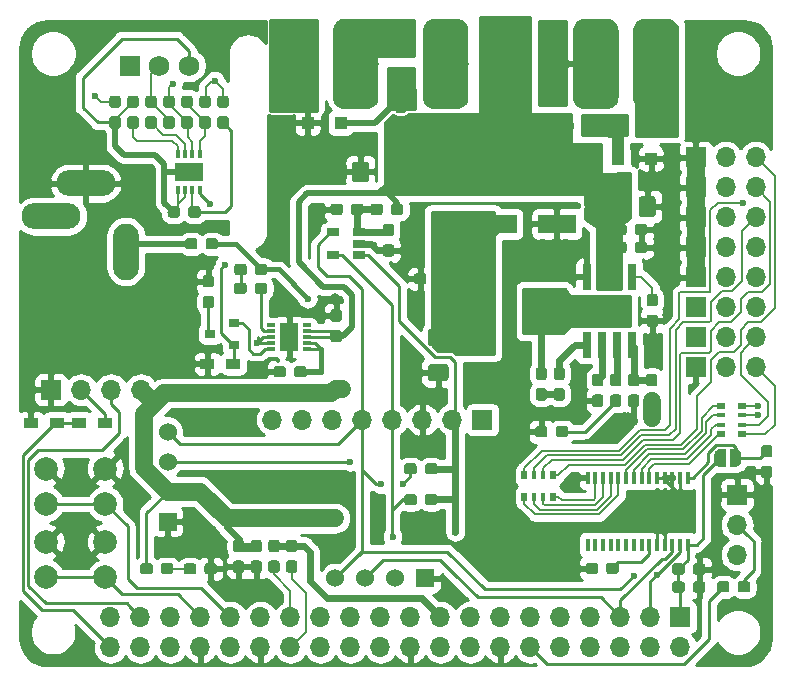
<source format=gtl>
G04 #@! TF.GenerationSoftware,KiCad,Pcbnew,(5.1.4)-1*
G04 #@! TF.CreationDate,2019-12-09T12:31:40+11:00*
G04 #@! TF.ProjectId,dingo-hat,64696e67-6f2d-4686-9174-2e6b69636164,rev?*
G04 #@! TF.SameCoordinates,PX7f50c60PY7d37aa0*
G04 #@! TF.FileFunction,Copper,L1,Top*
G04 #@! TF.FilePolarity,Positive*
%FSLAX46Y46*%
G04 Gerber Fmt 4.6, Leading zero omitted, Abs format (unit mm)*
G04 Created by KiCad (PCBNEW (5.1.4)-1) date 2019-12-09 12:31:40*
%MOMM*%
%LPD*%
G04 APERTURE LIST*
%ADD10R,0.800000X0.500000*%
%ADD11R,0.800000X0.400000*%
%ADD12R,0.500000X0.800000*%
%ADD13R,0.400000X0.800000*%
%ADD14O,1.700000X1.700000*%
%ADD15R,1.700000X1.700000*%
%ADD16O,5.000000X2.200000*%
%ADD17O,2.200000X4.800000*%
%ADD18C,1.524000*%
%ADD19R,1.524000X1.524000*%
%ADD20C,2.000000*%
%ADD21C,0.100000*%
%ADD22C,0.950000*%
%ADD23R,1.200000X0.900000*%
%ADD24R,1.750000X1.750000*%
%ADD25C,1.750000*%
%ADD26R,0.900000X0.800000*%
%ADD27R,0.650000X0.300000*%
%ADD28R,1.550000X2.480000*%
%ADD29R,1.100000X1.100000*%
%ADD30C,1.425000*%
%ADD31C,3.840000*%
%ADD32R,0.400000X1.100000*%
%ADD33R,0.800000X2.200000*%
%ADD34R,3.700000X2.710000*%
%ADD35R,2.400000X1.650000*%
%ADD36R,0.300000X0.800000*%
%ADD37R,1.060000X0.650000*%
%ADD38R,2.000000X3.500000*%
%ADD39R,3.200000X1.600000*%
%ADD40C,0.500000*%
%ADD41C,0.600000*%
%ADD42C,0.800000*%
%ADD43C,0.203200*%
%ADD44C,0.254000*%
%ADD45C,0.600000*%
%ADD46C,0.500000*%
%ADD47C,0.200000*%
%ADD48C,0.508000*%
%ADD49C,1.500000*%
%ADD50C,0.400000*%
%ADD51C,1.000000*%
G04 APERTURE END LIST*
D10*
X61800000Y20300000D03*
D11*
X61800000Y21100000D03*
D10*
X61800000Y22700000D03*
D11*
X61800000Y21900000D03*
D10*
X60000000Y20300000D03*
D11*
X60000000Y21900000D03*
X60000000Y21100000D03*
D10*
X60000000Y22700000D03*
D12*
X45800000Y16800000D03*
D13*
X45000000Y16800000D03*
D12*
X43400000Y16800000D03*
D13*
X44200000Y16800000D03*
D12*
X45800000Y15000000D03*
D13*
X44200000Y15000000D03*
X45000000Y15000000D03*
D12*
X43400000Y15000000D03*
D14*
X62990000Y36104000D03*
X60450000Y36104000D03*
D15*
X57910000Y36104000D03*
D14*
X62990000Y38644000D03*
X60450000Y38644000D03*
D15*
X57910000Y38644000D03*
D14*
X62990000Y41184000D03*
X60450000Y41184000D03*
D15*
X57910000Y41184000D03*
D14*
X62990000Y43724000D03*
X60450000Y43724000D03*
D15*
X57910000Y43724000D03*
D16*
X3350000Y38750000D03*
X6250000Y41550000D03*
D17*
X9650000Y35750000D03*
D18*
X27390000Y8110000D03*
X29910000Y8110000D03*
X32430000Y8110000D03*
D19*
X34990000Y8110000D03*
D20*
X2910000Y8180000D03*
X2910000Y11180000D03*
X7910000Y8180000D03*
X7910000Y11180000D03*
X2910000Y14380000D03*
X2910000Y17380000D03*
X7910000Y14380000D03*
X7910000Y17380000D03*
D21*
G36*
X10520779Y48957856D02*
G01*
X10543834Y48954437D01*
X10566443Y48948773D01*
X10588387Y48940921D01*
X10609457Y48930956D01*
X10629448Y48918974D01*
X10648168Y48905090D01*
X10665438Y48889438D01*
X10681090Y48872168D01*
X10694974Y48853448D01*
X10706956Y48833457D01*
X10716921Y48812387D01*
X10724773Y48790443D01*
X10730437Y48767834D01*
X10733856Y48744779D01*
X10735000Y48721500D01*
X10735000Y48146500D01*
X10733856Y48123221D01*
X10730437Y48100166D01*
X10724773Y48077557D01*
X10716921Y48055613D01*
X10706956Y48034543D01*
X10694974Y48014552D01*
X10681090Y47995832D01*
X10665438Y47978562D01*
X10648168Y47962910D01*
X10629448Y47949026D01*
X10609457Y47937044D01*
X10588387Y47927079D01*
X10566443Y47919227D01*
X10543834Y47913563D01*
X10520779Y47910144D01*
X10497500Y47909000D01*
X10022500Y47909000D01*
X9999221Y47910144D01*
X9976166Y47913563D01*
X9953557Y47919227D01*
X9931613Y47927079D01*
X9910543Y47937044D01*
X9890552Y47949026D01*
X9871832Y47962910D01*
X9854562Y47978562D01*
X9838910Y47995832D01*
X9825026Y48014552D01*
X9813044Y48034543D01*
X9803079Y48055613D01*
X9795227Y48077557D01*
X9789563Y48100166D01*
X9786144Y48123221D01*
X9785000Y48146500D01*
X9785000Y48721500D01*
X9786144Y48744779D01*
X9789563Y48767834D01*
X9795227Y48790443D01*
X9803079Y48812387D01*
X9813044Y48833457D01*
X9825026Y48853448D01*
X9838910Y48872168D01*
X9854562Y48889438D01*
X9871832Y48905090D01*
X9890552Y48918974D01*
X9910543Y48930956D01*
X9931613Y48940921D01*
X9953557Y48948773D01*
X9976166Y48954437D01*
X9999221Y48957856D01*
X10022500Y48959000D01*
X10497500Y48959000D01*
X10520779Y48957856D01*
X10520779Y48957856D01*
G37*
D22*
X10260000Y48434000D03*
D21*
G36*
X10520779Y47207856D02*
G01*
X10543834Y47204437D01*
X10566443Y47198773D01*
X10588387Y47190921D01*
X10609457Y47180956D01*
X10629448Y47168974D01*
X10648168Y47155090D01*
X10665438Y47139438D01*
X10681090Y47122168D01*
X10694974Y47103448D01*
X10706956Y47083457D01*
X10716921Y47062387D01*
X10724773Y47040443D01*
X10730437Y47017834D01*
X10733856Y46994779D01*
X10735000Y46971500D01*
X10735000Y46396500D01*
X10733856Y46373221D01*
X10730437Y46350166D01*
X10724773Y46327557D01*
X10716921Y46305613D01*
X10706956Y46284543D01*
X10694974Y46264552D01*
X10681090Y46245832D01*
X10665438Y46228562D01*
X10648168Y46212910D01*
X10629448Y46199026D01*
X10609457Y46187044D01*
X10588387Y46177079D01*
X10566443Y46169227D01*
X10543834Y46163563D01*
X10520779Y46160144D01*
X10497500Y46159000D01*
X10022500Y46159000D01*
X9999221Y46160144D01*
X9976166Y46163563D01*
X9953557Y46169227D01*
X9931613Y46177079D01*
X9910543Y46187044D01*
X9890552Y46199026D01*
X9871832Y46212910D01*
X9854562Y46228562D01*
X9838910Y46245832D01*
X9825026Y46264552D01*
X9813044Y46284543D01*
X9803079Y46305613D01*
X9795227Y46327557D01*
X9789563Y46350166D01*
X9786144Y46373221D01*
X9785000Y46396500D01*
X9785000Y46971500D01*
X9786144Y46994779D01*
X9789563Y47017834D01*
X9795227Y47040443D01*
X9803079Y47062387D01*
X9813044Y47083457D01*
X9825026Y47103448D01*
X9838910Y47122168D01*
X9854562Y47139438D01*
X9871832Y47155090D01*
X9890552Y47168974D01*
X9910543Y47180956D01*
X9931613Y47190921D01*
X9953557Y47198773D01*
X9976166Y47204437D01*
X9999221Y47207856D01*
X10022500Y47209000D01*
X10497500Y47209000D01*
X10520779Y47207856D01*
X10520779Y47207856D01*
G37*
D22*
X10260000Y46684000D03*
D21*
G36*
X15092779Y47207856D02*
G01*
X15115834Y47204437D01*
X15138443Y47198773D01*
X15160387Y47190921D01*
X15181457Y47180956D01*
X15201448Y47168974D01*
X15220168Y47155090D01*
X15237438Y47139438D01*
X15253090Y47122168D01*
X15266974Y47103448D01*
X15278956Y47083457D01*
X15288921Y47062387D01*
X15296773Y47040443D01*
X15302437Y47017834D01*
X15305856Y46994779D01*
X15307000Y46971500D01*
X15307000Y46396500D01*
X15305856Y46373221D01*
X15302437Y46350166D01*
X15296773Y46327557D01*
X15288921Y46305613D01*
X15278956Y46284543D01*
X15266974Y46264552D01*
X15253090Y46245832D01*
X15237438Y46228562D01*
X15220168Y46212910D01*
X15201448Y46199026D01*
X15181457Y46187044D01*
X15160387Y46177079D01*
X15138443Y46169227D01*
X15115834Y46163563D01*
X15092779Y46160144D01*
X15069500Y46159000D01*
X14594500Y46159000D01*
X14571221Y46160144D01*
X14548166Y46163563D01*
X14525557Y46169227D01*
X14503613Y46177079D01*
X14482543Y46187044D01*
X14462552Y46199026D01*
X14443832Y46212910D01*
X14426562Y46228562D01*
X14410910Y46245832D01*
X14397026Y46264552D01*
X14385044Y46284543D01*
X14375079Y46305613D01*
X14367227Y46327557D01*
X14361563Y46350166D01*
X14358144Y46373221D01*
X14357000Y46396500D01*
X14357000Y46971500D01*
X14358144Y46994779D01*
X14361563Y47017834D01*
X14367227Y47040443D01*
X14375079Y47062387D01*
X14385044Y47083457D01*
X14397026Y47103448D01*
X14410910Y47122168D01*
X14426562Y47139438D01*
X14443832Y47155090D01*
X14462552Y47168974D01*
X14482543Y47180956D01*
X14503613Y47190921D01*
X14525557Y47198773D01*
X14548166Y47204437D01*
X14571221Y47207856D01*
X14594500Y47209000D01*
X15069500Y47209000D01*
X15092779Y47207856D01*
X15092779Y47207856D01*
G37*
D22*
X14832000Y46684000D03*
D21*
G36*
X15092779Y48957856D02*
G01*
X15115834Y48954437D01*
X15138443Y48948773D01*
X15160387Y48940921D01*
X15181457Y48930956D01*
X15201448Y48918974D01*
X15220168Y48905090D01*
X15237438Y48889438D01*
X15253090Y48872168D01*
X15266974Y48853448D01*
X15278956Y48833457D01*
X15288921Y48812387D01*
X15296773Y48790443D01*
X15302437Y48767834D01*
X15305856Y48744779D01*
X15307000Y48721500D01*
X15307000Y48146500D01*
X15305856Y48123221D01*
X15302437Y48100166D01*
X15296773Y48077557D01*
X15288921Y48055613D01*
X15278956Y48034543D01*
X15266974Y48014552D01*
X15253090Y47995832D01*
X15237438Y47978562D01*
X15220168Y47962910D01*
X15201448Y47949026D01*
X15181457Y47937044D01*
X15160387Y47927079D01*
X15138443Y47919227D01*
X15115834Y47913563D01*
X15092779Y47910144D01*
X15069500Y47909000D01*
X14594500Y47909000D01*
X14571221Y47910144D01*
X14548166Y47913563D01*
X14525557Y47919227D01*
X14503613Y47927079D01*
X14482543Y47937044D01*
X14462552Y47949026D01*
X14443832Y47962910D01*
X14426562Y47978562D01*
X14410910Y47995832D01*
X14397026Y48014552D01*
X14385044Y48034543D01*
X14375079Y48055613D01*
X14367227Y48077557D01*
X14361563Y48100166D01*
X14358144Y48123221D01*
X14357000Y48146500D01*
X14357000Y48721500D01*
X14358144Y48744779D01*
X14361563Y48767834D01*
X14367227Y48790443D01*
X14375079Y48812387D01*
X14385044Y48833457D01*
X14397026Y48853448D01*
X14410910Y48872168D01*
X14426562Y48889438D01*
X14443832Y48905090D01*
X14462552Y48918974D01*
X14482543Y48930956D01*
X14503613Y48940921D01*
X14525557Y48948773D01*
X14548166Y48954437D01*
X14571221Y48957856D01*
X14594500Y48959000D01*
X15069500Y48959000D01*
X15092779Y48957856D01*
X15092779Y48957856D01*
G37*
D22*
X14832000Y48434000D03*
D21*
G36*
X8996779Y47207856D02*
G01*
X9019834Y47204437D01*
X9042443Y47198773D01*
X9064387Y47190921D01*
X9085457Y47180956D01*
X9105448Y47168974D01*
X9124168Y47155090D01*
X9141438Y47139438D01*
X9157090Y47122168D01*
X9170974Y47103448D01*
X9182956Y47083457D01*
X9192921Y47062387D01*
X9200773Y47040443D01*
X9206437Y47017834D01*
X9209856Y46994779D01*
X9211000Y46971500D01*
X9211000Y46396500D01*
X9209856Y46373221D01*
X9206437Y46350166D01*
X9200773Y46327557D01*
X9192921Y46305613D01*
X9182956Y46284543D01*
X9170974Y46264552D01*
X9157090Y46245832D01*
X9141438Y46228562D01*
X9124168Y46212910D01*
X9105448Y46199026D01*
X9085457Y46187044D01*
X9064387Y46177079D01*
X9042443Y46169227D01*
X9019834Y46163563D01*
X8996779Y46160144D01*
X8973500Y46159000D01*
X8498500Y46159000D01*
X8475221Y46160144D01*
X8452166Y46163563D01*
X8429557Y46169227D01*
X8407613Y46177079D01*
X8386543Y46187044D01*
X8366552Y46199026D01*
X8347832Y46212910D01*
X8330562Y46228562D01*
X8314910Y46245832D01*
X8301026Y46264552D01*
X8289044Y46284543D01*
X8279079Y46305613D01*
X8271227Y46327557D01*
X8265563Y46350166D01*
X8262144Y46373221D01*
X8261000Y46396500D01*
X8261000Y46971500D01*
X8262144Y46994779D01*
X8265563Y47017834D01*
X8271227Y47040443D01*
X8279079Y47062387D01*
X8289044Y47083457D01*
X8301026Y47103448D01*
X8314910Y47122168D01*
X8330562Y47139438D01*
X8347832Y47155090D01*
X8366552Y47168974D01*
X8386543Y47180956D01*
X8407613Y47190921D01*
X8429557Y47198773D01*
X8452166Y47204437D01*
X8475221Y47207856D01*
X8498500Y47209000D01*
X8973500Y47209000D01*
X8996779Y47207856D01*
X8996779Y47207856D01*
G37*
D22*
X8736000Y46684000D03*
D21*
G36*
X8996779Y48957856D02*
G01*
X9019834Y48954437D01*
X9042443Y48948773D01*
X9064387Y48940921D01*
X9085457Y48930956D01*
X9105448Y48918974D01*
X9124168Y48905090D01*
X9141438Y48889438D01*
X9157090Y48872168D01*
X9170974Y48853448D01*
X9182956Y48833457D01*
X9192921Y48812387D01*
X9200773Y48790443D01*
X9206437Y48767834D01*
X9209856Y48744779D01*
X9211000Y48721500D01*
X9211000Y48146500D01*
X9209856Y48123221D01*
X9206437Y48100166D01*
X9200773Y48077557D01*
X9192921Y48055613D01*
X9182956Y48034543D01*
X9170974Y48014552D01*
X9157090Y47995832D01*
X9141438Y47978562D01*
X9124168Y47962910D01*
X9105448Y47949026D01*
X9085457Y47937044D01*
X9064387Y47927079D01*
X9042443Y47919227D01*
X9019834Y47913563D01*
X8996779Y47910144D01*
X8973500Y47909000D01*
X8498500Y47909000D01*
X8475221Y47910144D01*
X8452166Y47913563D01*
X8429557Y47919227D01*
X8407613Y47927079D01*
X8386543Y47937044D01*
X8366552Y47949026D01*
X8347832Y47962910D01*
X8330562Y47978562D01*
X8314910Y47995832D01*
X8301026Y48014552D01*
X8289044Y48034543D01*
X8279079Y48055613D01*
X8271227Y48077557D01*
X8265563Y48100166D01*
X8262144Y48123221D01*
X8261000Y48146500D01*
X8261000Y48721500D01*
X8262144Y48744779D01*
X8265563Y48767834D01*
X8271227Y48790443D01*
X8279079Y48812387D01*
X8289044Y48833457D01*
X8301026Y48853448D01*
X8314910Y48872168D01*
X8330562Y48889438D01*
X8347832Y48905090D01*
X8366552Y48918974D01*
X8386543Y48930956D01*
X8407613Y48940921D01*
X8429557Y48948773D01*
X8452166Y48954437D01*
X8475221Y48957856D01*
X8498500Y48959000D01*
X8973500Y48959000D01*
X8996779Y48957856D01*
X8996779Y48957856D01*
G37*
D22*
X8736000Y48434000D03*
D21*
G36*
X18140779Y47207856D02*
G01*
X18163834Y47204437D01*
X18186443Y47198773D01*
X18208387Y47190921D01*
X18229457Y47180956D01*
X18249448Y47168974D01*
X18268168Y47155090D01*
X18285438Y47139438D01*
X18301090Y47122168D01*
X18314974Y47103448D01*
X18326956Y47083457D01*
X18336921Y47062387D01*
X18344773Y47040443D01*
X18350437Y47017834D01*
X18353856Y46994779D01*
X18355000Y46971500D01*
X18355000Y46396500D01*
X18353856Y46373221D01*
X18350437Y46350166D01*
X18344773Y46327557D01*
X18336921Y46305613D01*
X18326956Y46284543D01*
X18314974Y46264552D01*
X18301090Y46245832D01*
X18285438Y46228562D01*
X18268168Y46212910D01*
X18249448Y46199026D01*
X18229457Y46187044D01*
X18208387Y46177079D01*
X18186443Y46169227D01*
X18163834Y46163563D01*
X18140779Y46160144D01*
X18117500Y46159000D01*
X17642500Y46159000D01*
X17619221Y46160144D01*
X17596166Y46163563D01*
X17573557Y46169227D01*
X17551613Y46177079D01*
X17530543Y46187044D01*
X17510552Y46199026D01*
X17491832Y46212910D01*
X17474562Y46228562D01*
X17458910Y46245832D01*
X17445026Y46264552D01*
X17433044Y46284543D01*
X17423079Y46305613D01*
X17415227Y46327557D01*
X17409563Y46350166D01*
X17406144Y46373221D01*
X17405000Y46396500D01*
X17405000Y46971500D01*
X17406144Y46994779D01*
X17409563Y47017834D01*
X17415227Y47040443D01*
X17423079Y47062387D01*
X17433044Y47083457D01*
X17445026Y47103448D01*
X17458910Y47122168D01*
X17474562Y47139438D01*
X17491832Y47155090D01*
X17510552Y47168974D01*
X17530543Y47180956D01*
X17551613Y47190921D01*
X17573557Y47198773D01*
X17596166Y47204437D01*
X17619221Y47207856D01*
X17642500Y47209000D01*
X18117500Y47209000D01*
X18140779Y47207856D01*
X18140779Y47207856D01*
G37*
D22*
X17880000Y46684000D03*
D21*
G36*
X18140779Y48957856D02*
G01*
X18163834Y48954437D01*
X18186443Y48948773D01*
X18208387Y48940921D01*
X18229457Y48930956D01*
X18249448Y48918974D01*
X18268168Y48905090D01*
X18285438Y48889438D01*
X18301090Y48872168D01*
X18314974Y48853448D01*
X18326956Y48833457D01*
X18336921Y48812387D01*
X18344773Y48790443D01*
X18350437Y48767834D01*
X18353856Y48744779D01*
X18355000Y48721500D01*
X18355000Y48146500D01*
X18353856Y48123221D01*
X18350437Y48100166D01*
X18344773Y48077557D01*
X18336921Y48055613D01*
X18326956Y48034543D01*
X18314974Y48014552D01*
X18301090Y47995832D01*
X18285438Y47978562D01*
X18268168Y47962910D01*
X18249448Y47949026D01*
X18229457Y47937044D01*
X18208387Y47927079D01*
X18186443Y47919227D01*
X18163834Y47913563D01*
X18140779Y47910144D01*
X18117500Y47909000D01*
X17642500Y47909000D01*
X17619221Y47910144D01*
X17596166Y47913563D01*
X17573557Y47919227D01*
X17551613Y47927079D01*
X17530543Y47937044D01*
X17510552Y47949026D01*
X17491832Y47962910D01*
X17474562Y47978562D01*
X17458910Y47995832D01*
X17445026Y48014552D01*
X17433044Y48034543D01*
X17423079Y48055613D01*
X17415227Y48077557D01*
X17409563Y48100166D01*
X17406144Y48123221D01*
X17405000Y48146500D01*
X17405000Y48721500D01*
X17406144Y48744779D01*
X17409563Y48767834D01*
X17415227Y48790443D01*
X17423079Y48812387D01*
X17433044Y48833457D01*
X17445026Y48853448D01*
X17458910Y48872168D01*
X17474562Y48889438D01*
X17491832Y48905090D01*
X17510552Y48918974D01*
X17530543Y48930956D01*
X17551613Y48940921D01*
X17573557Y48948773D01*
X17596166Y48954437D01*
X17619221Y48957856D01*
X17642500Y48959000D01*
X18117500Y48959000D01*
X18140779Y48957856D01*
X18140779Y48957856D01*
G37*
D22*
X17880000Y48434000D03*
D21*
G36*
X13568779Y47207856D02*
G01*
X13591834Y47204437D01*
X13614443Y47198773D01*
X13636387Y47190921D01*
X13657457Y47180956D01*
X13677448Y47168974D01*
X13696168Y47155090D01*
X13713438Y47139438D01*
X13729090Y47122168D01*
X13742974Y47103448D01*
X13754956Y47083457D01*
X13764921Y47062387D01*
X13772773Y47040443D01*
X13778437Y47017834D01*
X13781856Y46994779D01*
X13783000Y46971500D01*
X13783000Y46396500D01*
X13781856Y46373221D01*
X13778437Y46350166D01*
X13772773Y46327557D01*
X13764921Y46305613D01*
X13754956Y46284543D01*
X13742974Y46264552D01*
X13729090Y46245832D01*
X13713438Y46228562D01*
X13696168Y46212910D01*
X13677448Y46199026D01*
X13657457Y46187044D01*
X13636387Y46177079D01*
X13614443Y46169227D01*
X13591834Y46163563D01*
X13568779Y46160144D01*
X13545500Y46159000D01*
X13070500Y46159000D01*
X13047221Y46160144D01*
X13024166Y46163563D01*
X13001557Y46169227D01*
X12979613Y46177079D01*
X12958543Y46187044D01*
X12938552Y46199026D01*
X12919832Y46212910D01*
X12902562Y46228562D01*
X12886910Y46245832D01*
X12873026Y46264552D01*
X12861044Y46284543D01*
X12851079Y46305613D01*
X12843227Y46327557D01*
X12837563Y46350166D01*
X12834144Y46373221D01*
X12833000Y46396500D01*
X12833000Y46971500D01*
X12834144Y46994779D01*
X12837563Y47017834D01*
X12843227Y47040443D01*
X12851079Y47062387D01*
X12861044Y47083457D01*
X12873026Y47103448D01*
X12886910Y47122168D01*
X12902562Y47139438D01*
X12919832Y47155090D01*
X12938552Y47168974D01*
X12958543Y47180956D01*
X12979613Y47190921D01*
X13001557Y47198773D01*
X13024166Y47204437D01*
X13047221Y47207856D01*
X13070500Y47209000D01*
X13545500Y47209000D01*
X13568779Y47207856D01*
X13568779Y47207856D01*
G37*
D22*
X13308000Y46684000D03*
D21*
G36*
X13568779Y48957856D02*
G01*
X13591834Y48954437D01*
X13614443Y48948773D01*
X13636387Y48940921D01*
X13657457Y48930956D01*
X13677448Y48918974D01*
X13696168Y48905090D01*
X13713438Y48889438D01*
X13729090Y48872168D01*
X13742974Y48853448D01*
X13754956Y48833457D01*
X13764921Y48812387D01*
X13772773Y48790443D01*
X13778437Y48767834D01*
X13781856Y48744779D01*
X13783000Y48721500D01*
X13783000Y48146500D01*
X13781856Y48123221D01*
X13778437Y48100166D01*
X13772773Y48077557D01*
X13764921Y48055613D01*
X13754956Y48034543D01*
X13742974Y48014552D01*
X13729090Y47995832D01*
X13713438Y47978562D01*
X13696168Y47962910D01*
X13677448Y47949026D01*
X13657457Y47937044D01*
X13636387Y47927079D01*
X13614443Y47919227D01*
X13591834Y47913563D01*
X13568779Y47910144D01*
X13545500Y47909000D01*
X13070500Y47909000D01*
X13047221Y47910144D01*
X13024166Y47913563D01*
X13001557Y47919227D01*
X12979613Y47927079D01*
X12958543Y47937044D01*
X12938552Y47949026D01*
X12919832Y47962910D01*
X12902562Y47978562D01*
X12886910Y47995832D01*
X12873026Y48014552D01*
X12861044Y48034543D01*
X12851079Y48055613D01*
X12843227Y48077557D01*
X12837563Y48100166D01*
X12834144Y48123221D01*
X12833000Y48146500D01*
X12833000Y48721500D01*
X12834144Y48744779D01*
X12837563Y48767834D01*
X12843227Y48790443D01*
X12851079Y48812387D01*
X12861044Y48833457D01*
X12873026Y48853448D01*
X12886910Y48872168D01*
X12902562Y48889438D01*
X12919832Y48905090D01*
X12938552Y48918974D01*
X12958543Y48930956D01*
X12979613Y48940921D01*
X13001557Y48948773D01*
X13024166Y48954437D01*
X13047221Y48957856D01*
X13070500Y48959000D01*
X13545500Y48959000D01*
X13568779Y48957856D01*
X13568779Y48957856D01*
G37*
D22*
X13308000Y48434000D03*
D21*
G36*
X16616779Y48957856D02*
G01*
X16639834Y48954437D01*
X16662443Y48948773D01*
X16684387Y48940921D01*
X16705457Y48930956D01*
X16725448Y48918974D01*
X16744168Y48905090D01*
X16761438Y48889438D01*
X16777090Y48872168D01*
X16790974Y48853448D01*
X16802956Y48833457D01*
X16812921Y48812387D01*
X16820773Y48790443D01*
X16826437Y48767834D01*
X16829856Y48744779D01*
X16831000Y48721500D01*
X16831000Y48146500D01*
X16829856Y48123221D01*
X16826437Y48100166D01*
X16820773Y48077557D01*
X16812921Y48055613D01*
X16802956Y48034543D01*
X16790974Y48014552D01*
X16777090Y47995832D01*
X16761438Y47978562D01*
X16744168Y47962910D01*
X16725448Y47949026D01*
X16705457Y47937044D01*
X16684387Y47927079D01*
X16662443Y47919227D01*
X16639834Y47913563D01*
X16616779Y47910144D01*
X16593500Y47909000D01*
X16118500Y47909000D01*
X16095221Y47910144D01*
X16072166Y47913563D01*
X16049557Y47919227D01*
X16027613Y47927079D01*
X16006543Y47937044D01*
X15986552Y47949026D01*
X15967832Y47962910D01*
X15950562Y47978562D01*
X15934910Y47995832D01*
X15921026Y48014552D01*
X15909044Y48034543D01*
X15899079Y48055613D01*
X15891227Y48077557D01*
X15885563Y48100166D01*
X15882144Y48123221D01*
X15881000Y48146500D01*
X15881000Y48721500D01*
X15882144Y48744779D01*
X15885563Y48767834D01*
X15891227Y48790443D01*
X15899079Y48812387D01*
X15909044Y48833457D01*
X15921026Y48853448D01*
X15934910Y48872168D01*
X15950562Y48889438D01*
X15967832Y48905090D01*
X15986552Y48918974D01*
X16006543Y48930956D01*
X16027613Y48940921D01*
X16049557Y48948773D01*
X16072166Y48954437D01*
X16095221Y48957856D01*
X16118500Y48959000D01*
X16593500Y48959000D01*
X16616779Y48957856D01*
X16616779Y48957856D01*
G37*
D22*
X16356000Y48434000D03*
D21*
G36*
X16616779Y47207856D02*
G01*
X16639834Y47204437D01*
X16662443Y47198773D01*
X16684387Y47190921D01*
X16705457Y47180956D01*
X16725448Y47168974D01*
X16744168Y47155090D01*
X16761438Y47139438D01*
X16777090Y47122168D01*
X16790974Y47103448D01*
X16802956Y47083457D01*
X16812921Y47062387D01*
X16820773Y47040443D01*
X16826437Y47017834D01*
X16829856Y46994779D01*
X16831000Y46971500D01*
X16831000Y46396500D01*
X16829856Y46373221D01*
X16826437Y46350166D01*
X16820773Y46327557D01*
X16812921Y46305613D01*
X16802956Y46284543D01*
X16790974Y46264552D01*
X16777090Y46245832D01*
X16761438Y46228562D01*
X16744168Y46212910D01*
X16725448Y46199026D01*
X16705457Y46187044D01*
X16684387Y46177079D01*
X16662443Y46169227D01*
X16639834Y46163563D01*
X16616779Y46160144D01*
X16593500Y46159000D01*
X16118500Y46159000D01*
X16095221Y46160144D01*
X16072166Y46163563D01*
X16049557Y46169227D01*
X16027613Y46177079D01*
X16006543Y46187044D01*
X15986552Y46199026D01*
X15967832Y46212910D01*
X15950562Y46228562D01*
X15934910Y46245832D01*
X15921026Y46264552D01*
X15909044Y46284543D01*
X15899079Y46305613D01*
X15891227Y46327557D01*
X15885563Y46350166D01*
X15882144Y46373221D01*
X15881000Y46396500D01*
X15881000Y46971500D01*
X15882144Y46994779D01*
X15885563Y47017834D01*
X15891227Y47040443D01*
X15899079Y47062387D01*
X15909044Y47083457D01*
X15921026Y47103448D01*
X15934910Y47122168D01*
X15950562Y47139438D01*
X15967832Y47155090D01*
X15986552Y47168974D01*
X16006543Y47180956D01*
X16027613Y47190921D01*
X16049557Y47198773D01*
X16072166Y47204437D01*
X16095221Y47207856D01*
X16118500Y47209000D01*
X16593500Y47209000D01*
X16616779Y47207856D01*
X16616779Y47207856D01*
G37*
D22*
X16356000Y46684000D03*
D23*
X18758000Y26244000D03*
X16558000Y26244000D03*
X3790000Y21250000D03*
X1590000Y21250000D03*
X7870000Y21250000D03*
X5670000Y21250000D03*
D15*
X3310000Y24040000D03*
D14*
X5850000Y24040000D03*
X8390000Y24040000D03*
X10930000Y24040000D03*
D18*
X13180000Y20504000D03*
X13180000Y17964000D03*
X13180000Y15434000D03*
D19*
X13180000Y12894000D03*
D24*
X10000000Y51500000D03*
D25*
X12500000Y51500000D03*
X15000000Y51500000D03*
D26*
X18785000Y27834000D03*
X18785000Y29734000D03*
X16785000Y28784000D03*
D27*
X21920100Y27519000D03*
X21920100Y28019000D03*
X21920100Y29019000D03*
X21920100Y29519000D03*
X25020100Y29519000D03*
X25020100Y29019000D03*
X25020100Y28519000D03*
X25020100Y28019000D03*
D28*
X23470100Y28519000D03*
D27*
X21920100Y28519000D03*
X25020100Y27519000D03*
D29*
X51332000Y43622000D03*
X54132000Y43622000D03*
D21*
G36*
X49405779Y9403856D02*
G01*
X49428834Y9400437D01*
X49451443Y9394773D01*
X49473387Y9386921D01*
X49494457Y9376956D01*
X49514448Y9364974D01*
X49533168Y9351090D01*
X49550438Y9335438D01*
X49566090Y9318168D01*
X49579974Y9299448D01*
X49591956Y9279457D01*
X49601921Y9258387D01*
X49609773Y9236443D01*
X49615437Y9213834D01*
X49618856Y9190779D01*
X49620000Y9167500D01*
X49620000Y8692500D01*
X49618856Y8669221D01*
X49615437Y8646166D01*
X49609773Y8623557D01*
X49601921Y8601613D01*
X49591956Y8580543D01*
X49579974Y8560552D01*
X49566090Y8541832D01*
X49550438Y8524562D01*
X49533168Y8508910D01*
X49514448Y8495026D01*
X49494457Y8483044D01*
X49473387Y8473079D01*
X49451443Y8465227D01*
X49428834Y8459563D01*
X49405779Y8456144D01*
X49382500Y8455000D01*
X48807500Y8455000D01*
X48784221Y8456144D01*
X48761166Y8459563D01*
X48738557Y8465227D01*
X48716613Y8473079D01*
X48695543Y8483044D01*
X48675552Y8495026D01*
X48656832Y8508910D01*
X48639562Y8524562D01*
X48623910Y8541832D01*
X48610026Y8560552D01*
X48598044Y8580543D01*
X48588079Y8601613D01*
X48580227Y8623557D01*
X48574563Y8646166D01*
X48571144Y8669221D01*
X48570000Y8692500D01*
X48570000Y9167500D01*
X48571144Y9190779D01*
X48574563Y9213834D01*
X48580227Y9236443D01*
X48588079Y9258387D01*
X48598044Y9279457D01*
X48610026Y9299448D01*
X48623910Y9318168D01*
X48639562Y9335438D01*
X48656832Y9351090D01*
X48675552Y9364974D01*
X48695543Y9376956D01*
X48716613Y9386921D01*
X48738557Y9394773D01*
X48761166Y9400437D01*
X48784221Y9403856D01*
X48807500Y9405000D01*
X49382500Y9405000D01*
X49405779Y9403856D01*
X49405779Y9403856D01*
G37*
D22*
X49095000Y8930000D03*
D21*
G36*
X51155779Y9403856D02*
G01*
X51178834Y9400437D01*
X51201443Y9394773D01*
X51223387Y9386921D01*
X51244457Y9376956D01*
X51264448Y9364974D01*
X51283168Y9351090D01*
X51300438Y9335438D01*
X51316090Y9318168D01*
X51329974Y9299448D01*
X51341956Y9279457D01*
X51351921Y9258387D01*
X51359773Y9236443D01*
X51365437Y9213834D01*
X51368856Y9190779D01*
X51370000Y9167500D01*
X51370000Y8692500D01*
X51368856Y8669221D01*
X51365437Y8646166D01*
X51359773Y8623557D01*
X51351921Y8601613D01*
X51341956Y8580543D01*
X51329974Y8560552D01*
X51316090Y8541832D01*
X51300438Y8524562D01*
X51283168Y8508910D01*
X51264448Y8495026D01*
X51244457Y8483044D01*
X51223387Y8473079D01*
X51201443Y8465227D01*
X51178834Y8459563D01*
X51155779Y8456144D01*
X51132500Y8455000D01*
X50557500Y8455000D01*
X50534221Y8456144D01*
X50511166Y8459563D01*
X50488557Y8465227D01*
X50466613Y8473079D01*
X50445543Y8483044D01*
X50425552Y8495026D01*
X50406832Y8508910D01*
X50389562Y8524562D01*
X50373910Y8541832D01*
X50360026Y8560552D01*
X50348044Y8580543D01*
X50338079Y8601613D01*
X50330227Y8623557D01*
X50324563Y8646166D01*
X50321144Y8669221D01*
X50320000Y8692500D01*
X50320000Y9167500D01*
X50321144Y9190779D01*
X50324563Y9213834D01*
X50330227Y9236443D01*
X50338079Y9258387D01*
X50348044Y9279457D01*
X50360026Y9299448D01*
X50373910Y9318168D01*
X50389562Y9335438D01*
X50406832Y9351090D01*
X50425552Y9364974D01*
X50445543Y9376956D01*
X50466613Y9386921D01*
X50488557Y9394773D01*
X50511166Y9400437D01*
X50534221Y9403856D01*
X50557500Y9405000D01*
X51132500Y9405000D01*
X51155779Y9403856D01*
X51155779Y9403856D01*
G37*
D22*
X50845000Y8930000D03*
D21*
G36*
X15495779Y36873856D02*
G01*
X15518834Y36870437D01*
X15541443Y36864773D01*
X15563387Y36856921D01*
X15584457Y36846956D01*
X15604448Y36834974D01*
X15623168Y36821090D01*
X15640438Y36805438D01*
X15656090Y36788168D01*
X15669974Y36769448D01*
X15681956Y36749457D01*
X15691921Y36728387D01*
X15699773Y36706443D01*
X15705437Y36683834D01*
X15708856Y36660779D01*
X15710000Y36637500D01*
X15710000Y36162500D01*
X15708856Y36139221D01*
X15705437Y36116166D01*
X15699773Y36093557D01*
X15691921Y36071613D01*
X15681956Y36050543D01*
X15669974Y36030552D01*
X15656090Y36011832D01*
X15640438Y35994562D01*
X15623168Y35978910D01*
X15604448Y35965026D01*
X15584457Y35953044D01*
X15563387Y35943079D01*
X15541443Y35935227D01*
X15518834Y35929563D01*
X15495779Y35926144D01*
X15472500Y35925000D01*
X14897500Y35925000D01*
X14874221Y35926144D01*
X14851166Y35929563D01*
X14828557Y35935227D01*
X14806613Y35943079D01*
X14785543Y35953044D01*
X14765552Y35965026D01*
X14746832Y35978910D01*
X14729562Y35994562D01*
X14713910Y36011832D01*
X14700026Y36030552D01*
X14688044Y36050543D01*
X14678079Y36071613D01*
X14670227Y36093557D01*
X14664563Y36116166D01*
X14661144Y36139221D01*
X14660000Y36162500D01*
X14660000Y36637500D01*
X14661144Y36660779D01*
X14664563Y36683834D01*
X14670227Y36706443D01*
X14678079Y36728387D01*
X14688044Y36749457D01*
X14700026Y36769448D01*
X14713910Y36788168D01*
X14729562Y36805438D01*
X14746832Y36821090D01*
X14765552Y36834974D01*
X14785543Y36846956D01*
X14806613Y36856921D01*
X14828557Y36864773D01*
X14851166Y36870437D01*
X14874221Y36873856D01*
X14897500Y36875000D01*
X15472500Y36875000D01*
X15495779Y36873856D01*
X15495779Y36873856D01*
G37*
D22*
X15185000Y36400000D03*
D21*
G36*
X17245779Y36873856D02*
G01*
X17268834Y36870437D01*
X17291443Y36864773D01*
X17313387Y36856921D01*
X17334457Y36846956D01*
X17354448Y36834974D01*
X17373168Y36821090D01*
X17390438Y36805438D01*
X17406090Y36788168D01*
X17419974Y36769448D01*
X17431956Y36749457D01*
X17441921Y36728387D01*
X17449773Y36706443D01*
X17455437Y36683834D01*
X17458856Y36660779D01*
X17460000Y36637500D01*
X17460000Y36162500D01*
X17458856Y36139221D01*
X17455437Y36116166D01*
X17449773Y36093557D01*
X17441921Y36071613D01*
X17431956Y36050543D01*
X17419974Y36030552D01*
X17406090Y36011832D01*
X17390438Y35994562D01*
X17373168Y35978910D01*
X17354448Y35965026D01*
X17334457Y35953044D01*
X17313387Y35943079D01*
X17291443Y35935227D01*
X17268834Y35929563D01*
X17245779Y35926144D01*
X17222500Y35925000D01*
X16647500Y35925000D01*
X16624221Y35926144D01*
X16601166Y35929563D01*
X16578557Y35935227D01*
X16556613Y35943079D01*
X16535543Y35953044D01*
X16515552Y35965026D01*
X16496832Y35978910D01*
X16479562Y35994562D01*
X16463910Y36011832D01*
X16450026Y36030552D01*
X16438044Y36050543D01*
X16428079Y36071613D01*
X16420227Y36093557D01*
X16414563Y36116166D01*
X16411144Y36139221D01*
X16410000Y36162500D01*
X16410000Y36637500D01*
X16411144Y36660779D01*
X16414563Y36683834D01*
X16420227Y36706443D01*
X16428079Y36728387D01*
X16438044Y36749457D01*
X16450026Y36769448D01*
X16463910Y36788168D01*
X16479562Y36805438D01*
X16496832Y36821090D01*
X16515552Y36834974D01*
X16535543Y36846956D01*
X16556613Y36856921D01*
X16578557Y36864773D01*
X16601166Y36870437D01*
X16624221Y36873856D01*
X16647500Y36875000D01*
X17222500Y36875000D01*
X17245779Y36873856D01*
X17245779Y36873856D01*
G37*
D22*
X16935000Y36400000D03*
D21*
G36*
X54436779Y23648856D02*
G01*
X54459834Y23645437D01*
X54482443Y23639773D01*
X54504387Y23631921D01*
X54525457Y23621956D01*
X54545448Y23609974D01*
X54564168Y23596090D01*
X54581438Y23580438D01*
X54597090Y23563168D01*
X54610974Y23544448D01*
X54622956Y23524457D01*
X54632921Y23503387D01*
X54640773Y23481443D01*
X54646437Y23458834D01*
X54649856Y23435779D01*
X54651000Y23412500D01*
X54651000Y22837500D01*
X54649856Y22814221D01*
X54646437Y22791166D01*
X54640773Y22768557D01*
X54632921Y22746613D01*
X54622956Y22725543D01*
X54610974Y22705552D01*
X54597090Y22686832D01*
X54581438Y22669562D01*
X54564168Y22653910D01*
X54545448Y22640026D01*
X54525457Y22628044D01*
X54504387Y22618079D01*
X54482443Y22610227D01*
X54459834Y22604563D01*
X54436779Y22601144D01*
X54413500Y22600000D01*
X53938500Y22600000D01*
X53915221Y22601144D01*
X53892166Y22604563D01*
X53869557Y22610227D01*
X53847613Y22618079D01*
X53826543Y22628044D01*
X53806552Y22640026D01*
X53787832Y22653910D01*
X53770562Y22669562D01*
X53754910Y22686832D01*
X53741026Y22705552D01*
X53729044Y22725543D01*
X53719079Y22746613D01*
X53711227Y22768557D01*
X53705563Y22791166D01*
X53702144Y22814221D01*
X53701000Y22837500D01*
X53701000Y23412500D01*
X53702144Y23435779D01*
X53705563Y23458834D01*
X53711227Y23481443D01*
X53719079Y23503387D01*
X53729044Y23524457D01*
X53741026Y23544448D01*
X53754910Y23563168D01*
X53770562Y23580438D01*
X53787832Y23596090D01*
X53806552Y23609974D01*
X53826543Y23621956D01*
X53847613Y23631921D01*
X53869557Y23639773D01*
X53892166Y23645437D01*
X53915221Y23648856D01*
X53938500Y23650000D01*
X54413500Y23650000D01*
X54436779Y23648856D01*
X54436779Y23648856D01*
G37*
D22*
X54176000Y23125000D03*
D21*
G36*
X54436779Y25398856D02*
G01*
X54459834Y25395437D01*
X54482443Y25389773D01*
X54504387Y25381921D01*
X54525457Y25371956D01*
X54545448Y25359974D01*
X54564168Y25346090D01*
X54581438Y25330438D01*
X54597090Y25313168D01*
X54610974Y25294448D01*
X54622956Y25274457D01*
X54632921Y25253387D01*
X54640773Y25231443D01*
X54646437Y25208834D01*
X54649856Y25185779D01*
X54651000Y25162500D01*
X54651000Y24587500D01*
X54649856Y24564221D01*
X54646437Y24541166D01*
X54640773Y24518557D01*
X54632921Y24496613D01*
X54622956Y24475543D01*
X54610974Y24455552D01*
X54597090Y24436832D01*
X54581438Y24419562D01*
X54564168Y24403910D01*
X54545448Y24390026D01*
X54525457Y24378044D01*
X54504387Y24368079D01*
X54482443Y24360227D01*
X54459834Y24354563D01*
X54436779Y24351144D01*
X54413500Y24350000D01*
X53938500Y24350000D01*
X53915221Y24351144D01*
X53892166Y24354563D01*
X53869557Y24360227D01*
X53847613Y24368079D01*
X53826543Y24378044D01*
X53806552Y24390026D01*
X53787832Y24403910D01*
X53770562Y24419562D01*
X53754910Y24436832D01*
X53741026Y24455552D01*
X53729044Y24475543D01*
X53719079Y24496613D01*
X53711227Y24518557D01*
X53705563Y24541166D01*
X53702144Y24564221D01*
X53701000Y24587500D01*
X53701000Y25162500D01*
X53702144Y25185779D01*
X53705563Y25208834D01*
X53711227Y25231443D01*
X53719079Y25253387D01*
X53729044Y25274457D01*
X53741026Y25294448D01*
X53754910Y25313168D01*
X53770562Y25330438D01*
X53787832Y25346090D01*
X53806552Y25359974D01*
X53826543Y25371956D01*
X53847613Y25381921D01*
X53869557Y25389773D01*
X53892166Y25395437D01*
X53915221Y25398856D01*
X53938500Y25400000D01*
X54413500Y25400000D01*
X54436779Y25398856D01*
X54436779Y25398856D01*
G37*
D22*
X54176000Y24875000D03*
D21*
G36*
X52912779Y25398856D02*
G01*
X52935834Y25395437D01*
X52958443Y25389773D01*
X52980387Y25381921D01*
X53001457Y25371956D01*
X53021448Y25359974D01*
X53040168Y25346090D01*
X53057438Y25330438D01*
X53073090Y25313168D01*
X53086974Y25294448D01*
X53098956Y25274457D01*
X53108921Y25253387D01*
X53116773Y25231443D01*
X53122437Y25208834D01*
X53125856Y25185779D01*
X53127000Y25162500D01*
X53127000Y24587500D01*
X53125856Y24564221D01*
X53122437Y24541166D01*
X53116773Y24518557D01*
X53108921Y24496613D01*
X53098956Y24475543D01*
X53086974Y24455552D01*
X53073090Y24436832D01*
X53057438Y24419562D01*
X53040168Y24403910D01*
X53021448Y24390026D01*
X53001457Y24378044D01*
X52980387Y24368079D01*
X52958443Y24360227D01*
X52935834Y24354563D01*
X52912779Y24351144D01*
X52889500Y24350000D01*
X52414500Y24350000D01*
X52391221Y24351144D01*
X52368166Y24354563D01*
X52345557Y24360227D01*
X52323613Y24368079D01*
X52302543Y24378044D01*
X52282552Y24390026D01*
X52263832Y24403910D01*
X52246562Y24419562D01*
X52230910Y24436832D01*
X52217026Y24455552D01*
X52205044Y24475543D01*
X52195079Y24496613D01*
X52187227Y24518557D01*
X52181563Y24541166D01*
X52178144Y24564221D01*
X52177000Y24587500D01*
X52177000Y25162500D01*
X52178144Y25185779D01*
X52181563Y25208834D01*
X52187227Y25231443D01*
X52195079Y25253387D01*
X52205044Y25274457D01*
X52217026Y25294448D01*
X52230910Y25313168D01*
X52246562Y25330438D01*
X52263832Y25346090D01*
X52282552Y25359974D01*
X52302543Y25371956D01*
X52323613Y25381921D01*
X52345557Y25389773D01*
X52368166Y25395437D01*
X52391221Y25398856D01*
X52414500Y25400000D01*
X52889500Y25400000D01*
X52912779Y25398856D01*
X52912779Y25398856D01*
G37*
D22*
X52652000Y24875000D03*
D21*
G36*
X52912779Y23648856D02*
G01*
X52935834Y23645437D01*
X52958443Y23639773D01*
X52980387Y23631921D01*
X53001457Y23621956D01*
X53021448Y23609974D01*
X53040168Y23596090D01*
X53057438Y23580438D01*
X53073090Y23563168D01*
X53086974Y23544448D01*
X53098956Y23524457D01*
X53108921Y23503387D01*
X53116773Y23481443D01*
X53122437Y23458834D01*
X53125856Y23435779D01*
X53127000Y23412500D01*
X53127000Y22837500D01*
X53125856Y22814221D01*
X53122437Y22791166D01*
X53116773Y22768557D01*
X53108921Y22746613D01*
X53098956Y22725543D01*
X53086974Y22705552D01*
X53073090Y22686832D01*
X53057438Y22669562D01*
X53040168Y22653910D01*
X53021448Y22640026D01*
X53001457Y22628044D01*
X52980387Y22618079D01*
X52958443Y22610227D01*
X52935834Y22604563D01*
X52912779Y22601144D01*
X52889500Y22600000D01*
X52414500Y22600000D01*
X52391221Y22601144D01*
X52368166Y22604563D01*
X52345557Y22610227D01*
X52323613Y22618079D01*
X52302543Y22628044D01*
X52282552Y22640026D01*
X52263832Y22653910D01*
X52246562Y22669562D01*
X52230910Y22686832D01*
X52217026Y22705552D01*
X52205044Y22725543D01*
X52195079Y22746613D01*
X52187227Y22768557D01*
X52181563Y22791166D01*
X52178144Y22814221D01*
X52177000Y22837500D01*
X52177000Y23412500D01*
X52178144Y23435779D01*
X52181563Y23458834D01*
X52187227Y23481443D01*
X52195079Y23503387D01*
X52205044Y23524457D01*
X52217026Y23544448D01*
X52230910Y23563168D01*
X52246562Y23580438D01*
X52263832Y23596090D01*
X52282552Y23609974D01*
X52302543Y23621956D01*
X52323613Y23631921D01*
X52345557Y23639773D01*
X52368166Y23645437D01*
X52391221Y23648856D01*
X52414500Y23650000D01*
X52889500Y23650000D01*
X52912779Y23648856D01*
X52912779Y23648856D01*
G37*
D22*
X52652000Y23125000D03*
D21*
G36*
X51388779Y25398856D02*
G01*
X51411834Y25395437D01*
X51434443Y25389773D01*
X51456387Y25381921D01*
X51477457Y25371956D01*
X51497448Y25359974D01*
X51516168Y25346090D01*
X51533438Y25330438D01*
X51549090Y25313168D01*
X51562974Y25294448D01*
X51574956Y25274457D01*
X51584921Y25253387D01*
X51592773Y25231443D01*
X51598437Y25208834D01*
X51601856Y25185779D01*
X51603000Y25162500D01*
X51603000Y24587500D01*
X51601856Y24564221D01*
X51598437Y24541166D01*
X51592773Y24518557D01*
X51584921Y24496613D01*
X51574956Y24475543D01*
X51562974Y24455552D01*
X51549090Y24436832D01*
X51533438Y24419562D01*
X51516168Y24403910D01*
X51497448Y24390026D01*
X51477457Y24378044D01*
X51456387Y24368079D01*
X51434443Y24360227D01*
X51411834Y24354563D01*
X51388779Y24351144D01*
X51365500Y24350000D01*
X50890500Y24350000D01*
X50867221Y24351144D01*
X50844166Y24354563D01*
X50821557Y24360227D01*
X50799613Y24368079D01*
X50778543Y24378044D01*
X50758552Y24390026D01*
X50739832Y24403910D01*
X50722562Y24419562D01*
X50706910Y24436832D01*
X50693026Y24455552D01*
X50681044Y24475543D01*
X50671079Y24496613D01*
X50663227Y24518557D01*
X50657563Y24541166D01*
X50654144Y24564221D01*
X50653000Y24587500D01*
X50653000Y25162500D01*
X50654144Y25185779D01*
X50657563Y25208834D01*
X50663227Y25231443D01*
X50671079Y25253387D01*
X50681044Y25274457D01*
X50693026Y25294448D01*
X50706910Y25313168D01*
X50722562Y25330438D01*
X50739832Y25346090D01*
X50758552Y25359974D01*
X50778543Y25371956D01*
X50799613Y25381921D01*
X50821557Y25389773D01*
X50844166Y25395437D01*
X50867221Y25398856D01*
X50890500Y25400000D01*
X51365500Y25400000D01*
X51388779Y25398856D01*
X51388779Y25398856D01*
G37*
D22*
X51128000Y24875000D03*
D21*
G36*
X51388779Y23648856D02*
G01*
X51411834Y23645437D01*
X51434443Y23639773D01*
X51456387Y23631921D01*
X51477457Y23621956D01*
X51497448Y23609974D01*
X51516168Y23596090D01*
X51533438Y23580438D01*
X51549090Y23563168D01*
X51562974Y23544448D01*
X51574956Y23524457D01*
X51584921Y23503387D01*
X51592773Y23481443D01*
X51598437Y23458834D01*
X51601856Y23435779D01*
X51603000Y23412500D01*
X51603000Y22837500D01*
X51601856Y22814221D01*
X51598437Y22791166D01*
X51592773Y22768557D01*
X51584921Y22746613D01*
X51574956Y22725543D01*
X51562974Y22705552D01*
X51549090Y22686832D01*
X51533438Y22669562D01*
X51516168Y22653910D01*
X51497448Y22640026D01*
X51477457Y22628044D01*
X51456387Y22618079D01*
X51434443Y22610227D01*
X51411834Y22604563D01*
X51388779Y22601144D01*
X51365500Y22600000D01*
X50890500Y22600000D01*
X50867221Y22601144D01*
X50844166Y22604563D01*
X50821557Y22610227D01*
X50799613Y22618079D01*
X50778543Y22628044D01*
X50758552Y22640026D01*
X50739832Y22653910D01*
X50722562Y22669562D01*
X50706910Y22686832D01*
X50693026Y22705552D01*
X50681044Y22725543D01*
X50671079Y22746613D01*
X50663227Y22768557D01*
X50657563Y22791166D01*
X50654144Y22814221D01*
X50653000Y22837500D01*
X50653000Y23412500D01*
X50654144Y23435779D01*
X50657563Y23458834D01*
X50663227Y23481443D01*
X50671079Y23503387D01*
X50681044Y23524457D01*
X50693026Y23544448D01*
X50706910Y23563168D01*
X50722562Y23580438D01*
X50739832Y23596090D01*
X50758552Y23609974D01*
X50778543Y23621956D01*
X50799613Y23631921D01*
X50821557Y23639773D01*
X50844166Y23645437D01*
X50867221Y23648856D01*
X50890500Y23650000D01*
X51365500Y23650000D01*
X51388779Y23648856D01*
X51388779Y23648856D01*
G37*
D22*
X51128000Y23125000D03*
D21*
G36*
X46602779Y25937856D02*
G01*
X46625834Y25934437D01*
X46648443Y25928773D01*
X46670387Y25920921D01*
X46691457Y25910956D01*
X46711448Y25898974D01*
X46730168Y25885090D01*
X46747438Y25869438D01*
X46763090Y25852168D01*
X46776974Y25833448D01*
X46788956Y25813457D01*
X46798921Y25792387D01*
X46806773Y25770443D01*
X46812437Y25747834D01*
X46815856Y25724779D01*
X46817000Y25701500D01*
X46817000Y25126500D01*
X46815856Y25103221D01*
X46812437Y25080166D01*
X46806773Y25057557D01*
X46798921Y25035613D01*
X46788956Y25014543D01*
X46776974Y24994552D01*
X46763090Y24975832D01*
X46747438Y24958562D01*
X46730168Y24942910D01*
X46711448Y24929026D01*
X46691457Y24917044D01*
X46670387Y24907079D01*
X46648443Y24899227D01*
X46625834Y24893563D01*
X46602779Y24890144D01*
X46579500Y24889000D01*
X46104500Y24889000D01*
X46081221Y24890144D01*
X46058166Y24893563D01*
X46035557Y24899227D01*
X46013613Y24907079D01*
X45992543Y24917044D01*
X45972552Y24929026D01*
X45953832Y24942910D01*
X45936562Y24958562D01*
X45920910Y24975832D01*
X45907026Y24994552D01*
X45895044Y25014543D01*
X45885079Y25035613D01*
X45877227Y25057557D01*
X45871563Y25080166D01*
X45868144Y25103221D01*
X45867000Y25126500D01*
X45867000Y25701500D01*
X45868144Y25724779D01*
X45871563Y25747834D01*
X45877227Y25770443D01*
X45885079Y25792387D01*
X45895044Y25813457D01*
X45907026Y25833448D01*
X45920910Y25852168D01*
X45936562Y25869438D01*
X45953832Y25885090D01*
X45972552Y25898974D01*
X45992543Y25910956D01*
X46013613Y25920921D01*
X46035557Y25928773D01*
X46058166Y25934437D01*
X46081221Y25937856D01*
X46104500Y25939000D01*
X46579500Y25939000D01*
X46602779Y25937856D01*
X46602779Y25937856D01*
G37*
D22*
X46342000Y25414000D03*
D21*
G36*
X46602779Y24187856D02*
G01*
X46625834Y24184437D01*
X46648443Y24178773D01*
X46670387Y24170921D01*
X46691457Y24160956D01*
X46711448Y24148974D01*
X46730168Y24135090D01*
X46747438Y24119438D01*
X46763090Y24102168D01*
X46776974Y24083448D01*
X46788956Y24063457D01*
X46798921Y24042387D01*
X46806773Y24020443D01*
X46812437Y23997834D01*
X46815856Y23974779D01*
X46817000Y23951500D01*
X46817000Y23376500D01*
X46815856Y23353221D01*
X46812437Y23330166D01*
X46806773Y23307557D01*
X46798921Y23285613D01*
X46788956Y23264543D01*
X46776974Y23244552D01*
X46763090Y23225832D01*
X46747438Y23208562D01*
X46730168Y23192910D01*
X46711448Y23179026D01*
X46691457Y23167044D01*
X46670387Y23157079D01*
X46648443Y23149227D01*
X46625834Y23143563D01*
X46602779Y23140144D01*
X46579500Y23139000D01*
X46104500Y23139000D01*
X46081221Y23140144D01*
X46058166Y23143563D01*
X46035557Y23149227D01*
X46013613Y23157079D01*
X45992543Y23167044D01*
X45972552Y23179026D01*
X45953832Y23192910D01*
X45936562Y23208562D01*
X45920910Y23225832D01*
X45907026Y23244552D01*
X45895044Y23264543D01*
X45885079Y23285613D01*
X45877227Y23307557D01*
X45871563Y23330166D01*
X45868144Y23353221D01*
X45867000Y23376500D01*
X45867000Y23951500D01*
X45868144Y23974779D01*
X45871563Y23997834D01*
X45877227Y24020443D01*
X45885079Y24042387D01*
X45895044Y24063457D01*
X45907026Y24083448D01*
X45920910Y24102168D01*
X45936562Y24119438D01*
X45953832Y24135090D01*
X45972552Y24148974D01*
X45992543Y24160956D01*
X46013613Y24170921D01*
X46035557Y24178773D01*
X46058166Y24184437D01*
X46081221Y24187856D01*
X46104500Y24189000D01*
X46579500Y24189000D01*
X46602779Y24187856D01*
X46602779Y24187856D01*
G37*
D22*
X46342000Y23664000D03*
D21*
G36*
X12044779Y48957856D02*
G01*
X12067834Y48954437D01*
X12090443Y48948773D01*
X12112387Y48940921D01*
X12133457Y48930956D01*
X12153448Y48918974D01*
X12172168Y48905090D01*
X12189438Y48889438D01*
X12205090Y48872168D01*
X12218974Y48853448D01*
X12230956Y48833457D01*
X12240921Y48812387D01*
X12248773Y48790443D01*
X12254437Y48767834D01*
X12257856Y48744779D01*
X12259000Y48721500D01*
X12259000Y48146500D01*
X12257856Y48123221D01*
X12254437Y48100166D01*
X12248773Y48077557D01*
X12240921Y48055613D01*
X12230956Y48034543D01*
X12218974Y48014552D01*
X12205090Y47995832D01*
X12189438Y47978562D01*
X12172168Y47962910D01*
X12153448Y47949026D01*
X12133457Y47937044D01*
X12112387Y47927079D01*
X12090443Y47919227D01*
X12067834Y47913563D01*
X12044779Y47910144D01*
X12021500Y47909000D01*
X11546500Y47909000D01*
X11523221Y47910144D01*
X11500166Y47913563D01*
X11477557Y47919227D01*
X11455613Y47927079D01*
X11434543Y47937044D01*
X11414552Y47949026D01*
X11395832Y47962910D01*
X11378562Y47978562D01*
X11362910Y47995832D01*
X11349026Y48014552D01*
X11337044Y48034543D01*
X11327079Y48055613D01*
X11319227Y48077557D01*
X11313563Y48100166D01*
X11310144Y48123221D01*
X11309000Y48146500D01*
X11309000Y48721500D01*
X11310144Y48744779D01*
X11313563Y48767834D01*
X11319227Y48790443D01*
X11327079Y48812387D01*
X11337044Y48833457D01*
X11349026Y48853448D01*
X11362910Y48872168D01*
X11378562Y48889438D01*
X11395832Y48905090D01*
X11414552Y48918974D01*
X11434543Y48930956D01*
X11455613Y48940921D01*
X11477557Y48948773D01*
X11500166Y48954437D01*
X11523221Y48957856D01*
X11546500Y48959000D01*
X12021500Y48959000D01*
X12044779Y48957856D01*
X12044779Y48957856D01*
G37*
D22*
X11784000Y48434000D03*
D21*
G36*
X12044779Y47207856D02*
G01*
X12067834Y47204437D01*
X12090443Y47198773D01*
X12112387Y47190921D01*
X12133457Y47180956D01*
X12153448Y47168974D01*
X12172168Y47155090D01*
X12189438Y47139438D01*
X12205090Y47122168D01*
X12218974Y47103448D01*
X12230956Y47083457D01*
X12240921Y47062387D01*
X12248773Y47040443D01*
X12254437Y47017834D01*
X12257856Y46994779D01*
X12259000Y46971500D01*
X12259000Y46396500D01*
X12257856Y46373221D01*
X12254437Y46350166D01*
X12248773Y46327557D01*
X12240921Y46305613D01*
X12230956Y46284543D01*
X12218974Y46264552D01*
X12205090Y46245832D01*
X12189438Y46228562D01*
X12172168Y46212910D01*
X12153448Y46199026D01*
X12133457Y46187044D01*
X12112387Y46177079D01*
X12090443Y46169227D01*
X12067834Y46163563D01*
X12044779Y46160144D01*
X12021500Y46159000D01*
X11546500Y46159000D01*
X11523221Y46160144D01*
X11500166Y46163563D01*
X11477557Y46169227D01*
X11455613Y46177079D01*
X11434543Y46187044D01*
X11414552Y46199026D01*
X11395832Y46212910D01*
X11378562Y46228562D01*
X11362910Y46245832D01*
X11349026Y46264552D01*
X11337044Y46284543D01*
X11327079Y46305613D01*
X11319227Y46327557D01*
X11313563Y46350166D01*
X11310144Y46373221D01*
X11309000Y46396500D01*
X11309000Y46971500D01*
X11310144Y46994779D01*
X11313563Y47017834D01*
X11319227Y47040443D01*
X11327079Y47062387D01*
X11337044Y47083457D01*
X11349026Y47103448D01*
X11362910Y47122168D01*
X11378562Y47139438D01*
X11395832Y47155090D01*
X11414552Y47168974D01*
X11434543Y47180956D01*
X11455613Y47190921D01*
X11477557Y47198773D01*
X11500166Y47204437D01*
X11523221Y47207856D01*
X11546500Y47209000D01*
X12021500Y47209000D01*
X12044779Y47207856D01*
X12044779Y47207856D01*
G37*
D22*
X11784000Y46684000D03*
D21*
G36*
X16890779Y33758856D02*
G01*
X16913834Y33755437D01*
X16936443Y33749773D01*
X16958387Y33741921D01*
X16979457Y33731956D01*
X16999448Y33719974D01*
X17018168Y33706090D01*
X17035438Y33690438D01*
X17051090Y33673168D01*
X17064974Y33654448D01*
X17076956Y33634457D01*
X17086921Y33613387D01*
X17094773Y33591443D01*
X17100437Y33568834D01*
X17103856Y33545779D01*
X17105000Y33522500D01*
X17105000Y32947500D01*
X17103856Y32924221D01*
X17100437Y32901166D01*
X17094773Y32878557D01*
X17086921Y32856613D01*
X17076956Y32835543D01*
X17064974Y32815552D01*
X17051090Y32796832D01*
X17035438Y32779562D01*
X17018168Y32763910D01*
X16999448Y32750026D01*
X16979457Y32738044D01*
X16958387Y32728079D01*
X16936443Y32720227D01*
X16913834Y32714563D01*
X16890779Y32711144D01*
X16867500Y32710000D01*
X16392500Y32710000D01*
X16369221Y32711144D01*
X16346166Y32714563D01*
X16323557Y32720227D01*
X16301613Y32728079D01*
X16280543Y32738044D01*
X16260552Y32750026D01*
X16241832Y32763910D01*
X16224562Y32779562D01*
X16208910Y32796832D01*
X16195026Y32815552D01*
X16183044Y32835543D01*
X16173079Y32856613D01*
X16165227Y32878557D01*
X16159563Y32901166D01*
X16156144Y32924221D01*
X16155000Y32947500D01*
X16155000Y33522500D01*
X16156144Y33545779D01*
X16159563Y33568834D01*
X16165227Y33591443D01*
X16173079Y33613387D01*
X16183044Y33634457D01*
X16195026Y33654448D01*
X16208910Y33673168D01*
X16224562Y33690438D01*
X16241832Y33706090D01*
X16260552Y33719974D01*
X16280543Y33731956D01*
X16301613Y33741921D01*
X16323557Y33749773D01*
X16346166Y33755437D01*
X16369221Y33758856D01*
X16392500Y33760000D01*
X16867500Y33760000D01*
X16890779Y33758856D01*
X16890779Y33758856D01*
G37*
D22*
X16630000Y33235000D03*
D21*
G36*
X16890779Y32008856D02*
G01*
X16913834Y32005437D01*
X16936443Y31999773D01*
X16958387Y31991921D01*
X16979457Y31981956D01*
X16999448Y31969974D01*
X17018168Y31956090D01*
X17035438Y31940438D01*
X17051090Y31923168D01*
X17064974Y31904448D01*
X17076956Y31884457D01*
X17086921Y31863387D01*
X17094773Y31841443D01*
X17100437Y31818834D01*
X17103856Y31795779D01*
X17105000Y31772500D01*
X17105000Y31197500D01*
X17103856Y31174221D01*
X17100437Y31151166D01*
X17094773Y31128557D01*
X17086921Y31106613D01*
X17076956Y31085543D01*
X17064974Y31065552D01*
X17051090Y31046832D01*
X17035438Y31029562D01*
X17018168Y31013910D01*
X16999448Y31000026D01*
X16979457Y30988044D01*
X16958387Y30978079D01*
X16936443Y30970227D01*
X16913834Y30964563D01*
X16890779Y30961144D01*
X16867500Y30960000D01*
X16392500Y30960000D01*
X16369221Y30961144D01*
X16346166Y30964563D01*
X16323557Y30970227D01*
X16301613Y30978079D01*
X16280543Y30988044D01*
X16260552Y31000026D01*
X16241832Y31013910D01*
X16224562Y31029562D01*
X16208910Y31046832D01*
X16195026Y31065552D01*
X16183044Y31085543D01*
X16173079Y31106613D01*
X16165227Y31128557D01*
X16159563Y31151166D01*
X16156144Y31174221D01*
X16155000Y31197500D01*
X16155000Y31772500D01*
X16156144Y31795779D01*
X16159563Y31818834D01*
X16165227Y31841443D01*
X16173079Y31863387D01*
X16183044Y31884457D01*
X16195026Y31904448D01*
X16208910Y31923168D01*
X16224562Y31940438D01*
X16241832Y31956090D01*
X16260552Y31969974D01*
X16280543Y31981956D01*
X16301613Y31991921D01*
X16323557Y31999773D01*
X16346166Y32005437D01*
X16369221Y32008856D01*
X16392500Y32010000D01*
X16867500Y32010000D01*
X16890779Y32008856D01*
X16890779Y32008856D01*
G37*
D22*
X16630000Y31485000D03*
D21*
G36*
X21405779Y33113856D02*
G01*
X21428834Y33110437D01*
X21451443Y33104773D01*
X21473387Y33096921D01*
X21494457Y33086956D01*
X21514448Y33074974D01*
X21533168Y33061090D01*
X21550438Y33045438D01*
X21566090Y33028168D01*
X21579974Y33009448D01*
X21591956Y32989457D01*
X21601921Y32968387D01*
X21609773Y32946443D01*
X21615437Y32923834D01*
X21618856Y32900779D01*
X21620000Y32877500D01*
X21620000Y32402500D01*
X21618856Y32379221D01*
X21615437Y32356166D01*
X21609773Y32333557D01*
X21601921Y32311613D01*
X21591956Y32290543D01*
X21579974Y32270552D01*
X21566090Y32251832D01*
X21550438Y32234562D01*
X21533168Y32218910D01*
X21514448Y32205026D01*
X21494457Y32193044D01*
X21473387Y32183079D01*
X21451443Y32175227D01*
X21428834Y32169563D01*
X21405779Y32166144D01*
X21382500Y32165000D01*
X20807500Y32165000D01*
X20784221Y32166144D01*
X20761166Y32169563D01*
X20738557Y32175227D01*
X20716613Y32183079D01*
X20695543Y32193044D01*
X20675552Y32205026D01*
X20656832Y32218910D01*
X20639562Y32234562D01*
X20623910Y32251832D01*
X20610026Y32270552D01*
X20598044Y32290543D01*
X20588079Y32311613D01*
X20580227Y32333557D01*
X20574563Y32356166D01*
X20571144Y32379221D01*
X20570000Y32402500D01*
X20570000Y32877500D01*
X20571144Y32900779D01*
X20574563Y32923834D01*
X20580227Y32946443D01*
X20588079Y32968387D01*
X20598044Y32989457D01*
X20610026Y33009448D01*
X20623910Y33028168D01*
X20639562Y33045438D01*
X20656832Y33061090D01*
X20675552Y33074974D01*
X20695543Y33086956D01*
X20716613Y33096921D01*
X20738557Y33104773D01*
X20761166Y33110437D01*
X20784221Y33113856D01*
X20807500Y33115000D01*
X21382500Y33115000D01*
X21405779Y33113856D01*
X21405779Y33113856D01*
G37*
D22*
X21095000Y32640000D03*
D21*
G36*
X19655779Y33113856D02*
G01*
X19678834Y33110437D01*
X19701443Y33104773D01*
X19723387Y33096921D01*
X19744457Y33086956D01*
X19764448Y33074974D01*
X19783168Y33061090D01*
X19800438Y33045438D01*
X19816090Y33028168D01*
X19829974Y33009448D01*
X19841956Y32989457D01*
X19851921Y32968387D01*
X19859773Y32946443D01*
X19865437Y32923834D01*
X19868856Y32900779D01*
X19870000Y32877500D01*
X19870000Y32402500D01*
X19868856Y32379221D01*
X19865437Y32356166D01*
X19859773Y32333557D01*
X19851921Y32311613D01*
X19841956Y32290543D01*
X19829974Y32270552D01*
X19816090Y32251832D01*
X19800438Y32234562D01*
X19783168Y32218910D01*
X19764448Y32205026D01*
X19744457Y32193044D01*
X19723387Y32183079D01*
X19701443Y32175227D01*
X19678834Y32169563D01*
X19655779Y32166144D01*
X19632500Y32165000D01*
X19057500Y32165000D01*
X19034221Y32166144D01*
X19011166Y32169563D01*
X18988557Y32175227D01*
X18966613Y32183079D01*
X18945543Y32193044D01*
X18925552Y32205026D01*
X18906832Y32218910D01*
X18889562Y32234562D01*
X18873910Y32251832D01*
X18860026Y32270552D01*
X18848044Y32290543D01*
X18838079Y32311613D01*
X18830227Y32333557D01*
X18824563Y32356166D01*
X18821144Y32379221D01*
X18820000Y32402500D01*
X18820000Y32877500D01*
X18821144Y32900779D01*
X18824563Y32923834D01*
X18830227Y32946443D01*
X18838079Y32968387D01*
X18848044Y32989457D01*
X18860026Y33009448D01*
X18873910Y33028168D01*
X18889562Y33045438D01*
X18906832Y33061090D01*
X18925552Y33074974D01*
X18945543Y33086956D01*
X18966613Y33096921D01*
X18988557Y33104773D01*
X19011166Y33110437D01*
X19034221Y33113856D01*
X19057500Y33115000D01*
X19632500Y33115000D01*
X19655779Y33113856D01*
X19655779Y33113856D01*
G37*
D22*
X19345000Y32640000D03*
D21*
G36*
X64168779Y17616856D02*
G01*
X64191834Y17613437D01*
X64214443Y17607773D01*
X64236387Y17599921D01*
X64257457Y17589956D01*
X64277448Y17577974D01*
X64296168Y17564090D01*
X64313438Y17548438D01*
X64329090Y17531168D01*
X64342974Y17512448D01*
X64354956Y17492457D01*
X64364921Y17471387D01*
X64372773Y17449443D01*
X64378437Y17426834D01*
X64381856Y17403779D01*
X64383000Y17380500D01*
X64383000Y16805500D01*
X64381856Y16782221D01*
X64378437Y16759166D01*
X64372773Y16736557D01*
X64364921Y16714613D01*
X64354956Y16693543D01*
X64342974Y16673552D01*
X64329090Y16654832D01*
X64313438Y16637562D01*
X64296168Y16621910D01*
X64277448Y16608026D01*
X64257457Y16596044D01*
X64236387Y16586079D01*
X64214443Y16578227D01*
X64191834Y16572563D01*
X64168779Y16569144D01*
X64145500Y16568000D01*
X63670500Y16568000D01*
X63647221Y16569144D01*
X63624166Y16572563D01*
X63601557Y16578227D01*
X63579613Y16586079D01*
X63558543Y16596044D01*
X63538552Y16608026D01*
X63519832Y16621910D01*
X63502562Y16637562D01*
X63486910Y16654832D01*
X63473026Y16673552D01*
X63461044Y16693543D01*
X63451079Y16714613D01*
X63443227Y16736557D01*
X63437563Y16759166D01*
X63434144Y16782221D01*
X63433000Y16805500D01*
X63433000Y17380500D01*
X63434144Y17403779D01*
X63437563Y17426834D01*
X63443227Y17449443D01*
X63451079Y17471387D01*
X63461044Y17492457D01*
X63473026Y17512448D01*
X63486910Y17531168D01*
X63502562Y17548438D01*
X63519832Y17564090D01*
X63538552Y17577974D01*
X63558543Y17589956D01*
X63579613Y17599921D01*
X63601557Y17607773D01*
X63624166Y17613437D01*
X63647221Y17616856D01*
X63670500Y17618000D01*
X64145500Y17618000D01*
X64168779Y17616856D01*
X64168779Y17616856D01*
G37*
D22*
X63908000Y17093000D03*
D21*
G36*
X64168779Y19366856D02*
G01*
X64191834Y19363437D01*
X64214443Y19357773D01*
X64236387Y19349921D01*
X64257457Y19339956D01*
X64277448Y19327974D01*
X64296168Y19314090D01*
X64313438Y19298438D01*
X64329090Y19281168D01*
X64342974Y19262448D01*
X64354956Y19242457D01*
X64364921Y19221387D01*
X64372773Y19199443D01*
X64378437Y19176834D01*
X64381856Y19153779D01*
X64383000Y19130500D01*
X64383000Y18555500D01*
X64381856Y18532221D01*
X64378437Y18509166D01*
X64372773Y18486557D01*
X64364921Y18464613D01*
X64354956Y18443543D01*
X64342974Y18423552D01*
X64329090Y18404832D01*
X64313438Y18387562D01*
X64296168Y18371910D01*
X64277448Y18358026D01*
X64257457Y18346044D01*
X64236387Y18336079D01*
X64214443Y18328227D01*
X64191834Y18322563D01*
X64168779Y18319144D01*
X64145500Y18318000D01*
X63670500Y18318000D01*
X63647221Y18319144D01*
X63624166Y18322563D01*
X63601557Y18328227D01*
X63579613Y18336079D01*
X63558543Y18346044D01*
X63538552Y18358026D01*
X63519832Y18371910D01*
X63502562Y18387562D01*
X63486910Y18404832D01*
X63473026Y18423552D01*
X63461044Y18443543D01*
X63451079Y18464613D01*
X63443227Y18486557D01*
X63437563Y18509166D01*
X63434144Y18532221D01*
X63433000Y18555500D01*
X63433000Y19130500D01*
X63434144Y19153779D01*
X63437563Y19176834D01*
X63443227Y19199443D01*
X63451079Y19221387D01*
X63461044Y19242457D01*
X63473026Y19262448D01*
X63486910Y19281168D01*
X63502562Y19298438D01*
X63519832Y19314090D01*
X63538552Y19327974D01*
X63558543Y19339956D01*
X63579613Y19349921D01*
X63601557Y19357773D01*
X63624166Y19363437D01*
X63647221Y19366856D01*
X63670500Y19368000D01*
X64145500Y19368000D01*
X64168779Y19366856D01*
X64168779Y19366856D01*
G37*
D22*
X63908000Y18843000D03*
D21*
G36*
X29556779Y39806856D02*
G01*
X29579834Y39803437D01*
X29602443Y39797773D01*
X29624387Y39789921D01*
X29645457Y39779956D01*
X29665448Y39767974D01*
X29684168Y39754090D01*
X29701438Y39738438D01*
X29717090Y39721168D01*
X29730974Y39702448D01*
X29742956Y39682457D01*
X29752921Y39661387D01*
X29760773Y39639443D01*
X29766437Y39616834D01*
X29769856Y39593779D01*
X29771000Y39570500D01*
X29771000Y39095500D01*
X29769856Y39072221D01*
X29766437Y39049166D01*
X29760773Y39026557D01*
X29752921Y39004613D01*
X29742956Y38983543D01*
X29730974Y38963552D01*
X29717090Y38944832D01*
X29701438Y38927562D01*
X29684168Y38911910D01*
X29665448Y38898026D01*
X29645457Y38886044D01*
X29624387Y38876079D01*
X29602443Y38868227D01*
X29579834Y38862563D01*
X29556779Y38859144D01*
X29533500Y38858000D01*
X28958500Y38858000D01*
X28935221Y38859144D01*
X28912166Y38862563D01*
X28889557Y38868227D01*
X28867613Y38876079D01*
X28846543Y38886044D01*
X28826552Y38898026D01*
X28807832Y38911910D01*
X28790562Y38927562D01*
X28774910Y38944832D01*
X28761026Y38963552D01*
X28749044Y38983543D01*
X28739079Y39004613D01*
X28731227Y39026557D01*
X28725563Y39049166D01*
X28722144Y39072221D01*
X28721000Y39095500D01*
X28721000Y39570500D01*
X28722144Y39593779D01*
X28725563Y39616834D01*
X28731227Y39639443D01*
X28739079Y39661387D01*
X28749044Y39682457D01*
X28761026Y39702448D01*
X28774910Y39721168D01*
X28790562Y39738438D01*
X28807832Y39754090D01*
X28826552Y39767974D01*
X28846543Y39779956D01*
X28867613Y39789921D01*
X28889557Y39797773D01*
X28912166Y39803437D01*
X28935221Y39806856D01*
X28958500Y39808000D01*
X29533500Y39808000D01*
X29556779Y39806856D01*
X29556779Y39806856D01*
G37*
D22*
X29246000Y39333000D03*
D21*
G36*
X27806779Y39806856D02*
G01*
X27829834Y39803437D01*
X27852443Y39797773D01*
X27874387Y39789921D01*
X27895457Y39779956D01*
X27915448Y39767974D01*
X27934168Y39754090D01*
X27951438Y39738438D01*
X27967090Y39721168D01*
X27980974Y39702448D01*
X27992956Y39682457D01*
X28002921Y39661387D01*
X28010773Y39639443D01*
X28016437Y39616834D01*
X28019856Y39593779D01*
X28021000Y39570500D01*
X28021000Y39095500D01*
X28019856Y39072221D01*
X28016437Y39049166D01*
X28010773Y39026557D01*
X28002921Y39004613D01*
X27992956Y38983543D01*
X27980974Y38963552D01*
X27967090Y38944832D01*
X27951438Y38927562D01*
X27934168Y38911910D01*
X27915448Y38898026D01*
X27895457Y38886044D01*
X27874387Y38876079D01*
X27852443Y38868227D01*
X27829834Y38862563D01*
X27806779Y38859144D01*
X27783500Y38858000D01*
X27208500Y38858000D01*
X27185221Y38859144D01*
X27162166Y38862563D01*
X27139557Y38868227D01*
X27117613Y38876079D01*
X27096543Y38886044D01*
X27076552Y38898026D01*
X27057832Y38911910D01*
X27040562Y38927562D01*
X27024910Y38944832D01*
X27011026Y38963552D01*
X26999044Y38983543D01*
X26989079Y39004613D01*
X26981227Y39026557D01*
X26975563Y39049166D01*
X26972144Y39072221D01*
X26971000Y39095500D01*
X26971000Y39570500D01*
X26972144Y39593779D01*
X26975563Y39616834D01*
X26981227Y39639443D01*
X26989079Y39661387D01*
X26999044Y39682457D01*
X27011026Y39702448D01*
X27024910Y39721168D01*
X27040562Y39738438D01*
X27057832Y39754090D01*
X27076552Y39767974D01*
X27096543Y39779956D01*
X27117613Y39789921D01*
X27139557Y39797773D01*
X27162166Y39803437D01*
X27185221Y39806856D01*
X27208500Y39808000D01*
X27783500Y39808000D01*
X27806779Y39806856D01*
X27806779Y39806856D01*
G37*
D22*
X27496000Y39333000D03*
D21*
G36*
X31186779Y39796856D02*
G01*
X31209834Y39793437D01*
X31232443Y39787773D01*
X31254387Y39779921D01*
X31275457Y39769956D01*
X31295448Y39757974D01*
X31314168Y39744090D01*
X31331438Y39728438D01*
X31347090Y39711168D01*
X31360974Y39692448D01*
X31372956Y39672457D01*
X31382921Y39651387D01*
X31390773Y39629443D01*
X31396437Y39606834D01*
X31399856Y39583779D01*
X31401000Y39560500D01*
X31401000Y39085500D01*
X31399856Y39062221D01*
X31396437Y39039166D01*
X31390773Y39016557D01*
X31382921Y38994613D01*
X31372956Y38973543D01*
X31360974Y38953552D01*
X31347090Y38934832D01*
X31331438Y38917562D01*
X31314168Y38901910D01*
X31295448Y38888026D01*
X31275457Y38876044D01*
X31254387Y38866079D01*
X31232443Y38858227D01*
X31209834Y38852563D01*
X31186779Y38849144D01*
X31163500Y38848000D01*
X30588500Y38848000D01*
X30565221Y38849144D01*
X30542166Y38852563D01*
X30519557Y38858227D01*
X30497613Y38866079D01*
X30476543Y38876044D01*
X30456552Y38888026D01*
X30437832Y38901910D01*
X30420562Y38917562D01*
X30404910Y38934832D01*
X30391026Y38953552D01*
X30379044Y38973543D01*
X30369079Y38994613D01*
X30361227Y39016557D01*
X30355563Y39039166D01*
X30352144Y39062221D01*
X30351000Y39085500D01*
X30351000Y39560500D01*
X30352144Y39583779D01*
X30355563Y39606834D01*
X30361227Y39629443D01*
X30369079Y39651387D01*
X30379044Y39672457D01*
X30391026Y39692448D01*
X30404910Y39711168D01*
X30420562Y39728438D01*
X30437832Y39744090D01*
X30456552Y39757974D01*
X30476543Y39769956D01*
X30497613Y39779921D01*
X30519557Y39787773D01*
X30542166Y39793437D01*
X30565221Y39796856D01*
X30588500Y39798000D01*
X31163500Y39798000D01*
X31186779Y39796856D01*
X31186779Y39796856D01*
G37*
D22*
X30876000Y39323000D03*
D21*
G36*
X32936779Y39796856D02*
G01*
X32959834Y39793437D01*
X32982443Y39787773D01*
X33004387Y39779921D01*
X33025457Y39769956D01*
X33045448Y39757974D01*
X33064168Y39744090D01*
X33081438Y39728438D01*
X33097090Y39711168D01*
X33110974Y39692448D01*
X33122956Y39672457D01*
X33132921Y39651387D01*
X33140773Y39629443D01*
X33146437Y39606834D01*
X33149856Y39583779D01*
X33151000Y39560500D01*
X33151000Y39085500D01*
X33149856Y39062221D01*
X33146437Y39039166D01*
X33140773Y39016557D01*
X33132921Y38994613D01*
X33122956Y38973543D01*
X33110974Y38953552D01*
X33097090Y38934832D01*
X33081438Y38917562D01*
X33064168Y38901910D01*
X33045448Y38888026D01*
X33025457Y38876044D01*
X33004387Y38866079D01*
X32982443Y38858227D01*
X32959834Y38852563D01*
X32936779Y38849144D01*
X32913500Y38848000D01*
X32338500Y38848000D01*
X32315221Y38849144D01*
X32292166Y38852563D01*
X32269557Y38858227D01*
X32247613Y38866079D01*
X32226543Y38876044D01*
X32206552Y38888026D01*
X32187832Y38901910D01*
X32170562Y38917562D01*
X32154910Y38934832D01*
X32141026Y38953552D01*
X32129044Y38973543D01*
X32119079Y38994613D01*
X32111227Y39016557D01*
X32105563Y39039166D01*
X32102144Y39062221D01*
X32101000Y39085500D01*
X32101000Y39560500D01*
X32102144Y39583779D01*
X32105563Y39606834D01*
X32111227Y39629443D01*
X32119079Y39651387D01*
X32129044Y39672457D01*
X32141026Y39692448D01*
X32154910Y39711168D01*
X32170562Y39728438D01*
X32187832Y39744090D01*
X32206552Y39757974D01*
X32226543Y39769956D01*
X32247613Y39779921D01*
X32269557Y39787773D01*
X32292166Y39793437D01*
X32315221Y39796856D01*
X32338500Y39798000D01*
X32913500Y39798000D01*
X32936779Y39796856D01*
X32936779Y39796856D01*
G37*
D22*
X32626000Y39323000D03*
D21*
G36*
X34065779Y15233856D02*
G01*
X34088834Y15230437D01*
X34111443Y15224773D01*
X34133387Y15216921D01*
X34154457Y15206956D01*
X34174448Y15194974D01*
X34193168Y15181090D01*
X34210438Y15165438D01*
X34226090Y15148168D01*
X34239974Y15129448D01*
X34251956Y15109457D01*
X34261921Y15088387D01*
X34269773Y15066443D01*
X34275437Y15043834D01*
X34278856Y15020779D01*
X34280000Y14997500D01*
X34280000Y14522500D01*
X34278856Y14499221D01*
X34275437Y14476166D01*
X34269773Y14453557D01*
X34261921Y14431613D01*
X34251956Y14410543D01*
X34239974Y14390552D01*
X34226090Y14371832D01*
X34210438Y14354562D01*
X34193168Y14338910D01*
X34174448Y14325026D01*
X34154457Y14313044D01*
X34133387Y14303079D01*
X34111443Y14295227D01*
X34088834Y14289563D01*
X34065779Y14286144D01*
X34042500Y14285000D01*
X33467500Y14285000D01*
X33444221Y14286144D01*
X33421166Y14289563D01*
X33398557Y14295227D01*
X33376613Y14303079D01*
X33355543Y14313044D01*
X33335552Y14325026D01*
X33316832Y14338910D01*
X33299562Y14354562D01*
X33283910Y14371832D01*
X33270026Y14390552D01*
X33258044Y14410543D01*
X33248079Y14431613D01*
X33240227Y14453557D01*
X33234563Y14476166D01*
X33231144Y14499221D01*
X33230000Y14522500D01*
X33230000Y14997500D01*
X33231144Y15020779D01*
X33234563Y15043834D01*
X33240227Y15066443D01*
X33248079Y15088387D01*
X33258044Y15109457D01*
X33270026Y15129448D01*
X33283910Y15148168D01*
X33299562Y15165438D01*
X33316832Y15181090D01*
X33335552Y15194974D01*
X33355543Y15206956D01*
X33376613Y15216921D01*
X33398557Y15224773D01*
X33421166Y15230437D01*
X33444221Y15233856D01*
X33467500Y15235000D01*
X34042500Y15235000D01*
X34065779Y15233856D01*
X34065779Y15233856D01*
G37*
D22*
X33755000Y14760000D03*
D21*
G36*
X35815779Y15233856D02*
G01*
X35838834Y15230437D01*
X35861443Y15224773D01*
X35883387Y15216921D01*
X35904457Y15206956D01*
X35924448Y15194974D01*
X35943168Y15181090D01*
X35960438Y15165438D01*
X35976090Y15148168D01*
X35989974Y15129448D01*
X36001956Y15109457D01*
X36011921Y15088387D01*
X36019773Y15066443D01*
X36025437Y15043834D01*
X36028856Y15020779D01*
X36030000Y14997500D01*
X36030000Y14522500D01*
X36028856Y14499221D01*
X36025437Y14476166D01*
X36019773Y14453557D01*
X36011921Y14431613D01*
X36001956Y14410543D01*
X35989974Y14390552D01*
X35976090Y14371832D01*
X35960438Y14354562D01*
X35943168Y14338910D01*
X35924448Y14325026D01*
X35904457Y14313044D01*
X35883387Y14303079D01*
X35861443Y14295227D01*
X35838834Y14289563D01*
X35815779Y14286144D01*
X35792500Y14285000D01*
X35217500Y14285000D01*
X35194221Y14286144D01*
X35171166Y14289563D01*
X35148557Y14295227D01*
X35126613Y14303079D01*
X35105543Y14313044D01*
X35085552Y14325026D01*
X35066832Y14338910D01*
X35049562Y14354562D01*
X35033910Y14371832D01*
X35020026Y14390552D01*
X35008044Y14410543D01*
X34998079Y14431613D01*
X34990227Y14453557D01*
X34984563Y14476166D01*
X34981144Y14499221D01*
X34980000Y14522500D01*
X34980000Y14997500D01*
X34981144Y15020779D01*
X34984563Y15043834D01*
X34990227Y15066443D01*
X34998079Y15088387D01*
X35008044Y15109457D01*
X35020026Y15129448D01*
X35033910Y15148168D01*
X35049562Y15165438D01*
X35066832Y15181090D01*
X35085552Y15194974D01*
X35105543Y15206956D01*
X35126613Y15216921D01*
X35148557Y15224773D01*
X35171166Y15230437D01*
X35194221Y15233856D01*
X35217500Y15235000D01*
X35792500Y15235000D01*
X35815779Y15233856D01*
X35815779Y15233856D01*
G37*
D22*
X35505000Y14760000D03*
D21*
G36*
X34055779Y17823856D02*
G01*
X34078834Y17820437D01*
X34101443Y17814773D01*
X34123387Y17806921D01*
X34144457Y17796956D01*
X34164448Y17784974D01*
X34183168Y17771090D01*
X34200438Y17755438D01*
X34216090Y17738168D01*
X34229974Y17719448D01*
X34241956Y17699457D01*
X34251921Y17678387D01*
X34259773Y17656443D01*
X34265437Y17633834D01*
X34268856Y17610779D01*
X34270000Y17587500D01*
X34270000Y17112500D01*
X34268856Y17089221D01*
X34265437Y17066166D01*
X34259773Y17043557D01*
X34251921Y17021613D01*
X34241956Y17000543D01*
X34229974Y16980552D01*
X34216090Y16961832D01*
X34200438Y16944562D01*
X34183168Y16928910D01*
X34164448Y16915026D01*
X34144457Y16903044D01*
X34123387Y16893079D01*
X34101443Y16885227D01*
X34078834Y16879563D01*
X34055779Y16876144D01*
X34032500Y16875000D01*
X33457500Y16875000D01*
X33434221Y16876144D01*
X33411166Y16879563D01*
X33388557Y16885227D01*
X33366613Y16893079D01*
X33345543Y16903044D01*
X33325552Y16915026D01*
X33306832Y16928910D01*
X33289562Y16944562D01*
X33273910Y16961832D01*
X33260026Y16980552D01*
X33248044Y17000543D01*
X33238079Y17021613D01*
X33230227Y17043557D01*
X33224563Y17066166D01*
X33221144Y17089221D01*
X33220000Y17112500D01*
X33220000Y17587500D01*
X33221144Y17610779D01*
X33224563Y17633834D01*
X33230227Y17656443D01*
X33238079Y17678387D01*
X33248044Y17699457D01*
X33260026Y17719448D01*
X33273910Y17738168D01*
X33289562Y17755438D01*
X33306832Y17771090D01*
X33325552Y17784974D01*
X33345543Y17796956D01*
X33366613Y17806921D01*
X33388557Y17814773D01*
X33411166Y17820437D01*
X33434221Y17823856D01*
X33457500Y17825000D01*
X34032500Y17825000D01*
X34055779Y17823856D01*
X34055779Y17823856D01*
G37*
D22*
X33745000Y17350000D03*
D21*
G36*
X35805779Y17823856D02*
G01*
X35828834Y17820437D01*
X35851443Y17814773D01*
X35873387Y17806921D01*
X35894457Y17796956D01*
X35914448Y17784974D01*
X35933168Y17771090D01*
X35950438Y17755438D01*
X35966090Y17738168D01*
X35979974Y17719448D01*
X35991956Y17699457D01*
X36001921Y17678387D01*
X36009773Y17656443D01*
X36015437Y17633834D01*
X36018856Y17610779D01*
X36020000Y17587500D01*
X36020000Y17112500D01*
X36018856Y17089221D01*
X36015437Y17066166D01*
X36009773Y17043557D01*
X36001921Y17021613D01*
X35991956Y17000543D01*
X35979974Y16980552D01*
X35966090Y16961832D01*
X35950438Y16944562D01*
X35933168Y16928910D01*
X35914448Y16915026D01*
X35894457Y16903044D01*
X35873387Y16893079D01*
X35851443Y16885227D01*
X35828834Y16879563D01*
X35805779Y16876144D01*
X35782500Y16875000D01*
X35207500Y16875000D01*
X35184221Y16876144D01*
X35161166Y16879563D01*
X35138557Y16885227D01*
X35116613Y16893079D01*
X35095543Y16903044D01*
X35075552Y16915026D01*
X35056832Y16928910D01*
X35039562Y16944562D01*
X35023910Y16961832D01*
X35010026Y16980552D01*
X34998044Y17000543D01*
X34988079Y17021613D01*
X34980227Y17043557D01*
X34974563Y17066166D01*
X34971144Y17089221D01*
X34970000Y17112500D01*
X34970000Y17587500D01*
X34971144Y17610779D01*
X34974563Y17633834D01*
X34980227Y17656443D01*
X34988079Y17678387D01*
X34998044Y17699457D01*
X35010026Y17719448D01*
X35023910Y17738168D01*
X35039562Y17755438D01*
X35056832Y17771090D01*
X35075552Y17784974D01*
X35095543Y17796956D01*
X35116613Y17806921D01*
X35138557Y17814773D01*
X35161166Y17820437D01*
X35184221Y17823856D01*
X35207500Y17825000D01*
X35782500Y17825000D01*
X35805779Y17823856D01*
X35805779Y17823856D01*
G37*
D22*
X35495000Y17350000D03*
D21*
G36*
X23950779Y9598856D02*
G01*
X23973834Y9595437D01*
X23996443Y9589773D01*
X24018387Y9581921D01*
X24039457Y9571956D01*
X24059448Y9559974D01*
X24078168Y9546090D01*
X24095438Y9530438D01*
X24111090Y9513168D01*
X24124974Y9494448D01*
X24136956Y9474457D01*
X24146921Y9453387D01*
X24154773Y9431443D01*
X24160437Y9408834D01*
X24163856Y9385779D01*
X24165000Y9362500D01*
X24165000Y8787500D01*
X24163856Y8764221D01*
X24160437Y8741166D01*
X24154773Y8718557D01*
X24146921Y8696613D01*
X24136956Y8675543D01*
X24124974Y8655552D01*
X24111090Y8636832D01*
X24095438Y8619562D01*
X24078168Y8603910D01*
X24059448Y8590026D01*
X24039457Y8578044D01*
X24018387Y8568079D01*
X23996443Y8560227D01*
X23973834Y8554563D01*
X23950779Y8551144D01*
X23927500Y8550000D01*
X23452500Y8550000D01*
X23429221Y8551144D01*
X23406166Y8554563D01*
X23383557Y8560227D01*
X23361613Y8568079D01*
X23340543Y8578044D01*
X23320552Y8590026D01*
X23301832Y8603910D01*
X23284562Y8619562D01*
X23268910Y8636832D01*
X23255026Y8655552D01*
X23243044Y8675543D01*
X23233079Y8696613D01*
X23225227Y8718557D01*
X23219563Y8741166D01*
X23216144Y8764221D01*
X23215000Y8787500D01*
X23215000Y9362500D01*
X23216144Y9385779D01*
X23219563Y9408834D01*
X23225227Y9431443D01*
X23233079Y9453387D01*
X23243044Y9474457D01*
X23255026Y9494448D01*
X23268910Y9513168D01*
X23284562Y9530438D01*
X23301832Y9546090D01*
X23320552Y9559974D01*
X23340543Y9571956D01*
X23361613Y9581921D01*
X23383557Y9589773D01*
X23406166Y9595437D01*
X23429221Y9598856D01*
X23452500Y9600000D01*
X23927500Y9600000D01*
X23950779Y9598856D01*
X23950779Y9598856D01*
G37*
D22*
X23690000Y9075000D03*
D21*
G36*
X23950779Y11348856D02*
G01*
X23973834Y11345437D01*
X23996443Y11339773D01*
X24018387Y11331921D01*
X24039457Y11321956D01*
X24059448Y11309974D01*
X24078168Y11296090D01*
X24095438Y11280438D01*
X24111090Y11263168D01*
X24124974Y11244448D01*
X24136956Y11224457D01*
X24146921Y11203387D01*
X24154773Y11181443D01*
X24160437Y11158834D01*
X24163856Y11135779D01*
X24165000Y11112500D01*
X24165000Y10537500D01*
X24163856Y10514221D01*
X24160437Y10491166D01*
X24154773Y10468557D01*
X24146921Y10446613D01*
X24136956Y10425543D01*
X24124974Y10405552D01*
X24111090Y10386832D01*
X24095438Y10369562D01*
X24078168Y10353910D01*
X24059448Y10340026D01*
X24039457Y10328044D01*
X24018387Y10318079D01*
X23996443Y10310227D01*
X23973834Y10304563D01*
X23950779Y10301144D01*
X23927500Y10300000D01*
X23452500Y10300000D01*
X23429221Y10301144D01*
X23406166Y10304563D01*
X23383557Y10310227D01*
X23361613Y10318079D01*
X23340543Y10328044D01*
X23320552Y10340026D01*
X23301832Y10353910D01*
X23284562Y10369562D01*
X23268910Y10386832D01*
X23255026Y10405552D01*
X23243044Y10425543D01*
X23233079Y10446613D01*
X23225227Y10468557D01*
X23219563Y10491166D01*
X23216144Y10514221D01*
X23215000Y10537500D01*
X23215000Y11112500D01*
X23216144Y11135779D01*
X23219563Y11158834D01*
X23225227Y11181443D01*
X23233079Y11203387D01*
X23243044Y11224457D01*
X23255026Y11244448D01*
X23268910Y11263168D01*
X23284562Y11280438D01*
X23301832Y11296090D01*
X23320552Y11309974D01*
X23340543Y11321956D01*
X23361613Y11331921D01*
X23383557Y11339773D01*
X23406166Y11345437D01*
X23429221Y11348856D01*
X23452500Y11350000D01*
X23927500Y11350000D01*
X23950779Y11348856D01*
X23950779Y11348856D01*
G37*
D22*
X23690000Y10825000D03*
D21*
G36*
X22450779Y9592856D02*
G01*
X22473834Y9589437D01*
X22496443Y9583773D01*
X22518387Y9575921D01*
X22539457Y9565956D01*
X22559448Y9553974D01*
X22578168Y9540090D01*
X22595438Y9524438D01*
X22611090Y9507168D01*
X22624974Y9488448D01*
X22636956Y9468457D01*
X22646921Y9447387D01*
X22654773Y9425443D01*
X22660437Y9402834D01*
X22663856Y9379779D01*
X22665000Y9356500D01*
X22665000Y8781500D01*
X22663856Y8758221D01*
X22660437Y8735166D01*
X22654773Y8712557D01*
X22646921Y8690613D01*
X22636956Y8669543D01*
X22624974Y8649552D01*
X22611090Y8630832D01*
X22595438Y8613562D01*
X22578168Y8597910D01*
X22559448Y8584026D01*
X22539457Y8572044D01*
X22518387Y8562079D01*
X22496443Y8554227D01*
X22473834Y8548563D01*
X22450779Y8545144D01*
X22427500Y8544000D01*
X21952500Y8544000D01*
X21929221Y8545144D01*
X21906166Y8548563D01*
X21883557Y8554227D01*
X21861613Y8562079D01*
X21840543Y8572044D01*
X21820552Y8584026D01*
X21801832Y8597910D01*
X21784562Y8613562D01*
X21768910Y8630832D01*
X21755026Y8649552D01*
X21743044Y8669543D01*
X21733079Y8690613D01*
X21725227Y8712557D01*
X21719563Y8735166D01*
X21716144Y8758221D01*
X21715000Y8781500D01*
X21715000Y9356500D01*
X21716144Y9379779D01*
X21719563Y9402834D01*
X21725227Y9425443D01*
X21733079Y9447387D01*
X21743044Y9468457D01*
X21755026Y9488448D01*
X21768910Y9507168D01*
X21784562Y9524438D01*
X21801832Y9540090D01*
X21820552Y9553974D01*
X21840543Y9565956D01*
X21861613Y9575921D01*
X21883557Y9583773D01*
X21906166Y9589437D01*
X21929221Y9592856D01*
X21952500Y9594000D01*
X22427500Y9594000D01*
X22450779Y9592856D01*
X22450779Y9592856D01*
G37*
D22*
X22190000Y9069000D03*
D21*
G36*
X22450779Y11342856D02*
G01*
X22473834Y11339437D01*
X22496443Y11333773D01*
X22518387Y11325921D01*
X22539457Y11315956D01*
X22559448Y11303974D01*
X22578168Y11290090D01*
X22595438Y11274438D01*
X22611090Y11257168D01*
X22624974Y11238448D01*
X22636956Y11218457D01*
X22646921Y11197387D01*
X22654773Y11175443D01*
X22660437Y11152834D01*
X22663856Y11129779D01*
X22665000Y11106500D01*
X22665000Y10531500D01*
X22663856Y10508221D01*
X22660437Y10485166D01*
X22654773Y10462557D01*
X22646921Y10440613D01*
X22636956Y10419543D01*
X22624974Y10399552D01*
X22611090Y10380832D01*
X22595438Y10363562D01*
X22578168Y10347910D01*
X22559448Y10334026D01*
X22539457Y10322044D01*
X22518387Y10312079D01*
X22496443Y10304227D01*
X22473834Y10298563D01*
X22450779Y10295144D01*
X22427500Y10294000D01*
X21952500Y10294000D01*
X21929221Y10295144D01*
X21906166Y10298563D01*
X21883557Y10304227D01*
X21861613Y10312079D01*
X21840543Y10322044D01*
X21820552Y10334026D01*
X21801832Y10347910D01*
X21784562Y10363562D01*
X21768910Y10380832D01*
X21755026Y10399552D01*
X21743044Y10419543D01*
X21733079Y10440613D01*
X21725227Y10462557D01*
X21719563Y10485166D01*
X21716144Y10508221D01*
X21715000Y10531500D01*
X21715000Y11106500D01*
X21716144Y11129779D01*
X21719563Y11152834D01*
X21725227Y11175443D01*
X21733079Y11197387D01*
X21743044Y11218457D01*
X21755026Y11238448D01*
X21768910Y11257168D01*
X21784562Y11274438D01*
X21801832Y11290090D01*
X21820552Y11303974D01*
X21840543Y11315956D01*
X21861613Y11325921D01*
X21883557Y11333773D01*
X21906166Y11339437D01*
X21929221Y11342856D01*
X21952500Y11344000D01*
X22427500Y11344000D01*
X22450779Y11342856D01*
X22450779Y11342856D01*
G37*
D22*
X22190000Y10819000D03*
D21*
G36*
X62295779Y7833856D02*
G01*
X62318834Y7830437D01*
X62341443Y7824773D01*
X62363387Y7816921D01*
X62384457Y7806956D01*
X62404448Y7794974D01*
X62423168Y7781090D01*
X62440438Y7765438D01*
X62456090Y7748168D01*
X62469974Y7729448D01*
X62481956Y7709457D01*
X62491921Y7688387D01*
X62499773Y7666443D01*
X62505437Y7643834D01*
X62508856Y7620779D01*
X62510000Y7597500D01*
X62510000Y7122500D01*
X62508856Y7099221D01*
X62505437Y7076166D01*
X62499773Y7053557D01*
X62491921Y7031613D01*
X62481956Y7010543D01*
X62469974Y6990552D01*
X62456090Y6971832D01*
X62440438Y6954562D01*
X62423168Y6938910D01*
X62404448Y6925026D01*
X62384457Y6913044D01*
X62363387Y6903079D01*
X62341443Y6895227D01*
X62318834Y6889563D01*
X62295779Y6886144D01*
X62272500Y6885000D01*
X61697500Y6885000D01*
X61674221Y6886144D01*
X61651166Y6889563D01*
X61628557Y6895227D01*
X61606613Y6903079D01*
X61585543Y6913044D01*
X61565552Y6925026D01*
X61546832Y6938910D01*
X61529562Y6954562D01*
X61513910Y6971832D01*
X61500026Y6990552D01*
X61488044Y7010543D01*
X61478079Y7031613D01*
X61470227Y7053557D01*
X61464563Y7076166D01*
X61461144Y7099221D01*
X61460000Y7122500D01*
X61460000Y7597500D01*
X61461144Y7620779D01*
X61464563Y7643834D01*
X61470227Y7666443D01*
X61478079Y7688387D01*
X61488044Y7709457D01*
X61500026Y7729448D01*
X61513910Y7748168D01*
X61529562Y7765438D01*
X61546832Y7781090D01*
X61565552Y7794974D01*
X61585543Y7806956D01*
X61606613Y7816921D01*
X61628557Y7824773D01*
X61651166Y7830437D01*
X61674221Y7833856D01*
X61697500Y7835000D01*
X62272500Y7835000D01*
X62295779Y7833856D01*
X62295779Y7833856D01*
G37*
D22*
X61985000Y7360000D03*
D21*
G36*
X60545779Y7833856D02*
G01*
X60568834Y7830437D01*
X60591443Y7824773D01*
X60613387Y7816921D01*
X60634457Y7806956D01*
X60654448Y7794974D01*
X60673168Y7781090D01*
X60690438Y7765438D01*
X60706090Y7748168D01*
X60719974Y7729448D01*
X60731956Y7709457D01*
X60741921Y7688387D01*
X60749773Y7666443D01*
X60755437Y7643834D01*
X60758856Y7620779D01*
X60760000Y7597500D01*
X60760000Y7122500D01*
X60758856Y7099221D01*
X60755437Y7076166D01*
X60749773Y7053557D01*
X60741921Y7031613D01*
X60731956Y7010543D01*
X60719974Y6990552D01*
X60706090Y6971832D01*
X60690438Y6954562D01*
X60673168Y6938910D01*
X60654448Y6925026D01*
X60634457Y6913044D01*
X60613387Y6903079D01*
X60591443Y6895227D01*
X60568834Y6889563D01*
X60545779Y6886144D01*
X60522500Y6885000D01*
X59947500Y6885000D01*
X59924221Y6886144D01*
X59901166Y6889563D01*
X59878557Y6895227D01*
X59856613Y6903079D01*
X59835543Y6913044D01*
X59815552Y6925026D01*
X59796832Y6938910D01*
X59779562Y6954562D01*
X59763910Y6971832D01*
X59750026Y6990552D01*
X59738044Y7010543D01*
X59728079Y7031613D01*
X59720227Y7053557D01*
X59714563Y7076166D01*
X59711144Y7099221D01*
X59710000Y7122500D01*
X59710000Y7597500D01*
X59711144Y7620779D01*
X59714563Y7643834D01*
X59720227Y7666443D01*
X59728079Y7688387D01*
X59738044Y7709457D01*
X59750026Y7729448D01*
X59763910Y7748168D01*
X59779562Y7765438D01*
X59796832Y7781090D01*
X59815552Y7794974D01*
X59835543Y7806956D01*
X59856613Y7816921D01*
X59878557Y7824773D01*
X59901166Y7830437D01*
X59924221Y7833856D01*
X59947500Y7835000D01*
X60522500Y7835000D01*
X60545779Y7833856D01*
X60545779Y7833856D01*
G37*
D22*
X60235000Y7360000D03*
D21*
G36*
X17145779Y9357856D02*
G01*
X17168834Y9354437D01*
X17191443Y9348773D01*
X17213387Y9340921D01*
X17234457Y9330956D01*
X17254448Y9318974D01*
X17273168Y9305090D01*
X17290438Y9289438D01*
X17306090Y9272168D01*
X17319974Y9253448D01*
X17331956Y9233457D01*
X17341921Y9212387D01*
X17349773Y9190443D01*
X17355437Y9167834D01*
X17358856Y9144779D01*
X17360000Y9121500D01*
X17360000Y8646500D01*
X17358856Y8623221D01*
X17355437Y8600166D01*
X17349773Y8577557D01*
X17341921Y8555613D01*
X17331956Y8534543D01*
X17319974Y8514552D01*
X17306090Y8495832D01*
X17290438Y8478562D01*
X17273168Y8462910D01*
X17254448Y8449026D01*
X17234457Y8437044D01*
X17213387Y8427079D01*
X17191443Y8419227D01*
X17168834Y8413563D01*
X17145779Y8410144D01*
X17122500Y8409000D01*
X16547500Y8409000D01*
X16524221Y8410144D01*
X16501166Y8413563D01*
X16478557Y8419227D01*
X16456613Y8427079D01*
X16435543Y8437044D01*
X16415552Y8449026D01*
X16396832Y8462910D01*
X16379562Y8478562D01*
X16363910Y8495832D01*
X16350026Y8514552D01*
X16338044Y8534543D01*
X16328079Y8555613D01*
X16320227Y8577557D01*
X16314563Y8600166D01*
X16311144Y8623221D01*
X16310000Y8646500D01*
X16310000Y9121500D01*
X16311144Y9144779D01*
X16314563Y9167834D01*
X16320227Y9190443D01*
X16328079Y9212387D01*
X16338044Y9233457D01*
X16350026Y9253448D01*
X16363910Y9272168D01*
X16379562Y9289438D01*
X16396832Y9305090D01*
X16415552Y9318974D01*
X16435543Y9330956D01*
X16456613Y9340921D01*
X16478557Y9348773D01*
X16501166Y9354437D01*
X16524221Y9357856D01*
X16547500Y9359000D01*
X17122500Y9359000D01*
X17145779Y9357856D01*
X17145779Y9357856D01*
G37*
D22*
X16835000Y8884000D03*
D21*
G36*
X15395779Y9357856D02*
G01*
X15418834Y9354437D01*
X15441443Y9348773D01*
X15463387Y9340921D01*
X15484457Y9330956D01*
X15504448Y9318974D01*
X15523168Y9305090D01*
X15540438Y9289438D01*
X15556090Y9272168D01*
X15569974Y9253448D01*
X15581956Y9233457D01*
X15591921Y9212387D01*
X15599773Y9190443D01*
X15605437Y9167834D01*
X15608856Y9144779D01*
X15610000Y9121500D01*
X15610000Y8646500D01*
X15608856Y8623221D01*
X15605437Y8600166D01*
X15599773Y8577557D01*
X15591921Y8555613D01*
X15581956Y8534543D01*
X15569974Y8514552D01*
X15556090Y8495832D01*
X15540438Y8478562D01*
X15523168Y8462910D01*
X15504448Y8449026D01*
X15484457Y8437044D01*
X15463387Y8427079D01*
X15441443Y8419227D01*
X15418834Y8413563D01*
X15395779Y8410144D01*
X15372500Y8409000D01*
X14797500Y8409000D01*
X14774221Y8410144D01*
X14751166Y8413563D01*
X14728557Y8419227D01*
X14706613Y8427079D01*
X14685543Y8437044D01*
X14665552Y8449026D01*
X14646832Y8462910D01*
X14629562Y8478562D01*
X14613910Y8495832D01*
X14600026Y8514552D01*
X14588044Y8534543D01*
X14578079Y8555613D01*
X14570227Y8577557D01*
X14564563Y8600166D01*
X14561144Y8623221D01*
X14560000Y8646500D01*
X14560000Y9121500D01*
X14561144Y9144779D01*
X14564563Y9167834D01*
X14570227Y9190443D01*
X14578079Y9212387D01*
X14588044Y9233457D01*
X14600026Y9253448D01*
X14613910Y9272168D01*
X14629562Y9289438D01*
X14646832Y9305090D01*
X14665552Y9318974D01*
X14685543Y9330956D01*
X14706613Y9340921D01*
X14728557Y9348773D01*
X14751166Y9354437D01*
X14774221Y9357856D01*
X14797500Y9359000D01*
X15372500Y9359000D01*
X15395779Y9357856D01*
X15395779Y9357856D01*
G37*
D22*
X15085000Y8884000D03*
D21*
G36*
X49091779Y46889856D02*
G01*
X49114834Y46886437D01*
X49137443Y46880773D01*
X49159387Y46872921D01*
X49180457Y46862956D01*
X49200448Y46850974D01*
X49219168Y46837090D01*
X49236438Y46821438D01*
X49252090Y46804168D01*
X49265974Y46785448D01*
X49277956Y46765457D01*
X49287921Y46744387D01*
X49295773Y46722443D01*
X49301437Y46699834D01*
X49304856Y46676779D01*
X49306000Y46653500D01*
X49306000Y46178500D01*
X49304856Y46155221D01*
X49301437Y46132166D01*
X49295773Y46109557D01*
X49287921Y46087613D01*
X49277956Y46066543D01*
X49265974Y46046552D01*
X49252090Y46027832D01*
X49236438Y46010562D01*
X49219168Y45994910D01*
X49200448Y45981026D01*
X49180457Y45969044D01*
X49159387Y45959079D01*
X49137443Y45951227D01*
X49114834Y45945563D01*
X49091779Y45942144D01*
X49068500Y45941000D01*
X48493500Y45941000D01*
X48470221Y45942144D01*
X48447166Y45945563D01*
X48424557Y45951227D01*
X48402613Y45959079D01*
X48381543Y45969044D01*
X48361552Y45981026D01*
X48342832Y45994910D01*
X48325562Y46010562D01*
X48309910Y46027832D01*
X48296026Y46046552D01*
X48284044Y46066543D01*
X48274079Y46087613D01*
X48266227Y46109557D01*
X48260563Y46132166D01*
X48257144Y46155221D01*
X48256000Y46178500D01*
X48256000Y46653500D01*
X48257144Y46676779D01*
X48260563Y46699834D01*
X48266227Y46722443D01*
X48274079Y46744387D01*
X48284044Y46765457D01*
X48296026Y46785448D01*
X48309910Y46804168D01*
X48325562Y46821438D01*
X48342832Y46837090D01*
X48361552Y46850974D01*
X48381543Y46862956D01*
X48402613Y46872921D01*
X48424557Y46880773D01*
X48447166Y46886437D01*
X48470221Y46889856D01*
X48493500Y46891000D01*
X49068500Y46891000D01*
X49091779Y46889856D01*
X49091779Y46889856D01*
G37*
D22*
X48781000Y46416000D03*
D21*
G36*
X47341779Y46889856D02*
G01*
X47364834Y46886437D01*
X47387443Y46880773D01*
X47409387Y46872921D01*
X47430457Y46862956D01*
X47450448Y46850974D01*
X47469168Y46837090D01*
X47486438Y46821438D01*
X47502090Y46804168D01*
X47515974Y46785448D01*
X47527956Y46765457D01*
X47537921Y46744387D01*
X47545773Y46722443D01*
X47551437Y46699834D01*
X47554856Y46676779D01*
X47556000Y46653500D01*
X47556000Y46178500D01*
X47554856Y46155221D01*
X47551437Y46132166D01*
X47545773Y46109557D01*
X47537921Y46087613D01*
X47527956Y46066543D01*
X47515974Y46046552D01*
X47502090Y46027832D01*
X47486438Y46010562D01*
X47469168Y45994910D01*
X47450448Y45981026D01*
X47430457Y45969044D01*
X47409387Y45959079D01*
X47387443Y45951227D01*
X47364834Y45945563D01*
X47341779Y45942144D01*
X47318500Y45941000D01*
X46743500Y45941000D01*
X46720221Y45942144D01*
X46697166Y45945563D01*
X46674557Y45951227D01*
X46652613Y45959079D01*
X46631543Y45969044D01*
X46611552Y45981026D01*
X46592832Y45994910D01*
X46575562Y46010562D01*
X46559910Y46027832D01*
X46546026Y46046552D01*
X46534044Y46066543D01*
X46524079Y46087613D01*
X46516227Y46109557D01*
X46510563Y46132166D01*
X46507144Y46155221D01*
X46506000Y46178500D01*
X46506000Y46653500D01*
X46507144Y46676779D01*
X46510563Y46699834D01*
X46516227Y46722443D01*
X46524079Y46744387D01*
X46534044Y46765457D01*
X46546026Y46785448D01*
X46559910Y46804168D01*
X46575562Y46821438D01*
X46592832Y46837090D01*
X46611552Y46850974D01*
X46631543Y46862956D01*
X46652613Y46872921D01*
X46674557Y46880773D01*
X46697166Y46886437D01*
X46720221Y46889856D01*
X46743500Y46891000D01*
X47318500Y46891000D01*
X47341779Y46889856D01*
X47341779Y46889856D01*
G37*
D22*
X47031000Y46416000D03*
D21*
G36*
X33190779Y48532856D02*
G01*
X33213834Y48529437D01*
X33236443Y48523773D01*
X33258387Y48515921D01*
X33279457Y48505956D01*
X33299448Y48493974D01*
X33318168Y48480090D01*
X33335438Y48464438D01*
X33351090Y48447168D01*
X33364974Y48428448D01*
X33376956Y48408457D01*
X33386921Y48387387D01*
X33394773Y48365443D01*
X33400437Y48342834D01*
X33403856Y48319779D01*
X33405000Y48296500D01*
X33405000Y47721500D01*
X33403856Y47698221D01*
X33400437Y47675166D01*
X33394773Y47652557D01*
X33386921Y47630613D01*
X33376956Y47609543D01*
X33364974Y47589552D01*
X33351090Y47570832D01*
X33335438Y47553562D01*
X33318168Y47537910D01*
X33299448Y47524026D01*
X33279457Y47512044D01*
X33258387Y47502079D01*
X33236443Y47494227D01*
X33213834Y47488563D01*
X33190779Y47485144D01*
X33167500Y47484000D01*
X32692500Y47484000D01*
X32669221Y47485144D01*
X32646166Y47488563D01*
X32623557Y47494227D01*
X32601613Y47502079D01*
X32580543Y47512044D01*
X32560552Y47524026D01*
X32541832Y47537910D01*
X32524562Y47553562D01*
X32508910Y47570832D01*
X32495026Y47589552D01*
X32483044Y47609543D01*
X32473079Y47630613D01*
X32465227Y47652557D01*
X32459563Y47675166D01*
X32456144Y47698221D01*
X32455000Y47721500D01*
X32455000Y48296500D01*
X32456144Y48319779D01*
X32459563Y48342834D01*
X32465227Y48365443D01*
X32473079Y48387387D01*
X32483044Y48408457D01*
X32495026Y48428448D01*
X32508910Y48447168D01*
X32524562Y48464438D01*
X32541832Y48480090D01*
X32560552Y48493974D01*
X32580543Y48505956D01*
X32601613Y48515921D01*
X32623557Y48523773D01*
X32646166Y48529437D01*
X32669221Y48532856D01*
X32692500Y48534000D01*
X33167500Y48534000D01*
X33190779Y48532856D01*
X33190779Y48532856D01*
G37*
D22*
X32930000Y48009000D03*
D21*
G36*
X33190779Y46782856D02*
G01*
X33213834Y46779437D01*
X33236443Y46773773D01*
X33258387Y46765921D01*
X33279457Y46755956D01*
X33299448Y46743974D01*
X33318168Y46730090D01*
X33335438Y46714438D01*
X33351090Y46697168D01*
X33364974Y46678448D01*
X33376956Y46658457D01*
X33386921Y46637387D01*
X33394773Y46615443D01*
X33400437Y46592834D01*
X33403856Y46569779D01*
X33405000Y46546500D01*
X33405000Y45971500D01*
X33403856Y45948221D01*
X33400437Y45925166D01*
X33394773Y45902557D01*
X33386921Y45880613D01*
X33376956Y45859543D01*
X33364974Y45839552D01*
X33351090Y45820832D01*
X33335438Y45803562D01*
X33318168Y45787910D01*
X33299448Y45774026D01*
X33279457Y45762044D01*
X33258387Y45752079D01*
X33236443Y45744227D01*
X33213834Y45738563D01*
X33190779Y45735144D01*
X33167500Y45734000D01*
X32692500Y45734000D01*
X32669221Y45735144D01*
X32646166Y45738563D01*
X32623557Y45744227D01*
X32601613Y45752079D01*
X32580543Y45762044D01*
X32560552Y45774026D01*
X32541832Y45787910D01*
X32524562Y45803562D01*
X32508910Y45820832D01*
X32495026Y45839552D01*
X32483044Y45859543D01*
X32473079Y45880613D01*
X32465227Y45902557D01*
X32459563Y45925166D01*
X32456144Y45948221D01*
X32455000Y45971500D01*
X32455000Y46546500D01*
X32456144Y46569779D01*
X32459563Y46592834D01*
X32465227Y46615443D01*
X32473079Y46637387D01*
X32483044Y46658457D01*
X32495026Y46678448D01*
X32508910Y46697168D01*
X32524562Y46714438D01*
X32541832Y46730090D01*
X32560552Y46743974D01*
X32580543Y46755956D01*
X32601613Y46765921D01*
X32623557Y46773773D01*
X32646166Y46779437D01*
X32669221Y46782856D01*
X32692500Y46784000D01*
X33167500Y46784000D01*
X33190779Y46782856D01*
X33190779Y46782856D01*
G37*
D22*
X32930000Y46259000D03*
D21*
G36*
X54604504Y47097796D02*
G01*
X54628773Y47094196D01*
X54652571Y47088235D01*
X54675671Y47079970D01*
X54697849Y47069480D01*
X54718893Y47056867D01*
X54738598Y47042253D01*
X54756777Y47025777D01*
X54773253Y47007598D01*
X54787867Y46987893D01*
X54800480Y46966849D01*
X54810970Y46944671D01*
X54819235Y46921571D01*
X54825196Y46897773D01*
X54828796Y46873504D01*
X54830000Y46849000D01*
X54830000Y45599000D01*
X54828796Y45574496D01*
X54825196Y45550227D01*
X54819235Y45526429D01*
X54810970Y45503329D01*
X54800480Y45481151D01*
X54787867Y45460107D01*
X54773253Y45440402D01*
X54756777Y45422223D01*
X54738598Y45405747D01*
X54718893Y45391133D01*
X54697849Y45378520D01*
X54675671Y45368030D01*
X54652571Y45359765D01*
X54628773Y45353804D01*
X54604504Y45350204D01*
X54580000Y45349000D01*
X53655000Y45349000D01*
X53630496Y45350204D01*
X53606227Y45353804D01*
X53582429Y45359765D01*
X53559329Y45368030D01*
X53537151Y45378520D01*
X53516107Y45391133D01*
X53496402Y45405747D01*
X53478223Y45422223D01*
X53461747Y45440402D01*
X53447133Y45460107D01*
X53434520Y45481151D01*
X53424030Y45503329D01*
X53415765Y45526429D01*
X53409804Y45550227D01*
X53406204Y45574496D01*
X53405000Y45599000D01*
X53405000Y46849000D01*
X53406204Y46873504D01*
X53409804Y46897773D01*
X53415765Y46921571D01*
X53424030Y46944671D01*
X53434520Y46966849D01*
X53447133Y46987893D01*
X53461747Y47007598D01*
X53478223Y47025777D01*
X53496402Y47042253D01*
X53516107Y47056867D01*
X53537151Y47069480D01*
X53559329Y47079970D01*
X53582429Y47088235D01*
X53606227Y47094196D01*
X53630496Y47097796D01*
X53655000Y47099000D01*
X54580000Y47099000D01*
X54604504Y47097796D01*
X54604504Y47097796D01*
G37*
D30*
X54117500Y46224000D03*
D21*
G36*
X51629504Y47097796D02*
G01*
X51653773Y47094196D01*
X51677571Y47088235D01*
X51700671Y47079970D01*
X51722849Y47069480D01*
X51743893Y47056867D01*
X51763598Y47042253D01*
X51781777Y47025777D01*
X51798253Y47007598D01*
X51812867Y46987893D01*
X51825480Y46966849D01*
X51835970Y46944671D01*
X51844235Y46921571D01*
X51850196Y46897773D01*
X51853796Y46873504D01*
X51855000Y46849000D01*
X51855000Y45599000D01*
X51853796Y45574496D01*
X51850196Y45550227D01*
X51844235Y45526429D01*
X51835970Y45503329D01*
X51825480Y45481151D01*
X51812867Y45460107D01*
X51798253Y45440402D01*
X51781777Y45422223D01*
X51763598Y45405747D01*
X51743893Y45391133D01*
X51722849Y45378520D01*
X51700671Y45368030D01*
X51677571Y45359765D01*
X51653773Y45353804D01*
X51629504Y45350204D01*
X51605000Y45349000D01*
X50680000Y45349000D01*
X50655496Y45350204D01*
X50631227Y45353804D01*
X50607429Y45359765D01*
X50584329Y45368030D01*
X50562151Y45378520D01*
X50541107Y45391133D01*
X50521402Y45405747D01*
X50503223Y45422223D01*
X50486747Y45440402D01*
X50472133Y45460107D01*
X50459520Y45481151D01*
X50449030Y45503329D01*
X50440765Y45526429D01*
X50434804Y45550227D01*
X50431204Y45574496D01*
X50430000Y45599000D01*
X50430000Y46849000D01*
X50431204Y46873504D01*
X50434804Y46897773D01*
X50440765Y46921571D01*
X50449030Y46944671D01*
X50459520Y46966849D01*
X50472133Y46987893D01*
X50486747Y47007598D01*
X50503223Y47025777D01*
X50521402Y47042253D01*
X50541107Y47056867D01*
X50562151Y47069480D01*
X50584329Y47079970D01*
X50607429Y47088235D01*
X50631227Y47094196D01*
X50655496Y47097796D01*
X50680000Y47099000D01*
X51605000Y47099000D01*
X51629504Y47097796D01*
X51629504Y47097796D01*
G37*
D30*
X51142500Y46224000D03*
D21*
G36*
X33599504Y54182796D02*
G01*
X33623773Y54179196D01*
X33647571Y54173235D01*
X33670671Y54164970D01*
X33692849Y54154480D01*
X33713893Y54141867D01*
X33733598Y54127253D01*
X33751777Y54110777D01*
X33768253Y54092598D01*
X33782867Y54072893D01*
X33795480Y54051849D01*
X33805970Y54029671D01*
X33814235Y54006571D01*
X33820196Y53982773D01*
X33823796Y53958504D01*
X33825000Y53934000D01*
X33825000Y53009000D01*
X33823796Y52984496D01*
X33820196Y52960227D01*
X33814235Y52936429D01*
X33805970Y52913329D01*
X33795480Y52891151D01*
X33782867Y52870107D01*
X33768253Y52850402D01*
X33751777Y52832223D01*
X33733598Y52815747D01*
X33713893Y52801133D01*
X33692849Y52788520D01*
X33670671Y52778030D01*
X33647571Y52769765D01*
X33623773Y52763804D01*
X33599504Y52760204D01*
X33575000Y52759000D01*
X32325000Y52759000D01*
X32300496Y52760204D01*
X32276227Y52763804D01*
X32252429Y52769765D01*
X32229329Y52778030D01*
X32207151Y52788520D01*
X32186107Y52801133D01*
X32166402Y52815747D01*
X32148223Y52832223D01*
X32131747Y52850402D01*
X32117133Y52870107D01*
X32104520Y52891151D01*
X32094030Y52913329D01*
X32085765Y52936429D01*
X32079804Y52960227D01*
X32076204Y52984496D01*
X32075000Y53009000D01*
X32075000Y53934000D01*
X32076204Y53958504D01*
X32079804Y53982773D01*
X32085765Y54006571D01*
X32094030Y54029671D01*
X32104520Y54051849D01*
X32117133Y54072893D01*
X32131747Y54092598D01*
X32148223Y54110777D01*
X32166402Y54127253D01*
X32186107Y54141867D01*
X32207151Y54154480D01*
X32229329Y54164970D01*
X32252429Y54173235D01*
X32276227Y54179196D01*
X32300496Y54182796D01*
X32325000Y54184000D01*
X33575000Y54184000D01*
X33599504Y54182796D01*
X33599504Y54182796D01*
G37*
D30*
X32950000Y53471500D03*
D21*
G36*
X33599504Y51207796D02*
G01*
X33623773Y51204196D01*
X33647571Y51198235D01*
X33670671Y51189970D01*
X33692849Y51179480D01*
X33713893Y51166867D01*
X33733598Y51152253D01*
X33751777Y51135777D01*
X33768253Y51117598D01*
X33782867Y51097893D01*
X33795480Y51076849D01*
X33805970Y51054671D01*
X33814235Y51031571D01*
X33820196Y51007773D01*
X33823796Y50983504D01*
X33825000Y50959000D01*
X33825000Y50034000D01*
X33823796Y50009496D01*
X33820196Y49985227D01*
X33814235Y49961429D01*
X33805970Y49938329D01*
X33795480Y49916151D01*
X33782867Y49895107D01*
X33768253Y49875402D01*
X33751777Y49857223D01*
X33733598Y49840747D01*
X33713893Y49826133D01*
X33692849Y49813520D01*
X33670671Y49803030D01*
X33647571Y49794765D01*
X33623773Y49788804D01*
X33599504Y49785204D01*
X33575000Y49784000D01*
X32325000Y49784000D01*
X32300496Y49785204D01*
X32276227Y49788804D01*
X32252429Y49794765D01*
X32229329Y49803030D01*
X32207151Y49813520D01*
X32186107Y49826133D01*
X32166402Y49840747D01*
X32148223Y49857223D01*
X32131747Y49875402D01*
X32117133Y49895107D01*
X32104520Y49916151D01*
X32094030Y49938329D01*
X32085765Y49961429D01*
X32079804Y49985227D01*
X32076204Y50009496D01*
X32075000Y50034000D01*
X32075000Y50959000D01*
X32076204Y50983504D01*
X32079804Y51007773D01*
X32085765Y51031571D01*
X32094030Y51054671D01*
X32104520Y51076849D01*
X32117133Y51097893D01*
X32131747Y51117598D01*
X32148223Y51135777D01*
X32166402Y51152253D01*
X32186107Y51166867D01*
X32207151Y51179480D01*
X32229329Y51189970D01*
X32252429Y51198235D01*
X32276227Y51204196D01*
X32300496Y51207796D01*
X32325000Y51209000D01*
X33575000Y51209000D01*
X33599504Y51207796D01*
X33599504Y51207796D01*
G37*
D30*
X32950000Y50496500D03*
D21*
G36*
X21425779Y34713856D02*
G01*
X21448834Y34710437D01*
X21471443Y34704773D01*
X21493387Y34696921D01*
X21514457Y34686956D01*
X21534448Y34674974D01*
X21553168Y34661090D01*
X21570438Y34645438D01*
X21586090Y34628168D01*
X21599974Y34609448D01*
X21611956Y34589457D01*
X21621921Y34568387D01*
X21629773Y34546443D01*
X21635437Y34523834D01*
X21638856Y34500779D01*
X21640000Y34477500D01*
X21640000Y34002500D01*
X21638856Y33979221D01*
X21635437Y33956166D01*
X21629773Y33933557D01*
X21621921Y33911613D01*
X21611956Y33890543D01*
X21599974Y33870552D01*
X21586090Y33851832D01*
X21570438Y33834562D01*
X21553168Y33818910D01*
X21534448Y33805026D01*
X21514457Y33793044D01*
X21493387Y33783079D01*
X21471443Y33775227D01*
X21448834Y33769563D01*
X21425779Y33766144D01*
X21402500Y33765000D01*
X20827500Y33765000D01*
X20804221Y33766144D01*
X20781166Y33769563D01*
X20758557Y33775227D01*
X20736613Y33783079D01*
X20715543Y33793044D01*
X20695552Y33805026D01*
X20676832Y33818910D01*
X20659562Y33834562D01*
X20643910Y33851832D01*
X20630026Y33870552D01*
X20618044Y33890543D01*
X20608079Y33911613D01*
X20600227Y33933557D01*
X20594563Y33956166D01*
X20591144Y33979221D01*
X20590000Y34002500D01*
X20590000Y34477500D01*
X20591144Y34500779D01*
X20594563Y34523834D01*
X20600227Y34546443D01*
X20608079Y34568387D01*
X20618044Y34589457D01*
X20630026Y34609448D01*
X20643910Y34628168D01*
X20659562Y34645438D01*
X20676832Y34661090D01*
X20695552Y34674974D01*
X20715543Y34686956D01*
X20736613Y34696921D01*
X20758557Y34704773D01*
X20781166Y34710437D01*
X20804221Y34713856D01*
X20827500Y34715000D01*
X21402500Y34715000D01*
X21425779Y34713856D01*
X21425779Y34713856D01*
G37*
D22*
X21115000Y34240000D03*
D21*
G36*
X19675779Y34713856D02*
G01*
X19698834Y34710437D01*
X19721443Y34704773D01*
X19743387Y34696921D01*
X19764457Y34686956D01*
X19784448Y34674974D01*
X19803168Y34661090D01*
X19820438Y34645438D01*
X19836090Y34628168D01*
X19849974Y34609448D01*
X19861956Y34589457D01*
X19871921Y34568387D01*
X19879773Y34546443D01*
X19885437Y34523834D01*
X19888856Y34500779D01*
X19890000Y34477500D01*
X19890000Y34002500D01*
X19888856Y33979221D01*
X19885437Y33956166D01*
X19879773Y33933557D01*
X19871921Y33911613D01*
X19861956Y33890543D01*
X19849974Y33870552D01*
X19836090Y33851832D01*
X19820438Y33834562D01*
X19803168Y33818910D01*
X19784448Y33805026D01*
X19764457Y33793044D01*
X19743387Y33783079D01*
X19721443Y33775227D01*
X19698834Y33769563D01*
X19675779Y33766144D01*
X19652500Y33765000D01*
X19077500Y33765000D01*
X19054221Y33766144D01*
X19031166Y33769563D01*
X19008557Y33775227D01*
X18986613Y33783079D01*
X18965543Y33793044D01*
X18945552Y33805026D01*
X18926832Y33818910D01*
X18909562Y33834562D01*
X18893910Y33851832D01*
X18880026Y33870552D01*
X18868044Y33890543D01*
X18858079Y33911613D01*
X18850227Y33933557D01*
X18844563Y33956166D01*
X18841144Y33979221D01*
X18840000Y34002500D01*
X18840000Y34477500D01*
X18841144Y34500779D01*
X18844563Y34523834D01*
X18850227Y34546443D01*
X18858079Y34568387D01*
X18868044Y34589457D01*
X18880026Y34609448D01*
X18893910Y34628168D01*
X18909562Y34645438D01*
X18926832Y34661090D01*
X18945552Y34674974D01*
X18965543Y34686956D01*
X18986613Y34696921D01*
X19008557Y34704773D01*
X19031166Y34710437D01*
X19054221Y34713856D01*
X19077500Y34715000D01*
X19652500Y34715000D01*
X19675779Y34713856D01*
X19675779Y34713856D01*
G37*
D22*
X19365000Y34240000D03*
D21*
G36*
X36744504Y26208796D02*
G01*
X36768773Y26205196D01*
X36792571Y26199235D01*
X36815671Y26190970D01*
X36837849Y26180480D01*
X36858893Y26167867D01*
X36878598Y26153253D01*
X36896777Y26136777D01*
X36913253Y26118598D01*
X36927867Y26098893D01*
X36940480Y26077849D01*
X36950970Y26055671D01*
X36959235Y26032571D01*
X36965196Y26008773D01*
X36968796Y25984504D01*
X36970000Y25960000D01*
X36970000Y25035000D01*
X36968796Y25010496D01*
X36965196Y24986227D01*
X36959235Y24962429D01*
X36950970Y24939329D01*
X36940480Y24917151D01*
X36927867Y24896107D01*
X36913253Y24876402D01*
X36896777Y24858223D01*
X36878598Y24841747D01*
X36858893Y24827133D01*
X36837849Y24814520D01*
X36815671Y24804030D01*
X36792571Y24795765D01*
X36768773Y24789804D01*
X36744504Y24786204D01*
X36720000Y24785000D01*
X35470000Y24785000D01*
X35445496Y24786204D01*
X35421227Y24789804D01*
X35397429Y24795765D01*
X35374329Y24804030D01*
X35352151Y24814520D01*
X35331107Y24827133D01*
X35311402Y24841747D01*
X35293223Y24858223D01*
X35276747Y24876402D01*
X35262133Y24896107D01*
X35249520Y24917151D01*
X35239030Y24939329D01*
X35230765Y24962429D01*
X35224804Y24986227D01*
X35221204Y25010496D01*
X35220000Y25035000D01*
X35220000Y25960000D01*
X35221204Y25984504D01*
X35224804Y26008773D01*
X35230765Y26032571D01*
X35239030Y26055671D01*
X35249520Y26077849D01*
X35262133Y26098893D01*
X35276747Y26118598D01*
X35293223Y26136777D01*
X35311402Y26153253D01*
X35331107Y26167867D01*
X35352151Y26180480D01*
X35374329Y26190970D01*
X35397429Y26199235D01*
X35421227Y26205196D01*
X35445496Y26208796D01*
X35470000Y26210000D01*
X36720000Y26210000D01*
X36744504Y26208796D01*
X36744504Y26208796D01*
G37*
D30*
X36095000Y25497500D03*
D21*
G36*
X36744504Y29183796D02*
G01*
X36768773Y29180196D01*
X36792571Y29174235D01*
X36815671Y29165970D01*
X36837849Y29155480D01*
X36858893Y29142867D01*
X36878598Y29128253D01*
X36896777Y29111777D01*
X36913253Y29093598D01*
X36927867Y29073893D01*
X36940480Y29052849D01*
X36950970Y29030671D01*
X36959235Y29007571D01*
X36965196Y28983773D01*
X36968796Y28959504D01*
X36970000Y28935000D01*
X36970000Y28010000D01*
X36968796Y27985496D01*
X36965196Y27961227D01*
X36959235Y27937429D01*
X36950970Y27914329D01*
X36940480Y27892151D01*
X36927867Y27871107D01*
X36913253Y27851402D01*
X36896777Y27833223D01*
X36878598Y27816747D01*
X36858893Y27802133D01*
X36837849Y27789520D01*
X36815671Y27779030D01*
X36792571Y27770765D01*
X36768773Y27764804D01*
X36744504Y27761204D01*
X36720000Y27760000D01*
X35470000Y27760000D01*
X35445496Y27761204D01*
X35421227Y27764804D01*
X35397429Y27770765D01*
X35374329Y27779030D01*
X35352151Y27789520D01*
X35331107Y27802133D01*
X35311402Y27816747D01*
X35293223Y27833223D01*
X35276747Y27851402D01*
X35262133Y27871107D01*
X35249520Y27892151D01*
X35239030Y27914329D01*
X35230765Y27937429D01*
X35224804Y27961227D01*
X35221204Y27985496D01*
X35220000Y28010000D01*
X35220000Y28935000D01*
X35221204Y28959504D01*
X35224804Y28983773D01*
X35230765Y29007571D01*
X35239030Y29030671D01*
X35249520Y29052849D01*
X35262133Y29073893D01*
X35276747Y29093598D01*
X35293223Y29111777D01*
X35311402Y29128253D01*
X35331107Y29142867D01*
X35352151Y29155480D01*
X35374329Y29165970D01*
X35397429Y29174235D01*
X35421227Y29180196D01*
X35445496Y29183796D01*
X35470000Y29185000D01*
X36720000Y29185000D01*
X36744504Y29183796D01*
X36744504Y29183796D01*
G37*
D30*
X36095000Y28472500D03*
D21*
G36*
X45135779Y20973856D02*
G01*
X45158834Y20970437D01*
X45181443Y20964773D01*
X45203387Y20956921D01*
X45224457Y20946956D01*
X45244448Y20934974D01*
X45263168Y20921090D01*
X45280438Y20905438D01*
X45296090Y20888168D01*
X45309974Y20869448D01*
X45321956Y20849457D01*
X45331921Y20828387D01*
X45339773Y20806443D01*
X45345437Y20783834D01*
X45348856Y20760779D01*
X45350000Y20737500D01*
X45350000Y20262500D01*
X45348856Y20239221D01*
X45345437Y20216166D01*
X45339773Y20193557D01*
X45331921Y20171613D01*
X45321956Y20150543D01*
X45309974Y20130552D01*
X45296090Y20111832D01*
X45280438Y20094562D01*
X45263168Y20078910D01*
X45244448Y20065026D01*
X45224457Y20053044D01*
X45203387Y20043079D01*
X45181443Y20035227D01*
X45158834Y20029563D01*
X45135779Y20026144D01*
X45112500Y20025000D01*
X44537500Y20025000D01*
X44514221Y20026144D01*
X44491166Y20029563D01*
X44468557Y20035227D01*
X44446613Y20043079D01*
X44425543Y20053044D01*
X44405552Y20065026D01*
X44386832Y20078910D01*
X44369562Y20094562D01*
X44353910Y20111832D01*
X44340026Y20130552D01*
X44328044Y20150543D01*
X44318079Y20171613D01*
X44310227Y20193557D01*
X44304563Y20216166D01*
X44301144Y20239221D01*
X44300000Y20262500D01*
X44300000Y20737500D01*
X44301144Y20760779D01*
X44304563Y20783834D01*
X44310227Y20806443D01*
X44318079Y20828387D01*
X44328044Y20849457D01*
X44340026Y20869448D01*
X44353910Y20888168D01*
X44369562Y20905438D01*
X44386832Y20921090D01*
X44405552Y20934974D01*
X44425543Y20946956D01*
X44446613Y20956921D01*
X44468557Y20964773D01*
X44491166Y20970437D01*
X44514221Y20973856D01*
X44537500Y20975000D01*
X45112500Y20975000D01*
X45135779Y20973856D01*
X45135779Y20973856D01*
G37*
D22*
X44825000Y20500000D03*
D21*
G36*
X46885779Y20973856D02*
G01*
X46908834Y20970437D01*
X46931443Y20964773D01*
X46953387Y20956921D01*
X46974457Y20946956D01*
X46994448Y20934974D01*
X47013168Y20921090D01*
X47030438Y20905438D01*
X47046090Y20888168D01*
X47059974Y20869448D01*
X47071956Y20849457D01*
X47081921Y20828387D01*
X47089773Y20806443D01*
X47095437Y20783834D01*
X47098856Y20760779D01*
X47100000Y20737500D01*
X47100000Y20262500D01*
X47098856Y20239221D01*
X47095437Y20216166D01*
X47089773Y20193557D01*
X47081921Y20171613D01*
X47071956Y20150543D01*
X47059974Y20130552D01*
X47046090Y20111832D01*
X47030438Y20094562D01*
X47013168Y20078910D01*
X46994448Y20065026D01*
X46974457Y20053044D01*
X46953387Y20043079D01*
X46931443Y20035227D01*
X46908834Y20029563D01*
X46885779Y20026144D01*
X46862500Y20025000D01*
X46287500Y20025000D01*
X46264221Y20026144D01*
X46241166Y20029563D01*
X46218557Y20035227D01*
X46196613Y20043079D01*
X46175543Y20053044D01*
X46155552Y20065026D01*
X46136832Y20078910D01*
X46119562Y20094562D01*
X46103910Y20111832D01*
X46090026Y20130552D01*
X46078044Y20150543D01*
X46068079Y20171613D01*
X46060227Y20193557D01*
X46054563Y20216166D01*
X46051144Y20239221D01*
X46050000Y20262500D01*
X46050000Y20737500D01*
X46051144Y20760779D01*
X46054563Y20783834D01*
X46060227Y20806443D01*
X46068079Y20828387D01*
X46078044Y20849457D01*
X46090026Y20869448D01*
X46103910Y20888168D01*
X46119562Y20905438D01*
X46136832Y20921090D01*
X46155552Y20934974D01*
X46175543Y20946956D01*
X46196613Y20956921D01*
X46218557Y20964773D01*
X46241166Y20970437D01*
X46264221Y20973856D01*
X46287500Y20975000D01*
X46862500Y20975000D01*
X46885779Y20973856D01*
X46885779Y20973856D01*
G37*
D22*
X46575000Y20500000D03*
D21*
G36*
X34875779Y33917856D02*
G01*
X34898834Y33914437D01*
X34921443Y33908773D01*
X34943387Y33900921D01*
X34964457Y33890956D01*
X34984448Y33878974D01*
X35003168Y33865090D01*
X35020438Y33849438D01*
X35036090Y33832168D01*
X35049974Y33813448D01*
X35061956Y33793457D01*
X35071921Y33772387D01*
X35079773Y33750443D01*
X35085437Y33727834D01*
X35088856Y33704779D01*
X35090000Y33681500D01*
X35090000Y33206500D01*
X35088856Y33183221D01*
X35085437Y33160166D01*
X35079773Y33137557D01*
X35071921Y33115613D01*
X35061956Y33094543D01*
X35049974Y33074552D01*
X35036090Y33055832D01*
X35020438Y33038562D01*
X35003168Y33022910D01*
X34984448Y33009026D01*
X34964457Y32997044D01*
X34943387Y32987079D01*
X34921443Y32979227D01*
X34898834Y32973563D01*
X34875779Y32970144D01*
X34852500Y32969000D01*
X34277500Y32969000D01*
X34254221Y32970144D01*
X34231166Y32973563D01*
X34208557Y32979227D01*
X34186613Y32987079D01*
X34165543Y32997044D01*
X34145552Y33009026D01*
X34126832Y33022910D01*
X34109562Y33038562D01*
X34093910Y33055832D01*
X34080026Y33074552D01*
X34068044Y33094543D01*
X34058079Y33115613D01*
X34050227Y33137557D01*
X34044563Y33160166D01*
X34041144Y33183221D01*
X34040000Y33206500D01*
X34040000Y33681500D01*
X34041144Y33704779D01*
X34044563Y33727834D01*
X34050227Y33750443D01*
X34058079Y33772387D01*
X34068044Y33793457D01*
X34080026Y33813448D01*
X34093910Y33832168D01*
X34109562Y33849438D01*
X34126832Y33865090D01*
X34145552Y33878974D01*
X34165543Y33890956D01*
X34186613Y33900921D01*
X34208557Y33908773D01*
X34231166Y33914437D01*
X34254221Y33917856D01*
X34277500Y33919000D01*
X34852500Y33919000D01*
X34875779Y33917856D01*
X34875779Y33917856D01*
G37*
D22*
X34565000Y33444000D03*
D21*
G36*
X36625779Y33917856D02*
G01*
X36648834Y33914437D01*
X36671443Y33908773D01*
X36693387Y33900921D01*
X36714457Y33890956D01*
X36734448Y33878974D01*
X36753168Y33865090D01*
X36770438Y33849438D01*
X36786090Y33832168D01*
X36799974Y33813448D01*
X36811956Y33793457D01*
X36821921Y33772387D01*
X36829773Y33750443D01*
X36835437Y33727834D01*
X36838856Y33704779D01*
X36840000Y33681500D01*
X36840000Y33206500D01*
X36838856Y33183221D01*
X36835437Y33160166D01*
X36829773Y33137557D01*
X36821921Y33115613D01*
X36811956Y33094543D01*
X36799974Y33074552D01*
X36786090Y33055832D01*
X36770438Y33038562D01*
X36753168Y33022910D01*
X36734448Y33009026D01*
X36714457Y32997044D01*
X36693387Y32987079D01*
X36671443Y32979227D01*
X36648834Y32973563D01*
X36625779Y32970144D01*
X36602500Y32969000D01*
X36027500Y32969000D01*
X36004221Y32970144D01*
X35981166Y32973563D01*
X35958557Y32979227D01*
X35936613Y32987079D01*
X35915543Y32997044D01*
X35895552Y33009026D01*
X35876832Y33022910D01*
X35859562Y33038562D01*
X35843910Y33055832D01*
X35830026Y33074552D01*
X35818044Y33094543D01*
X35808079Y33115613D01*
X35800227Y33137557D01*
X35794563Y33160166D01*
X35791144Y33183221D01*
X35790000Y33206500D01*
X35790000Y33681500D01*
X35791144Y33704779D01*
X35794563Y33727834D01*
X35800227Y33750443D01*
X35808079Y33772387D01*
X35818044Y33793457D01*
X35830026Y33813448D01*
X35843910Y33832168D01*
X35859562Y33849438D01*
X35876832Y33865090D01*
X35895552Y33878974D01*
X35915543Y33890956D01*
X35936613Y33900921D01*
X35958557Y33908773D01*
X35981166Y33914437D01*
X36004221Y33917856D01*
X36027500Y33919000D01*
X36602500Y33919000D01*
X36625779Y33917856D01*
X36625779Y33917856D01*
G37*
D22*
X36315000Y33444000D03*
D21*
G36*
X49864779Y23648856D02*
G01*
X49887834Y23645437D01*
X49910443Y23639773D01*
X49932387Y23631921D01*
X49953457Y23621956D01*
X49973448Y23609974D01*
X49992168Y23596090D01*
X50009438Y23580438D01*
X50025090Y23563168D01*
X50038974Y23544448D01*
X50050956Y23524457D01*
X50060921Y23503387D01*
X50068773Y23481443D01*
X50074437Y23458834D01*
X50077856Y23435779D01*
X50079000Y23412500D01*
X50079000Y22837500D01*
X50077856Y22814221D01*
X50074437Y22791166D01*
X50068773Y22768557D01*
X50060921Y22746613D01*
X50050956Y22725543D01*
X50038974Y22705552D01*
X50025090Y22686832D01*
X50009438Y22669562D01*
X49992168Y22653910D01*
X49973448Y22640026D01*
X49953457Y22628044D01*
X49932387Y22618079D01*
X49910443Y22610227D01*
X49887834Y22604563D01*
X49864779Y22601144D01*
X49841500Y22600000D01*
X49366500Y22600000D01*
X49343221Y22601144D01*
X49320166Y22604563D01*
X49297557Y22610227D01*
X49275613Y22618079D01*
X49254543Y22628044D01*
X49234552Y22640026D01*
X49215832Y22653910D01*
X49198562Y22669562D01*
X49182910Y22686832D01*
X49169026Y22705552D01*
X49157044Y22725543D01*
X49147079Y22746613D01*
X49139227Y22768557D01*
X49133563Y22791166D01*
X49130144Y22814221D01*
X49129000Y22837500D01*
X49129000Y23412500D01*
X49130144Y23435779D01*
X49133563Y23458834D01*
X49139227Y23481443D01*
X49147079Y23503387D01*
X49157044Y23524457D01*
X49169026Y23544448D01*
X49182910Y23563168D01*
X49198562Y23580438D01*
X49215832Y23596090D01*
X49234552Y23609974D01*
X49254543Y23621956D01*
X49275613Y23631921D01*
X49297557Y23639773D01*
X49320166Y23645437D01*
X49343221Y23648856D01*
X49366500Y23650000D01*
X49841500Y23650000D01*
X49864779Y23648856D01*
X49864779Y23648856D01*
G37*
D22*
X49604000Y23125000D03*
D21*
G36*
X49864779Y25398856D02*
G01*
X49887834Y25395437D01*
X49910443Y25389773D01*
X49932387Y25381921D01*
X49953457Y25371956D01*
X49973448Y25359974D01*
X49992168Y25346090D01*
X50009438Y25330438D01*
X50025090Y25313168D01*
X50038974Y25294448D01*
X50050956Y25274457D01*
X50060921Y25253387D01*
X50068773Y25231443D01*
X50074437Y25208834D01*
X50077856Y25185779D01*
X50079000Y25162500D01*
X50079000Y24587500D01*
X50077856Y24564221D01*
X50074437Y24541166D01*
X50068773Y24518557D01*
X50060921Y24496613D01*
X50050956Y24475543D01*
X50038974Y24455552D01*
X50025090Y24436832D01*
X50009438Y24419562D01*
X49992168Y24403910D01*
X49973448Y24390026D01*
X49953457Y24378044D01*
X49932387Y24368079D01*
X49910443Y24360227D01*
X49887834Y24354563D01*
X49864779Y24351144D01*
X49841500Y24350000D01*
X49366500Y24350000D01*
X49343221Y24351144D01*
X49320166Y24354563D01*
X49297557Y24360227D01*
X49275613Y24368079D01*
X49254543Y24378044D01*
X49234552Y24390026D01*
X49215832Y24403910D01*
X49198562Y24419562D01*
X49182910Y24436832D01*
X49169026Y24455552D01*
X49157044Y24475543D01*
X49147079Y24496613D01*
X49139227Y24518557D01*
X49133563Y24541166D01*
X49130144Y24564221D01*
X49129000Y24587500D01*
X49129000Y25162500D01*
X49130144Y25185779D01*
X49133563Y25208834D01*
X49139227Y25231443D01*
X49147079Y25253387D01*
X49157044Y25274457D01*
X49169026Y25294448D01*
X49182910Y25313168D01*
X49198562Y25330438D01*
X49215832Y25346090D01*
X49234552Y25359974D01*
X49254543Y25371956D01*
X49275613Y25381921D01*
X49297557Y25389773D01*
X49320166Y25395437D01*
X49343221Y25398856D01*
X49366500Y25400000D01*
X49841500Y25400000D01*
X49864779Y25398856D01*
X49864779Y25398856D01*
G37*
D22*
X49604000Y24875000D03*
D21*
G36*
X45078779Y25937856D02*
G01*
X45101834Y25934437D01*
X45124443Y25928773D01*
X45146387Y25920921D01*
X45167457Y25910956D01*
X45187448Y25898974D01*
X45206168Y25885090D01*
X45223438Y25869438D01*
X45239090Y25852168D01*
X45252974Y25833448D01*
X45264956Y25813457D01*
X45274921Y25792387D01*
X45282773Y25770443D01*
X45288437Y25747834D01*
X45291856Y25724779D01*
X45293000Y25701500D01*
X45293000Y25126500D01*
X45291856Y25103221D01*
X45288437Y25080166D01*
X45282773Y25057557D01*
X45274921Y25035613D01*
X45264956Y25014543D01*
X45252974Y24994552D01*
X45239090Y24975832D01*
X45223438Y24958562D01*
X45206168Y24942910D01*
X45187448Y24929026D01*
X45167457Y24917044D01*
X45146387Y24907079D01*
X45124443Y24899227D01*
X45101834Y24893563D01*
X45078779Y24890144D01*
X45055500Y24889000D01*
X44580500Y24889000D01*
X44557221Y24890144D01*
X44534166Y24893563D01*
X44511557Y24899227D01*
X44489613Y24907079D01*
X44468543Y24917044D01*
X44448552Y24929026D01*
X44429832Y24942910D01*
X44412562Y24958562D01*
X44396910Y24975832D01*
X44383026Y24994552D01*
X44371044Y25014543D01*
X44361079Y25035613D01*
X44353227Y25057557D01*
X44347563Y25080166D01*
X44344144Y25103221D01*
X44343000Y25126500D01*
X44343000Y25701500D01*
X44344144Y25724779D01*
X44347563Y25747834D01*
X44353227Y25770443D01*
X44361079Y25792387D01*
X44371044Y25813457D01*
X44383026Y25833448D01*
X44396910Y25852168D01*
X44412562Y25869438D01*
X44429832Y25885090D01*
X44448552Y25898974D01*
X44468543Y25910956D01*
X44489613Y25920921D01*
X44511557Y25928773D01*
X44534166Y25934437D01*
X44557221Y25937856D01*
X44580500Y25939000D01*
X45055500Y25939000D01*
X45078779Y25937856D01*
X45078779Y25937856D01*
G37*
D22*
X44818000Y25414000D03*
D21*
G36*
X45078779Y24187856D02*
G01*
X45101834Y24184437D01*
X45124443Y24178773D01*
X45146387Y24170921D01*
X45167457Y24160956D01*
X45187448Y24148974D01*
X45206168Y24135090D01*
X45223438Y24119438D01*
X45239090Y24102168D01*
X45252974Y24083448D01*
X45264956Y24063457D01*
X45274921Y24042387D01*
X45282773Y24020443D01*
X45288437Y23997834D01*
X45291856Y23974779D01*
X45293000Y23951500D01*
X45293000Y23376500D01*
X45291856Y23353221D01*
X45288437Y23330166D01*
X45282773Y23307557D01*
X45274921Y23285613D01*
X45264956Y23264543D01*
X45252974Y23244552D01*
X45239090Y23225832D01*
X45223438Y23208562D01*
X45206168Y23192910D01*
X45187448Y23179026D01*
X45167457Y23167044D01*
X45146387Y23157079D01*
X45124443Y23149227D01*
X45101834Y23143563D01*
X45078779Y23140144D01*
X45055500Y23139000D01*
X44580500Y23139000D01*
X44557221Y23140144D01*
X44534166Y23143563D01*
X44511557Y23149227D01*
X44489613Y23157079D01*
X44468543Y23167044D01*
X44448552Y23179026D01*
X44429832Y23192910D01*
X44412562Y23208562D01*
X44396910Y23225832D01*
X44383026Y23244552D01*
X44371044Y23264543D01*
X44361079Y23285613D01*
X44353227Y23307557D01*
X44347563Y23330166D01*
X44344144Y23353221D01*
X44343000Y23376500D01*
X44343000Y23951500D01*
X44344144Y23974779D01*
X44347563Y23997834D01*
X44353227Y24020443D01*
X44361079Y24042387D01*
X44371044Y24063457D01*
X44383026Y24083448D01*
X44396910Y24102168D01*
X44412562Y24119438D01*
X44429832Y24135090D01*
X44448552Y24148974D01*
X44468543Y24160956D01*
X44489613Y24170921D01*
X44511557Y24178773D01*
X44534166Y24184437D01*
X44557221Y24187856D01*
X44580500Y24189000D01*
X45055500Y24189000D01*
X45078779Y24187856D01*
X45078779Y24187856D01*
G37*
D22*
X44818000Y23664000D03*
D21*
G36*
X53585779Y36573856D02*
G01*
X53608834Y36570437D01*
X53631443Y36564773D01*
X53653387Y36556921D01*
X53674457Y36546956D01*
X53694448Y36534974D01*
X53713168Y36521090D01*
X53730438Y36505438D01*
X53746090Y36488168D01*
X53759974Y36469448D01*
X53771956Y36449457D01*
X53781921Y36428387D01*
X53789773Y36406443D01*
X53795437Y36383834D01*
X53798856Y36360779D01*
X53800000Y36337500D01*
X53800000Y35862500D01*
X53798856Y35839221D01*
X53795437Y35816166D01*
X53789773Y35793557D01*
X53781921Y35771613D01*
X53771956Y35750543D01*
X53759974Y35730552D01*
X53746090Y35711832D01*
X53730438Y35694562D01*
X53713168Y35678910D01*
X53694448Y35665026D01*
X53674457Y35653044D01*
X53653387Y35643079D01*
X53631443Y35635227D01*
X53608834Y35629563D01*
X53585779Y35626144D01*
X53562500Y35625000D01*
X52987500Y35625000D01*
X52964221Y35626144D01*
X52941166Y35629563D01*
X52918557Y35635227D01*
X52896613Y35643079D01*
X52875543Y35653044D01*
X52855552Y35665026D01*
X52836832Y35678910D01*
X52819562Y35694562D01*
X52803910Y35711832D01*
X52790026Y35730552D01*
X52778044Y35750543D01*
X52768079Y35771613D01*
X52760227Y35793557D01*
X52754563Y35816166D01*
X52751144Y35839221D01*
X52750000Y35862500D01*
X52750000Y36337500D01*
X52751144Y36360779D01*
X52754563Y36383834D01*
X52760227Y36406443D01*
X52768079Y36428387D01*
X52778044Y36449457D01*
X52790026Y36469448D01*
X52803910Y36488168D01*
X52819562Y36505438D01*
X52836832Y36521090D01*
X52855552Y36534974D01*
X52875543Y36546956D01*
X52896613Y36556921D01*
X52918557Y36564773D01*
X52941166Y36570437D01*
X52964221Y36573856D01*
X52987500Y36575000D01*
X53562500Y36575000D01*
X53585779Y36573856D01*
X53585779Y36573856D01*
G37*
D22*
X53275000Y36100000D03*
D21*
G36*
X51835779Y36573856D02*
G01*
X51858834Y36570437D01*
X51881443Y36564773D01*
X51903387Y36556921D01*
X51924457Y36546956D01*
X51944448Y36534974D01*
X51963168Y36521090D01*
X51980438Y36505438D01*
X51996090Y36488168D01*
X52009974Y36469448D01*
X52021956Y36449457D01*
X52031921Y36428387D01*
X52039773Y36406443D01*
X52045437Y36383834D01*
X52048856Y36360779D01*
X52050000Y36337500D01*
X52050000Y35862500D01*
X52048856Y35839221D01*
X52045437Y35816166D01*
X52039773Y35793557D01*
X52031921Y35771613D01*
X52021956Y35750543D01*
X52009974Y35730552D01*
X51996090Y35711832D01*
X51980438Y35694562D01*
X51963168Y35678910D01*
X51944448Y35665026D01*
X51924457Y35653044D01*
X51903387Y35643079D01*
X51881443Y35635227D01*
X51858834Y35629563D01*
X51835779Y35626144D01*
X51812500Y35625000D01*
X51237500Y35625000D01*
X51214221Y35626144D01*
X51191166Y35629563D01*
X51168557Y35635227D01*
X51146613Y35643079D01*
X51125543Y35653044D01*
X51105552Y35665026D01*
X51086832Y35678910D01*
X51069562Y35694562D01*
X51053910Y35711832D01*
X51040026Y35730552D01*
X51028044Y35750543D01*
X51018079Y35771613D01*
X51010227Y35793557D01*
X51004563Y35816166D01*
X51001144Y35839221D01*
X51000000Y35862500D01*
X51000000Y36337500D01*
X51001144Y36360779D01*
X51004563Y36383834D01*
X51010227Y36406443D01*
X51018079Y36428387D01*
X51028044Y36449457D01*
X51040026Y36469448D01*
X51053910Y36488168D01*
X51069562Y36505438D01*
X51086832Y36521090D01*
X51105552Y36534974D01*
X51125543Y36546956D01*
X51146613Y36556921D01*
X51168557Y36564773D01*
X51191166Y36570437D01*
X51214221Y36573856D01*
X51237500Y36575000D01*
X51812500Y36575000D01*
X51835779Y36573856D01*
X51835779Y36573856D01*
G37*
D22*
X51525000Y36100000D03*
D21*
G36*
X53585779Y38086856D02*
G01*
X53608834Y38083437D01*
X53631443Y38077773D01*
X53653387Y38069921D01*
X53674457Y38059956D01*
X53694448Y38047974D01*
X53713168Y38034090D01*
X53730438Y38018438D01*
X53746090Y38001168D01*
X53759974Y37982448D01*
X53771956Y37962457D01*
X53781921Y37941387D01*
X53789773Y37919443D01*
X53795437Y37896834D01*
X53798856Y37873779D01*
X53800000Y37850500D01*
X53800000Y37375500D01*
X53798856Y37352221D01*
X53795437Y37329166D01*
X53789773Y37306557D01*
X53781921Y37284613D01*
X53771956Y37263543D01*
X53759974Y37243552D01*
X53746090Y37224832D01*
X53730438Y37207562D01*
X53713168Y37191910D01*
X53694448Y37178026D01*
X53674457Y37166044D01*
X53653387Y37156079D01*
X53631443Y37148227D01*
X53608834Y37142563D01*
X53585779Y37139144D01*
X53562500Y37138000D01*
X52987500Y37138000D01*
X52964221Y37139144D01*
X52941166Y37142563D01*
X52918557Y37148227D01*
X52896613Y37156079D01*
X52875543Y37166044D01*
X52855552Y37178026D01*
X52836832Y37191910D01*
X52819562Y37207562D01*
X52803910Y37224832D01*
X52790026Y37243552D01*
X52778044Y37263543D01*
X52768079Y37284613D01*
X52760227Y37306557D01*
X52754563Y37329166D01*
X52751144Y37352221D01*
X52750000Y37375500D01*
X52750000Y37850500D01*
X52751144Y37873779D01*
X52754563Y37896834D01*
X52760227Y37919443D01*
X52768079Y37941387D01*
X52778044Y37962457D01*
X52790026Y37982448D01*
X52803910Y38001168D01*
X52819562Y38018438D01*
X52836832Y38034090D01*
X52855552Y38047974D01*
X52875543Y38059956D01*
X52896613Y38069921D01*
X52918557Y38077773D01*
X52941166Y38083437D01*
X52964221Y38086856D01*
X52987500Y38088000D01*
X53562500Y38088000D01*
X53585779Y38086856D01*
X53585779Y38086856D01*
G37*
D22*
X53275000Y37613000D03*
D21*
G36*
X51835779Y38086856D02*
G01*
X51858834Y38083437D01*
X51881443Y38077773D01*
X51903387Y38069921D01*
X51924457Y38059956D01*
X51944448Y38047974D01*
X51963168Y38034090D01*
X51980438Y38018438D01*
X51996090Y38001168D01*
X52009974Y37982448D01*
X52021956Y37962457D01*
X52031921Y37941387D01*
X52039773Y37919443D01*
X52045437Y37896834D01*
X52048856Y37873779D01*
X52050000Y37850500D01*
X52050000Y37375500D01*
X52048856Y37352221D01*
X52045437Y37329166D01*
X52039773Y37306557D01*
X52031921Y37284613D01*
X52021956Y37263543D01*
X52009974Y37243552D01*
X51996090Y37224832D01*
X51980438Y37207562D01*
X51963168Y37191910D01*
X51944448Y37178026D01*
X51924457Y37166044D01*
X51903387Y37156079D01*
X51881443Y37148227D01*
X51858834Y37142563D01*
X51835779Y37139144D01*
X51812500Y37138000D01*
X51237500Y37138000D01*
X51214221Y37139144D01*
X51191166Y37142563D01*
X51168557Y37148227D01*
X51146613Y37156079D01*
X51125543Y37166044D01*
X51105552Y37178026D01*
X51086832Y37191910D01*
X51069562Y37207562D01*
X51053910Y37224832D01*
X51040026Y37243552D01*
X51028044Y37263543D01*
X51018079Y37284613D01*
X51010227Y37306557D01*
X51004563Y37329166D01*
X51001144Y37352221D01*
X51000000Y37375500D01*
X51000000Y37850500D01*
X51001144Y37873779D01*
X51004563Y37896834D01*
X51010227Y37919443D01*
X51018079Y37941387D01*
X51028044Y37962457D01*
X51040026Y37982448D01*
X51053910Y38001168D01*
X51069562Y38018438D01*
X51086832Y38034090D01*
X51105552Y38047974D01*
X51125543Y38059956D01*
X51146613Y38069921D01*
X51168557Y38077773D01*
X51191166Y38083437D01*
X51214221Y38086856D01*
X51237500Y38088000D01*
X51812500Y38088000D01*
X51835779Y38086856D01*
X51835779Y38086856D01*
G37*
D22*
X51525000Y37613000D03*
D21*
G36*
X54274504Y40431796D02*
G01*
X54298773Y40428196D01*
X54322571Y40422235D01*
X54345671Y40413970D01*
X54367849Y40403480D01*
X54388893Y40390867D01*
X54408598Y40376253D01*
X54426777Y40359777D01*
X54443253Y40341598D01*
X54457867Y40321893D01*
X54470480Y40300849D01*
X54480970Y40278671D01*
X54489235Y40255571D01*
X54495196Y40231773D01*
X54498796Y40207504D01*
X54500000Y40183000D01*
X54500000Y38933000D01*
X54498796Y38908496D01*
X54495196Y38884227D01*
X54489235Y38860429D01*
X54480970Y38837329D01*
X54470480Y38815151D01*
X54457867Y38794107D01*
X54443253Y38774402D01*
X54426777Y38756223D01*
X54408598Y38739747D01*
X54388893Y38725133D01*
X54367849Y38712520D01*
X54345671Y38702030D01*
X54322571Y38693765D01*
X54298773Y38687804D01*
X54274504Y38684204D01*
X54250000Y38683000D01*
X53325000Y38683000D01*
X53300496Y38684204D01*
X53276227Y38687804D01*
X53252429Y38693765D01*
X53229329Y38702030D01*
X53207151Y38712520D01*
X53186107Y38725133D01*
X53166402Y38739747D01*
X53148223Y38756223D01*
X53131747Y38774402D01*
X53117133Y38794107D01*
X53104520Y38815151D01*
X53094030Y38837329D01*
X53085765Y38860429D01*
X53079804Y38884227D01*
X53076204Y38908496D01*
X53075000Y38933000D01*
X53075000Y40183000D01*
X53076204Y40207504D01*
X53079804Y40231773D01*
X53085765Y40255571D01*
X53094030Y40278671D01*
X53104520Y40300849D01*
X53117133Y40321893D01*
X53131747Y40341598D01*
X53148223Y40359777D01*
X53166402Y40376253D01*
X53186107Y40390867D01*
X53207151Y40403480D01*
X53229329Y40413970D01*
X53252429Y40422235D01*
X53276227Y40428196D01*
X53300496Y40431796D01*
X53325000Y40433000D01*
X54250000Y40433000D01*
X54274504Y40431796D01*
X54274504Y40431796D01*
G37*
D30*
X53787500Y39558000D03*
D21*
G36*
X51299504Y40431796D02*
G01*
X51323773Y40428196D01*
X51347571Y40422235D01*
X51370671Y40413970D01*
X51392849Y40403480D01*
X51413893Y40390867D01*
X51433598Y40376253D01*
X51451777Y40359777D01*
X51468253Y40341598D01*
X51482867Y40321893D01*
X51495480Y40300849D01*
X51505970Y40278671D01*
X51514235Y40255571D01*
X51520196Y40231773D01*
X51523796Y40207504D01*
X51525000Y40183000D01*
X51525000Y38933000D01*
X51523796Y38908496D01*
X51520196Y38884227D01*
X51514235Y38860429D01*
X51505970Y38837329D01*
X51495480Y38815151D01*
X51482867Y38794107D01*
X51468253Y38774402D01*
X51451777Y38756223D01*
X51433598Y38739747D01*
X51413893Y38725133D01*
X51392849Y38712520D01*
X51370671Y38702030D01*
X51347571Y38693765D01*
X51323773Y38687804D01*
X51299504Y38684204D01*
X51275000Y38683000D01*
X50350000Y38683000D01*
X50325496Y38684204D01*
X50301227Y38687804D01*
X50277429Y38693765D01*
X50254329Y38702030D01*
X50232151Y38712520D01*
X50211107Y38725133D01*
X50191402Y38739747D01*
X50173223Y38756223D01*
X50156747Y38774402D01*
X50142133Y38794107D01*
X50129520Y38815151D01*
X50119030Y38837329D01*
X50110765Y38860429D01*
X50104804Y38884227D01*
X50101204Y38908496D01*
X50100000Y38933000D01*
X50100000Y40183000D01*
X50101204Y40207504D01*
X50104804Y40231773D01*
X50110765Y40255571D01*
X50119030Y40278671D01*
X50129520Y40300849D01*
X50142133Y40321893D01*
X50156747Y40341598D01*
X50173223Y40359777D01*
X50191402Y40376253D01*
X50211107Y40390867D01*
X50232151Y40403480D01*
X50254329Y40413970D01*
X50277429Y40422235D01*
X50301227Y40428196D01*
X50325496Y40431796D01*
X50350000Y40433000D01*
X51275000Y40433000D01*
X51299504Y40431796D01*
X51299504Y40431796D01*
G37*
D30*
X50812500Y39558000D03*
D21*
G36*
X29999504Y43373796D02*
G01*
X30023773Y43370196D01*
X30047571Y43364235D01*
X30070671Y43355970D01*
X30092849Y43345480D01*
X30113893Y43332867D01*
X30133598Y43318253D01*
X30151777Y43301777D01*
X30168253Y43283598D01*
X30182867Y43263893D01*
X30195480Y43242849D01*
X30205970Y43220671D01*
X30214235Y43197571D01*
X30220196Y43173773D01*
X30223796Y43149504D01*
X30225000Y43125000D01*
X30225000Y41875000D01*
X30223796Y41850496D01*
X30220196Y41826227D01*
X30214235Y41802429D01*
X30205970Y41779329D01*
X30195480Y41757151D01*
X30182867Y41736107D01*
X30168253Y41716402D01*
X30151777Y41698223D01*
X30133598Y41681747D01*
X30113893Y41667133D01*
X30092849Y41654520D01*
X30070671Y41644030D01*
X30047571Y41635765D01*
X30023773Y41629804D01*
X29999504Y41626204D01*
X29975000Y41625000D01*
X29050000Y41625000D01*
X29025496Y41626204D01*
X29001227Y41629804D01*
X28977429Y41635765D01*
X28954329Y41644030D01*
X28932151Y41654520D01*
X28911107Y41667133D01*
X28891402Y41681747D01*
X28873223Y41698223D01*
X28856747Y41716402D01*
X28842133Y41736107D01*
X28829520Y41757151D01*
X28819030Y41779329D01*
X28810765Y41802429D01*
X28804804Y41826227D01*
X28801204Y41850496D01*
X28800000Y41875000D01*
X28800000Y43125000D01*
X28801204Y43149504D01*
X28804804Y43173773D01*
X28810765Y43197571D01*
X28819030Y43220671D01*
X28829520Y43242849D01*
X28842133Y43263893D01*
X28856747Y43283598D01*
X28873223Y43301777D01*
X28891402Y43318253D01*
X28911107Y43332867D01*
X28932151Y43345480D01*
X28954329Y43355970D01*
X28977429Y43364235D01*
X29001227Y43370196D01*
X29025496Y43373796D01*
X29050000Y43375000D01*
X29975000Y43375000D01*
X29999504Y43373796D01*
X29999504Y43373796D01*
G37*
D30*
X29512500Y42500000D03*
D21*
G36*
X32974504Y43373796D02*
G01*
X32998773Y43370196D01*
X33022571Y43364235D01*
X33045671Y43355970D01*
X33067849Y43345480D01*
X33088893Y43332867D01*
X33108598Y43318253D01*
X33126777Y43301777D01*
X33143253Y43283598D01*
X33157867Y43263893D01*
X33170480Y43242849D01*
X33180970Y43220671D01*
X33189235Y43197571D01*
X33195196Y43173773D01*
X33198796Y43149504D01*
X33200000Y43125000D01*
X33200000Y41875000D01*
X33198796Y41850496D01*
X33195196Y41826227D01*
X33189235Y41802429D01*
X33180970Y41779329D01*
X33170480Y41757151D01*
X33157867Y41736107D01*
X33143253Y41716402D01*
X33126777Y41698223D01*
X33108598Y41681747D01*
X33088893Y41667133D01*
X33067849Y41654520D01*
X33045671Y41644030D01*
X33022571Y41635765D01*
X32998773Y41629804D01*
X32974504Y41626204D01*
X32950000Y41625000D01*
X32025000Y41625000D01*
X32000496Y41626204D01*
X31976227Y41629804D01*
X31952429Y41635765D01*
X31929329Y41644030D01*
X31907151Y41654520D01*
X31886107Y41667133D01*
X31866402Y41681747D01*
X31848223Y41698223D01*
X31831747Y41716402D01*
X31817133Y41736107D01*
X31804520Y41757151D01*
X31794030Y41779329D01*
X31785765Y41802429D01*
X31779804Y41826227D01*
X31776204Y41850496D01*
X31775000Y41875000D01*
X31775000Y43125000D01*
X31776204Y43149504D01*
X31779804Y43173773D01*
X31785765Y43197571D01*
X31794030Y43220671D01*
X31804520Y43242849D01*
X31817133Y43263893D01*
X31831747Y43283598D01*
X31848223Y43301777D01*
X31866402Y43318253D01*
X31886107Y43332867D01*
X31907151Y43345480D01*
X31929329Y43355970D01*
X31952429Y43364235D01*
X31976227Y43370196D01*
X32000496Y43373796D01*
X32025000Y43375000D01*
X32950000Y43375000D01*
X32974504Y43373796D01*
X32974504Y43373796D01*
G37*
D30*
X32487500Y42500000D03*
D21*
G36*
X54476779Y30410856D02*
G01*
X54499834Y30407437D01*
X54522443Y30401773D01*
X54544387Y30393921D01*
X54565457Y30383956D01*
X54585448Y30371974D01*
X54604168Y30358090D01*
X54621438Y30342438D01*
X54637090Y30325168D01*
X54650974Y30306448D01*
X54662956Y30286457D01*
X54672921Y30265387D01*
X54680773Y30243443D01*
X54686437Y30220834D01*
X54689856Y30197779D01*
X54691000Y30174500D01*
X54691000Y29599500D01*
X54689856Y29576221D01*
X54686437Y29553166D01*
X54680773Y29530557D01*
X54672921Y29508613D01*
X54662956Y29487543D01*
X54650974Y29467552D01*
X54637090Y29448832D01*
X54621438Y29431562D01*
X54604168Y29415910D01*
X54585448Y29402026D01*
X54565457Y29390044D01*
X54544387Y29380079D01*
X54522443Y29372227D01*
X54499834Y29366563D01*
X54476779Y29363144D01*
X54453500Y29362000D01*
X53978500Y29362000D01*
X53955221Y29363144D01*
X53932166Y29366563D01*
X53909557Y29372227D01*
X53887613Y29380079D01*
X53866543Y29390044D01*
X53846552Y29402026D01*
X53827832Y29415910D01*
X53810562Y29431562D01*
X53794910Y29448832D01*
X53781026Y29467552D01*
X53769044Y29487543D01*
X53759079Y29508613D01*
X53751227Y29530557D01*
X53745563Y29553166D01*
X53742144Y29576221D01*
X53741000Y29599500D01*
X53741000Y30174500D01*
X53742144Y30197779D01*
X53745563Y30220834D01*
X53751227Y30243443D01*
X53759079Y30265387D01*
X53769044Y30286457D01*
X53781026Y30306448D01*
X53794910Y30325168D01*
X53810562Y30342438D01*
X53827832Y30358090D01*
X53846552Y30371974D01*
X53866543Y30383956D01*
X53887613Y30393921D01*
X53909557Y30401773D01*
X53932166Y30407437D01*
X53955221Y30410856D01*
X53978500Y30412000D01*
X54453500Y30412000D01*
X54476779Y30410856D01*
X54476779Y30410856D01*
G37*
D22*
X54216000Y29887000D03*
D21*
G36*
X54476779Y32160856D02*
G01*
X54499834Y32157437D01*
X54522443Y32151773D01*
X54544387Y32143921D01*
X54565457Y32133956D01*
X54585448Y32121974D01*
X54604168Y32108090D01*
X54621438Y32092438D01*
X54637090Y32075168D01*
X54650974Y32056448D01*
X54662956Y32036457D01*
X54672921Y32015387D01*
X54680773Y31993443D01*
X54686437Y31970834D01*
X54689856Y31947779D01*
X54691000Y31924500D01*
X54691000Y31349500D01*
X54689856Y31326221D01*
X54686437Y31303166D01*
X54680773Y31280557D01*
X54672921Y31258613D01*
X54662956Y31237543D01*
X54650974Y31217552D01*
X54637090Y31198832D01*
X54621438Y31181562D01*
X54604168Y31165910D01*
X54585448Y31152026D01*
X54565457Y31140044D01*
X54544387Y31130079D01*
X54522443Y31122227D01*
X54499834Y31116563D01*
X54476779Y31113144D01*
X54453500Y31112000D01*
X53978500Y31112000D01*
X53955221Y31113144D01*
X53932166Y31116563D01*
X53909557Y31122227D01*
X53887613Y31130079D01*
X53866543Y31140044D01*
X53846552Y31152026D01*
X53827832Y31165910D01*
X53810562Y31181562D01*
X53794910Y31198832D01*
X53781026Y31217552D01*
X53769044Y31237543D01*
X53759079Y31258613D01*
X53751227Y31280557D01*
X53745563Y31303166D01*
X53742144Y31326221D01*
X53741000Y31349500D01*
X53741000Y31924500D01*
X53742144Y31947779D01*
X53745563Y31970834D01*
X53751227Y31993443D01*
X53759079Y32015387D01*
X53769044Y32036457D01*
X53781026Y32056448D01*
X53794910Y32075168D01*
X53810562Y32092438D01*
X53827832Y32108090D01*
X53846552Y32121974D01*
X53866543Y32133956D01*
X53887613Y32143921D01*
X53909557Y32151773D01*
X53932166Y32157437D01*
X53955221Y32160856D01*
X53978500Y32162000D01*
X54453500Y32162000D01*
X54476779Y32160856D01*
X54476779Y32160856D01*
G37*
D22*
X54216000Y31637000D03*
D21*
G36*
X14015779Y39577856D02*
G01*
X14038834Y39574437D01*
X14061443Y39568773D01*
X14083387Y39560921D01*
X14104457Y39550956D01*
X14124448Y39538974D01*
X14143168Y39525090D01*
X14160438Y39509438D01*
X14176090Y39492168D01*
X14189974Y39473448D01*
X14201956Y39453457D01*
X14211921Y39432387D01*
X14219773Y39410443D01*
X14225437Y39387834D01*
X14228856Y39364779D01*
X14230000Y39341500D01*
X14230000Y38866500D01*
X14228856Y38843221D01*
X14225437Y38820166D01*
X14219773Y38797557D01*
X14211921Y38775613D01*
X14201956Y38754543D01*
X14189974Y38734552D01*
X14176090Y38715832D01*
X14160438Y38698562D01*
X14143168Y38682910D01*
X14124448Y38669026D01*
X14104457Y38657044D01*
X14083387Y38647079D01*
X14061443Y38639227D01*
X14038834Y38633563D01*
X14015779Y38630144D01*
X13992500Y38629000D01*
X13417500Y38629000D01*
X13394221Y38630144D01*
X13371166Y38633563D01*
X13348557Y38639227D01*
X13326613Y38647079D01*
X13305543Y38657044D01*
X13285552Y38669026D01*
X13266832Y38682910D01*
X13249562Y38698562D01*
X13233910Y38715832D01*
X13220026Y38734552D01*
X13208044Y38754543D01*
X13198079Y38775613D01*
X13190227Y38797557D01*
X13184563Y38820166D01*
X13181144Y38843221D01*
X13180000Y38866500D01*
X13180000Y39341500D01*
X13181144Y39364779D01*
X13184563Y39387834D01*
X13190227Y39410443D01*
X13198079Y39432387D01*
X13208044Y39453457D01*
X13220026Y39473448D01*
X13233910Y39492168D01*
X13249562Y39509438D01*
X13266832Y39525090D01*
X13285552Y39538974D01*
X13305543Y39550956D01*
X13326613Y39560921D01*
X13348557Y39568773D01*
X13371166Y39574437D01*
X13394221Y39577856D01*
X13417500Y39579000D01*
X13992500Y39579000D01*
X14015779Y39577856D01*
X14015779Y39577856D01*
G37*
D22*
X13705000Y39104000D03*
D21*
G36*
X15765779Y39577856D02*
G01*
X15788834Y39574437D01*
X15811443Y39568773D01*
X15833387Y39560921D01*
X15854457Y39550956D01*
X15874448Y39538974D01*
X15893168Y39525090D01*
X15910438Y39509438D01*
X15926090Y39492168D01*
X15939974Y39473448D01*
X15951956Y39453457D01*
X15961921Y39432387D01*
X15969773Y39410443D01*
X15975437Y39387834D01*
X15978856Y39364779D01*
X15980000Y39341500D01*
X15980000Y38866500D01*
X15978856Y38843221D01*
X15975437Y38820166D01*
X15969773Y38797557D01*
X15961921Y38775613D01*
X15951956Y38754543D01*
X15939974Y38734552D01*
X15926090Y38715832D01*
X15910438Y38698562D01*
X15893168Y38682910D01*
X15874448Y38669026D01*
X15854457Y38657044D01*
X15833387Y38647079D01*
X15811443Y38639227D01*
X15788834Y38633563D01*
X15765779Y38630144D01*
X15742500Y38629000D01*
X15167500Y38629000D01*
X15144221Y38630144D01*
X15121166Y38633563D01*
X15098557Y38639227D01*
X15076613Y38647079D01*
X15055543Y38657044D01*
X15035552Y38669026D01*
X15016832Y38682910D01*
X14999562Y38698562D01*
X14983910Y38715832D01*
X14970026Y38734552D01*
X14958044Y38754543D01*
X14948079Y38775613D01*
X14940227Y38797557D01*
X14934563Y38820166D01*
X14931144Y38843221D01*
X14930000Y38866500D01*
X14930000Y39341500D01*
X14931144Y39364779D01*
X14934563Y39387834D01*
X14940227Y39410443D01*
X14948079Y39432387D01*
X14958044Y39453457D01*
X14970026Y39473448D01*
X14983910Y39492168D01*
X14999562Y39509438D01*
X15016832Y39525090D01*
X15035552Y39538974D01*
X15055543Y39550956D01*
X15076613Y39560921D01*
X15098557Y39568773D01*
X15121166Y39574437D01*
X15144221Y39577856D01*
X15167500Y39579000D01*
X15742500Y39579000D01*
X15765779Y39577856D01*
X15765779Y39577856D01*
G37*
D22*
X15455000Y39104000D03*
D21*
G36*
X27707779Y30861856D02*
G01*
X27730834Y30858437D01*
X27753443Y30852773D01*
X27775387Y30844921D01*
X27796457Y30834956D01*
X27816448Y30822974D01*
X27835168Y30809090D01*
X27852438Y30793438D01*
X27868090Y30776168D01*
X27881974Y30757448D01*
X27893956Y30737457D01*
X27903921Y30716387D01*
X27911773Y30694443D01*
X27917437Y30671834D01*
X27920856Y30648779D01*
X27922000Y30625500D01*
X27922000Y30050500D01*
X27920856Y30027221D01*
X27917437Y30004166D01*
X27911773Y29981557D01*
X27903921Y29959613D01*
X27893956Y29938543D01*
X27881974Y29918552D01*
X27868090Y29899832D01*
X27852438Y29882562D01*
X27835168Y29866910D01*
X27816448Y29853026D01*
X27796457Y29841044D01*
X27775387Y29831079D01*
X27753443Y29823227D01*
X27730834Y29817563D01*
X27707779Y29814144D01*
X27684500Y29813000D01*
X27209500Y29813000D01*
X27186221Y29814144D01*
X27163166Y29817563D01*
X27140557Y29823227D01*
X27118613Y29831079D01*
X27097543Y29841044D01*
X27077552Y29853026D01*
X27058832Y29866910D01*
X27041562Y29882562D01*
X27025910Y29899832D01*
X27012026Y29918552D01*
X27000044Y29938543D01*
X26990079Y29959613D01*
X26982227Y29981557D01*
X26976563Y30004166D01*
X26973144Y30027221D01*
X26972000Y30050500D01*
X26972000Y30625500D01*
X26973144Y30648779D01*
X26976563Y30671834D01*
X26982227Y30694443D01*
X26990079Y30716387D01*
X27000044Y30737457D01*
X27012026Y30757448D01*
X27025910Y30776168D01*
X27041562Y30793438D01*
X27058832Y30809090D01*
X27077552Y30822974D01*
X27097543Y30834956D01*
X27118613Y30844921D01*
X27140557Y30852773D01*
X27163166Y30858437D01*
X27186221Y30861856D01*
X27209500Y30863000D01*
X27684500Y30863000D01*
X27707779Y30861856D01*
X27707779Y30861856D01*
G37*
D22*
X27447000Y30338000D03*
D21*
G36*
X27707779Y29111856D02*
G01*
X27730834Y29108437D01*
X27753443Y29102773D01*
X27775387Y29094921D01*
X27796457Y29084956D01*
X27816448Y29072974D01*
X27835168Y29059090D01*
X27852438Y29043438D01*
X27868090Y29026168D01*
X27881974Y29007448D01*
X27893956Y28987457D01*
X27903921Y28966387D01*
X27911773Y28944443D01*
X27917437Y28921834D01*
X27920856Y28898779D01*
X27922000Y28875500D01*
X27922000Y28300500D01*
X27920856Y28277221D01*
X27917437Y28254166D01*
X27911773Y28231557D01*
X27903921Y28209613D01*
X27893956Y28188543D01*
X27881974Y28168552D01*
X27868090Y28149832D01*
X27852438Y28132562D01*
X27835168Y28116910D01*
X27816448Y28103026D01*
X27796457Y28091044D01*
X27775387Y28081079D01*
X27753443Y28073227D01*
X27730834Y28067563D01*
X27707779Y28064144D01*
X27684500Y28063000D01*
X27209500Y28063000D01*
X27186221Y28064144D01*
X27163166Y28067563D01*
X27140557Y28073227D01*
X27118613Y28081079D01*
X27097543Y28091044D01*
X27077552Y28103026D01*
X27058832Y28116910D01*
X27041562Y28132562D01*
X27025910Y28149832D01*
X27012026Y28168552D01*
X27000044Y28188543D01*
X26990079Y28209613D01*
X26982227Y28231557D01*
X26976563Y28254166D01*
X26973144Y28277221D01*
X26972000Y28300500D01*
X26972000Y28875500D01*
X26973144Y28898779D01*
X26976563Y28921834D01*
X26982227Y28944443D01*
X26990079Y28966387D01*
X27000044Y28987457D01*
X27012026Y29007448D01*
X27025910Y29026168D01*
X27041562Y29043438D01*
X27058832Y29059090D01*
X27077552Y29072974D01*
X27097543Y29084956D01*
X27118613Y29094921D01*
X27140557Y29102773D01*
X27163166Y29108437D01*
X27186221Y29111856D01*
X27209500Y29113000D01*
X27684500Y29113000D01*
X27707779Y29111856D01*
X27707779Y29111856D01*
G37*
D22*
X27447000Y28588000D03*
D21*
G36*
X22992779Y26036856D02*
G01*
X23015834Y26033437D01*
X23038443Y26027773D01*
X23060387Y26019921D01*
X23081457Y26009956D01*
X23101448Y25997974D01*
X23120168Y25984090D01*
X23137438Y25968438D01*
X23153090Y25951168D01*
X23166974Y25932448D01*
X23178956Y25912457D01*
X23188921Y25891387D01*
X23196773Y25869443D01*
X23202437Y25846834D01*
X23205856Y25823779D01*
X23207000Y25800500D01*
X23207000Y25325500D01*
X23205856Y25302221D01*
X23202437Y25279166D01*
X23196773Y25256557D01*
X23188921Y25234613D01*
X23178956Y25213543D01*
X23166974Y25193552D01*
X23153090Y25174832D01*
X23137438Y25157562D01*
X23120168Y25141910D01*
X23101448Y25128026D01*
X23081457Y25116044D01*
X23060387Y25106079D01*
X23038443Y25098227D01*
X23015834Y25092563D01*
X22992779Y25089144D01*
X22969500Y25088000D01*
X22394500Y25088000D01*
X22371221Y25089144D01*
X22348166Y25092563D01*
X22325557Y25098227D01*
X22303613Y25106079D01*
X22282543Y25116044D01*
X22262552Y25128026D01*
X22243832Y25141910D01*
X22226562Y25157562D01*
X22210910Y25174832D01*
X22197026Y25193552D01*
X22185044Y25213543D01*
X22175079Y25234613D01*
X22167227Y25256557D01*
X22161563Y25279166D01*
X22158144Y25302221D01*
X22157000Y25325500D01*
X22157000Y25800500D01*
X22158144Y25823779D01*
X22161563Y25846834D01*
X22167227Y25869443D01*
X22175079Y25891387D01*
X22185044Y25912457D01*
X22197026Y25932448D01*
X22210910Y25951168D01*
X22226562Y25968438D01*
X22243832Y25984090D01*
X22262552Y25997974D01*
X22282543Y26009956D01*
X22303613Y26019921D01*
X22325557Y26027773D01*
X22348166Y26033437D01*
X22371221Y26036856D01*
X22394500Y26038000D01*
X22969500Y26038000D01*
X22992779Y26036856D01*
X22992779Y26036856D01*
G37*
D22*
X22682000Y25563000D03*
D21*
G36*
X24742779Y26036856D02*
G01*
X24765834Y26033437D01*
X24788443Y26027773D01*
X24810387Y26019921D01*
X24831457Y26009956D01*
X24851448Y25997974D01*
X24870168Y25984090D01*
X24887438Y25968438D01*
X24903090Y25951168D01*
X24916974Y25932448D01*
X24928956Y25912457D01*
X24938921Y25891387D01*
X24946773Y25869443D01*
X24952437Y25846834D01*
X24955856Y25823779D01*
X24957000Y25800500D01*
X24957000Y25325500D01*
X24955856Y25302221D01*
X24952437Y25279166D01*
X24946773Y25256557D01*
X24938921Y25234613D01*
X24928956Y25213543D01*
X24916974Y25193552D01*
X24903090Y25174832D01*
X24887438Y25157562D01*
X24870168Y25141910D01*
X24851448Y25128026D01*
X24831457Y25116044D01*
X24810387Y25106079D01*
X24788443Y25098227D01*
X24765834Y25092563D01*
X24742779Y25089144D01*
X24719500Y25088000D01*
X24144500Y25088000D01*
X24121221Y25089144D01*
X24098166Y25092563D01*
X24075557Y25098227D01*
X24053613Y25106079D01*
X24032543Y25116044D01*
X24012552Y25128026D01*
X23993832Y25141910D01*
X23976562Y25157562D01*
X23960910Y25174832D01*
X23947026Y25193552D01*
X23935044Y25213543D01*
X23925079Y25234613D01*
X23917227Y25256557D01*
X23911563Y25279166D01*
X23908144Y25302221D01*
X23907000Y25325500D01*
X23907000Y25800500D01*
X23908144Y25823779D01*
X23911563Y25846834D01*
X23917227Y25869443D01*
X23925079Y25891387D01*
X23935044Y25912457D01*
X23947026Y25932448D01*
X23960910Y25951168D01*
X23976562Y25968438D01*
X23993832Y25984090D01*
X24012552Y25997974D01*
X24032543Y26009956D01*
X24053613Y26019921D01*
X24075557Y26027773D01*
X24098166Y26033437D01*
X24121221Y26036856D01*
X24144500Y26038000D01*
X24719500Y26038000D01*
X24742779Y26036856D01*
X24742779Y26036856D01*
G37*
D22*
X24432000Y25563000D03*
D21*
G36*
X20950779Y9592856D02*
G01*
X20973834Y9589437D01*
X20996443Y9583773D01*
X21018387Y9575921D01*
X21039457Y9565956D01*
X21059448Y9553974D01*
X21078168Y9540090D01*
X21095438Y9524438D01*
X21111090Y9507168D01*
X21124974Y9488448D01*
X21136956Y9468457D01*
X21146921Y9447387D01*
X21154773Y9425443D01*
X21160437Y9402834D01*
X21163856Y9379779D01*
X21165000Y9356500D01*
X21165000Y8781500D01*
X21163856Y8758221D01*
X21160437Y8735166D01*
X21154773Y8712557D01*
X21146921Y8690613D01*
X21136956Y8669543D01*
X21124974Y8649552D01*
X21111090Y8630832D01*
X21095438Y8613562D01*
X21078168Y8597910D01*
X21059448Y8584026D01*
X21039457Y8572044D01*
X21018387Y8562079D01*
X20996443Y8554227D01*
X20973834Y8548563D01*
X20950779Y8545144D01*
X20927500Y8544000D01*
X20452500Y8544000D01*
X20429221Y8545144D01*
X20406166Y8548563D01*
X20383557Y8554227D01*
X20361613Y8562079D01*
X20340543Y8572044D01*
X20320552Y8584026D01*
X20301832Y8597910D01*
X20284562Y8613562D01*
X20268910Y8630832D01*
X20255026Y8649552D01*
X20243044Y8669543D01*
X20233079Y8690613D01*
X20225227Y8712557D01*
X20219563Y8735166D01*
X20216144Y8758221D01*
X20215000Y8781500D01*
X20215000Y9356500D01*
X20216144Y9379779D01*
X20219563Y9402834D01*
X20225227Y9425443D01*
X20233079Y9447387D01*
X20243044Y9468457D01*
X20255026Y9488448D01*
X20268910Y9507168D01*
X20284562Y9524438D01*
X20301832Y9540090D01*
X20320552Y9553974D01*
X20340543Y9565956D01*
X20361613Y9575921D01*
X20383557Y9583773D01*
X20406166Y9589437D01*
X20429221Y9592856D01*
X20452500Y9594000D01*
X20927500Y9594000D01*
X20950779Y9592856D01*
X20950779Y9592856D01*
G37*
D22*
X20690000Y9069000D03*
D21*
G36*
X20950779Y11342856D02*
G01*
X20973834Y11339437D01*
X20996443Y11333773D01*
X21018387Y11325921D01*
X21039457Y11315956D01*
X21059448Y11303974D01*
X21078168Y11290090D01*
X21095438Y11274438D01*
X21111090Y11257168D01*
X21124974Y11238448D01*
X21136956Y11218457D01*
X21146921Y11197387D01*
X21154773Y11175443D01*
X21160437Y11152834D01*
X21163856Y11129779D01*
X21165000Y11106500D01*
X21165000Y10531500D01*
X21163856Y10508221D01*
X21160437Y10485166D01*
X21154773Y10462557D01*
X21146921Y10440613D01*
X21136956Y10419543D01*
X21124974Y10399552D01*
X21111090Y10380832D01*
X21095438Y10363562D01*
X21078168Y10347910D01*
X21059448Y10334026D01*
X21039457Y10322044D01*
X21018387Y10312079D01*
X20996443Y10304227D01*
X20973834Y10298563D01*
X20950779Y10295144D01*
X20927500Y10294000D01*
X20452500Y10294000D01*
X20429221Y10295144D01*
X20406166Y10298563D01*
X20383557Y10304227D01*
X20361613Y10312079D01*
X20340543Y10322044D01*
X20320552Y10334026D01*
X20301832Y10347910D01*
X20284562Y10363562D01*
X20268910Y10380832D01*
X20255026Y10399552D01*
X20243044Y10419543D01*
X20233079Y10440613D01*
X20225227Y10462557D01*
X20219563Y10485166D01*
X20216144Y10508221D01*
X20215000Y10531500D01*
X20215000Y11106500D01*
X20216144Y11129779D01*
X20219563Y11152834D01*
X20225227Y11175443D01*
X20233079Y11197387D01*
X20243044Y11218457D01*
X20255026Y11238448D01*
X20268910Y11257168D01*
X20284562Y11274438D01*
X20301832Y11290090D01*
X20320552Y11303974D01*
X20340543Y11315956D01*
X20361613Y11325921D01*
X20383557Y11333773D01*
X20406166Y11339437D01*
X20429221Y11342856D01*
X20452500Y11344000D01*
X20927500Y11344000D01*
X20950779Y11342856D01*
X20950779Y11342856D01*
G37*
D22*
X20690000Y10819000D03*
D21*
G36*
X19450779Y9592856D02*
G01*
X19473834Y9589437D01*
X19496443Y9583773D01*
X19518387Y9575921D01*
X19539457Y9565956D01*
X19559448Y9553974D01*
X19578168Y9540090D01*
X19595438Y9524438D01*
X19611090Y9507168D01*
X19624974Y9488448D01*
X19636956Y9468457D01*
X19646921Y9447387D01*
X19654773Y9425443D01*
X19660437Y9402834D01*
X19663856Y9379779D01*
X19665000Y9356500D01*
X19665000Y8781500D01*
X19663856Y8758221D01*
X19660437Y8735166D01*
X19654773Y8712557D01*
X19646921Y8690613D01*
X19636956Y8669543D01*
X19624974Y8649552D01*
X19611090Y8630832D01*
X19595438Y8613562D01*
X19578168Y8597910D01*
X19559448Y8584026D01*
X19539457Y8572044D01*
X19518387Y8562079D01*
X19496443Y8554227D01*
X19473834Y8548563D01*
X19450779Y8545144D01*
X19427500Y8544000D01*
X18952500Y8544000D01*
X18929221Y8545144D01*
X18906166Y8548563D01*
X18883557Y8554227D01*
X18861613Y8562079D01*
X18840543Y8572044D01*
X18820552Y8584026D01*
X18801832Y8597910D01*
X18784562Y8613562D01*
X18768910Y8630832D01*
X18755026Y8649552D01*
X18743044Y8669543D01*
X18733079Y8690613D01*
X18725227Y8712557D01*
X18719563Y8735166D01*
X18716144Y8758221D01*
X18715000Y8781500D01*
X18715000Y9356500D01*
X18716144Y9379779D01*
X18719563Y9402834D01*
X18725227Y9425443D01*
X18733079Y9447387D01*
X18743044Y9468457D01*
X18755026Y9488448D01*
X18768910Y9507168D01*
X18784562Y9524438D01*
X18801832Y9540090D01*
X18820552Y9553974D01*
X18840543Y9565956D01*
X18861613Y9575921D01*
X18883557Y9583773D01*
X18906166Y9589437D01*
X18929221Y9592856D01*
X18952500Y9594000D01*
X19427500Y9594000D01*
X19450779Y9592856D01*
X19450779Y9592856D01*
G37*
D22*
X19190000Y9069000D03*
D21*
G36*
X19450779Y11342856D02*
G01*
X19473834Y11339437D01*
X19496443Y11333773D01*
X19518387Y11325921D01*
X19539457Y11315956D01*
X19559448Y11303974D01*
X19578168Y11290090D01*
X19595438Y11274438D01*
X19611090Y11257168D01*
X19624974Y11238448D01*
X19636956Y11218457D01*
X19646921Y11197387D01*
X19654773Y11175443D01*
X19660437Y11152834D01*
X19663856Y11129779D01*
X19665000Y11106500D01*
X19665000Y10531500D01*
X19663856Y10508221D01*
X19660437Y10485166D01*
X19654773Y10462557D01*
X19646921Y10440613D01*
X19636956Y10419543D01*
X19624974Y10399552D01*
X19611090Y10380832D01*
X19595438Y10363562D01*
X19578168Y10347910D01*
X19559448Y10334026D01*
X19539457Y10322044D01*
X19518387Y10312079D01*
X19496443Y10304227D01*
X19473834Y10298563D01*
X19450779Y10295144D01*
X19427500Y10294000D01*
X18952500Y10294000D01*
X18929221Y10295144D01*
X18906166Y10298563D01*
X18883557Y10304227D01*
X18861613Y10312079D01*
X18840543Y10322044D01*
X18820552Y10334026D01*
X18801832Y10347910D01*
X18784562Y10363562D01*
X18768910Y10380832D01*
X18755026Y10399552D01*
X18743044Y10419543D01*
X18733079Y10440613D01*
X18725227Y10462557D01*
X18719563Y10485166D01*
X18716144Y10508221D01*
X18715000Y10531500D01*
X18715000Y11106500D01*
X18716144Y11129779D01*
X18719563Y11152834D01*
X18725227Y11175443D01*
X18733079Y11197387D01*
X18743044Y11218457D01*
X18755026Y11238448D01*
X18768910Y11257168D01*
X18784562Y11274438D01*
X18801832Y11290090D01*
X18820552Y11303974D01*
X18840543Y11315956D01*
X18861613Y11325921D01*
X18883557Y11333773D01*
X18906166Y11339437D01*
X18929221Y11342856D01*
X18952500Y11344000D01*
X19427500Y11344000D01*
X19450779Y11342856D01*
X19450779Y11342856D01*
G37*
D22*
X19190000Y10819000D03*
D21*
G36*
X32141779Y36371856D02*
G01*
X32164834Y36368437D01*
X32187443Y36362773D01*
X32209387Y36354921D01*
X32230457Y36344956D01*
X32250448Y36332974D01*
X32269168Y36319090D01*
X32286438Y36303438D01*
X32302090Y36286168D01*
X32315974Y36267448D01*
X32327956Y36247457D01*
X32337921Y36226387D01*
X32345773Y36204443D01*
X32351437Y36181834D01*
X32354856Y36158779D01*
X32356000Y36135500D01*
X32356000Y35560500D01*
X32354856Y35537221D01*
X32351437Y35514166D01*
X32345773Y35491557D01*
X32337921Y35469613D01*
X32327956Y35448543D01*
X32315974Y35428552D01*
X32302090Y35409832D01*
X32286438Y35392562D01*
X32269168Y35376910D01*
X32250448Y35363026D01*
X32230457Y35351044D01*
X32209387Y35341079D01*
X32187443Y35333227D01*
X32164834Y35327563D01*
X32141779Y35324144D01*
X32118500Y35323000D01*
X31643500Y35323000D01*
X31620221Y35324144D01*
X31597166Y35327563D01*
X31574557Y35333227D01*
X31552613Y35341079D01*
X31531543Y35351044D01*
X31511552Y35363026D01*
X31492832Y35376910D01*
X31475562Y35392562D01*
X31459910Y35409832D01*
X31446026Y35428552D01*
X31434044Y35448543D01*
X31424079Y35469613D01*
X31416227Y35491557D01*
X31410563Y35514166D01*
X31407144Y35537221D01*
X31406000Y35560500D01*
X31406000Y36135500D01*
X31407144Y36158779D01*
X31410563Y36181834D01*
X31416227Y36204443D01*
X31424079Y36226387D01*
X31434044Y36247457D01*
X31446026Y36267448D01*
X31459910Y36286168D01*
X31475562Y36303438D01*
X31492832Y36319090D01*
X31511552Y36332974D01*
X31531543Y36344956D01*
X31552613Y36354921D01*
X31574557Y36362773D01*
X31597166Y36368437D01*
X31620221Y36371856D01*
X31643500Y36373000D01*
X32118500Y36373000D01*
X32141779Y36371856D01*
X32141779Y36371856D01*
G37*
D22*
X31881000Y35848000D03*
D21*
G36*
X32141779Y38121856D02*
G01*
X32164834Y38118437D01*
X32187443Y38112773D01*
X32209387Y38104921D01*
X32230457Y38094956D01*
X32250448Y38082974D01*
X32269168Y38069090D01*
X32286438Y38053438D01*
X32302090Y38036168D01*
X32315974Y38017448D01*
X32327956Y37997457D01*
X32337921Y37976387D01*
X32345773Y37954443D01*
X32351437Y37931834D01*
X32354856Y37908779D01*
X32356000Y37885500D01*
X32356000Y37310500D01*
X32354856Y37287221D01*
X32351437Y37264166D01*
X32345773Y37241557D01*
X32337921Y37219613D01*
X32327956Y37198543D01*
X32315974Y37178552D01*
X32302090Y37159832D01*
X32286438Y37142562D01*
X32269168Y37126910D01*
X32250448Y37113026D01*
X32230457Y37101044D01*
X32209387Y37091079D01*
X32187443Y37083227D01*
X32164834Y37077563D01*
X32141779Y37074144D01*
X32118500Y37073000D01*
X31643500Y37073000D01*
X31620221Y37074144D01*
X31597166Y37077563D01*
X31574557Y37083227D01*
X31552613Y37091079D01*
X31531543Y37101044D01*
X31511552Y37113026D01*
X31492832Y37126910D01*
X31475562Y37142562D01*
X31459910Y37159832D01*
X31446026Y37178552D01*
X31434044Y37198543D01*
X31424079Y37219613D01*
X31416227Y37241557D01*
X31410563Y37264166D01*
X31407144Y37287221D01*
X31406000Y37310500D01*
X31406000Y37885500D01*
X31407144Y37908779D01*
X31410563Y37931834D01*
X31416227Y37954443D01*
X31424079Y37976387D01*
X31434044Y37997457D01*
X31446026Y38017448D01*
X31459910Y38036168D01*
X31475562Y38053438D01*
X31492832Y38069090D01*
X31511552Y38082974D01*
X31531543Y38094956D01*
X31552613Y38104921D01*
X31574557Y38112773D01*
X31597166Y38118437D01*
X31620221Y38121856D01*
X31643500Y38123000D01*
X32118500Y38123000D01*
X32141779Y38121856D01*
X32141779Y38121856D01*
G37*
D22*
X31881000Y37598000D03*
D15*
X61400000Y15154000D03*
D14*
X61400000Y12614000D03*
X61400000Y10074000D03*
D21*
G36*
X25094096Y55455377D02*
G01*
X25187287Y55441554D01*
X25278673Y55418663D01*
X25367376Y55386924D01*
X25452541Y55346644D01*
X25533347Y55298211D01*
X25609018Y55242090D01*
X25678823Y55178823D01*
X25742090Y55109018D01*
X25798211Y55033347D01*
X25846644Y54952541D01*
X25886924Y54867376D01*
X25918663Y54778673D01*
X25941554Y54687287D01*
X25955377Y54594096D01*
X25960000Y54500000D01*
X25960000Y48800000D01*
X25955377Y48705904D01*
X25941554Y48612713D01*
X25918663Y48521327D01*
X25886924Y48432624D01*
X25846644Y48347459D01*
X25798211Y48266653D01*
X25742090Y48190982D01*
X25678823Y48121177D01*
X25609018Y48057910D01*
X25533347Y48001789D01*
X25452541Y47953356D01*
X25367376Y47913076D01*
X25278673Y47881337D01*
X25187287Y47858446D01*
X25094096Y47844623D01*
X25000000Y47840000D01*
X23080000Y47840000D01*
X22985904Y47844623D01*
X22892713Y47858446D01*
X22801327Y47881337D01*
X22712624Y47913076D01*
X22627459Y47953356D01*
X22546653Y48001789D01*
X22470982Y48057910D01*
X22401177Y48121177D01*
X22337910Y48190982D01*
X22281789Y48266653D01*
X22233356Y48347459D01*
X22193076Y48432624D01*
X22161337Y48521327D01*
X22138446Y48612713D01*
X22124623Y48705904D01*
X22120000Y48800000D01*
X22120000Y54500000D01*
X22124623Y54594096D01*
X22138446Y54687287D01*
X22161337Y54778673D01*
X22193076Y54867376D01*
X22233356Y54952541D01*
X22281789Y55033347D01*
X22337910Y55109018D01*
X22401177Y55178823D01*
X22470982Y55242090D01*
X22546653Y55298211D01*
X22627459Y55346644D01*
X22712624Y55386924D01*
X22801327Y55418663D01*
X22892713Y55441554D01*
X22985904Y55455377D01*
X23080000Y55460000D01*
X25000000Y55460000D01*
X25094096Y55455377D01*
X25094096Y55455377D01*
G37*
D31*
X24040000Y51650000D03*
D21*
G36*
X30174096Y55455377D02*
G01*
X30267287Y55441554D01*
X30358673Y55418663D01*
X30447376Y55386924D01*
X30532541Y55346644D01*
X30613347Y55298211D01*
X30689018Y55242090D01*
X30758823Y55178823D01*
X30822090Y55109018D01*
X30878211Y55033347D01*
X30926644Y54952541D01*
X30966924Y54867376D01*
X30998663Y54778673D01*
X31021554Y54687287D01*
X31035377Y54594096D01*
X31040000Y54500000D01*
X31040000Y48800000D01*
X31035377Y48705904D01*
X31021554Y48612713D01*
X30998663Y48521327D01*
X30966924Y48432624D01*
X30926644Y48347459D01*
X30878211Y48266653D01*
X30822090Y48190982D01*
X30758823Y48121177D01*
X30689018Y48057910D01*
X30613347Y48001789D01*
X30532541Y47953356D01*
X30447376Y47913076D01*
X30358673Y47881337D01*
X30267287Y47858446D01*
X30174096Y47844623D01*
X30080000Y47840000D01*
X28160000Y47840000D01*
X28065904Y47844623D01*
X27972713Y47858446D01*
X27881327Y47881337D01*
X27792624Y47913076D01*
X27707459Y47953356D01*
X27626653Y48001789D01*
X27550982Y48057910D01*
X27481177Y48121177D01*
X27417910Y48190982D01*
X27361789Y48266653D01*
X27313356Y48347459D01*
X27273076Y48432624D01*
X27241337Y48521327D01*
X27218446Y48612713D01*
X27204623Y48705904D01*
X27200000Y48800000D01*
X27200000Y54500000D01*
X27204623Y54594096D01*
X27218446Y54687287D01*
X27241337Y54778673D01*
X27273076Y54867376D01*
X27313356Y54952541D01*
X27361789Y55033347D01*
X27417910Y55109018D01*
X27481177Y55178823D01*
X27550982Y55242090D01*
X27626653Y55298211D01*
X27707459Y55346644D01*
X27792624Y55386924D01*
X27881327Y55418663D01*
X27972713Y55441554D01*
X28065904Y55455377D01*
X28160000Y55460000D01*
X30080000Y55460000D01*
X30174096Y55455377D01*
X30174096Y55455377D01*
G37*
D31*
X29120000Y51650000D03*
D21*
G36*
X37797096Y55455377D02*
G01*
X37890287Y55441554D01*
X37981673Y55418663D01*
X38070376Y55386924D01*
X38155541Y55346644D01*
X38236347Y55298211D01*
X38312018Y55242090D01*
X38381823Y55178823D01*
X38445090Y55109018D01*
X38501211Y55033347D01*
X38549644Y54952541D01*
X38589924Y54867376D01*
X38621663Y54778673D01*
X38644554Y54687287D01*
X38658377Y54594096D01*
X38663000Y54500000D01*
X38663000Y48800000D01*
X38658377Y48705904D01*
X38644554Y48612713D01*
X38621663Y48521327D01*
X38589924Y48432624D01*
X38549644Y48347459D01*
X38501211Y48266653D01*
X38445090Y48190982D01*
X38381823Y48121177D01*
X38312018Y48057910D01*
X38236347Y48001789D01*
X38155541Y47953356D01*
X38070376Y47913076D01*
X37981673Y47881337D01*
X37890287Y47858446D01*
X37797096Y47844623D01*
X37703000Y47840000D01*
X35783000Y47840000D01*
X35688904Y47844623D01*
X35595713Y47858446D01*
X35504327Y47881337D01*
X35415624Y47913076D01*
X35330459Y47953356D01*
X35249653Y48001789D01*
X35173982Y48057910D01*
X35104177Y48121177D01*
X35040910Y48190982D01*
X34984789Y48266653D01*
X34936356Y48347459D01*
X34896076Y48432624D01*
X34864337Y48521327D01*
X34841446Y48612713D01*
X34827623Y48705904D01*
X34823000Y48800000D01*
X34823000Y54500000D01*
X34827623Y54594096D01*
X34841446Y54687287D01*
X34864337Y54778673D01*
X34896076Y54867376D01*
X34936356Y54952541D01*
X34984789Y55033347D01*
X35040910Y55109018D01*
X35104177Y55178823D01*
X35173982Y55242090D01*
X35249653Y55298211D01*
X35330459Y55346644D01*
X35415624Y55386924D01*
X35504327Y55418663D01*
X35595713Y55441554D01*
X35688904Y55455377D01*
X35783000Y55460000D01*
X37703000Y55460000D01*
X37797096Y55455377D01*
X37797096Y55455377D01*
G37*
D31*
X36743000Y51650000D03*
D21*
G36*
X42877096Y55455377D02*
G01*
X42970287Y55441554D01*
X43061673Y55418663D01*
X43150376Y55386924D01*
X43235541Y55346644D01*
X43316347Y55298211D01*
X43392018Y55242090D01*
X43461823Y55178823D01*
X43525090Y55109018D01*
X43581211Y55033347D01*
X43629644Y54952541D01*
X43669924Y54867376D01*
X43701663Y54778673D01*
X43724554Y54687287D01*
X43738377Y54594096D01*
X43743000Y54500000D01*
X43743000Y48800000D01*
X43738377Y48705904D01*
X43724554Y48612713D01*
X43701663Y48521327D01*
X43669924Y48432624D01*
X43629644Y48347459D01*
X43581211Y48266653D01*
X43525090Y48190982D01*
X43461823Y48121177D01*
X43392018Y48057910D01*
X43316347Y48001789D01*
X43235541Y47953356D01*
X43150376Y47913076D01*
X43061673Y47881337D01*
X42970287Y47858446D01*
X42877096Y47844623D01*
X42783000Y47840000D01*
X40863000Y47840000D01*
X40768904Y47844623D01*
X40675713Y47858446D01*
X40584327Y47881337D01*
X40495624Y47913076D01*
X40410459Y47953356D01*
X40329653Y48001789D01*
X40253982Y48057910D01*
X40184177Y48121177D01*
X40120910Y48190982D01*
X40064789Y48266653D01*
X40016356Y48347459D01*
X39976076Y48432624D01*
X39944337Y48521327D01*
X39921446Y48612713D01*
X39907623Y48705904D01*
X39903000Y48800000D01*
X39903000Y54500000D01*
X39907623Y54594096D01*
X39921446Y54687287D01*
X39944337Y54778673D01*
X39976076Y54867376D01*
X40016356Y54952541D01*
X40064789Y55033347D01*
X40120910Y55109018D01*
X40184177Y55178823D01*
X40253982Y55242090D01*
X40329653Y55298211D01*
X40410459Y55346644D01*
X40495624Y55386924D01*
X40584327Y55418663D01*
X40675713Y55441554D01*
X40768904Y55455377D01*
X40863000Y55460000D01*
X42783000Y55460000D01*
X42877096Y55455377D01*
X42877096Y55455377D01*
G37*
D31*
X41823000Y51650000D03*
D21*
G36*
X50500096Y55455377D02*
G01*
X50593287Y55441554D01*
X50684673Y55418663D01*
X50773376Y55386924D01*
X50858541Y55346644D01*
X50939347Y55298211D01*
X51015018Y55242090D01*
X51084823Y55178823D01*
X51148090Y55109018D01*
X51204211Y55033347D01*
X51252644Y54952541D01*
X51292924Y54867376D01*
X51324663Y54778673D01*
X51347554Y54687287D01*
X51361377Y54594096D01*
X51366000Y54500000D01*
X51366000Y48800000D01*
X51361377Y48705904D01*
X51347554Y48612713D01*
X51324663Y48521327D01*
X51292924Y48432624D01*
X51252644Y48347459D01*
X51204211Y48266653D01*
X51148090Y48190982D01*
X51084823Y48121177D01*
X51015018Y48057910D01*
X50939347Y48001789D01*
X50858541Y47953356D01*
X50773376Y47913076D01*
X50684673Y47881337D01*
X50593287Y47858446D01*
X50500096Y47844623D01*
X50406000Y47840000D01*
X48486000Y47840000D01*
X48391904Y47844623D01*
X48298713Y47858446D01*
X48207327Y47881337D01*
X48118624Y47913076D01*
X48033459Y47953356D01*
X47952653Y48001789D01*
X47876982Y48057910D01*
X47807177Y48121177D01*
X47743910Y48190982D01*
X47687789Y48266653D01*
X47639356Y48347459D01*
X47599076Y48432624D01*
X47567337Y48521327D01*
X47544446Y48612713D01*
X47530623Y48705904D01*
X47526000Y48800000D01*
X47526000Y54500000D01*
X47530623Y54594096D01*
X47544446Y54687287D01*
X47567337Y54778673D01*
X47599076Y54867376D01*
X47639356Y54952541D01*
X47687789Y55033347D01*
X47743910Y55109018D01*
X47807177Y55178823D01*
X47876982Y55242090D01*
X47952653Y55298211D01*
X48033459Y55346644D01*
X48118624Y55386924D01*
X48207327Y55418663D01*
X48298713Y55441554D01*
X48391904Y55455377D01*
X48486000Y55460000D01*
X50406000Y55460000D01*
X50500096Y55455377D01*
X50500096Y55455377D01*
G37*
D31*
X49446000Y51650000D03*
D21*
G36*
X55580096Y55455377D02*
G01*
X55673287Y55441554D01*
X55764673Y55418663D01*
X55853376Y55386924D01*
X55938541Y55346644D01*
X56019347Y55298211D01*
X56095018Y55242090D01*
X56164823Y55178823D01*
X56228090Y55109018D01*
X56284211Y55033347D01*
X56332644Y54952541D01*
X56372924Y54867376D01*
X56404663Y54778673D01*
X56427554Y54687287D01*
X56441377Y54594096D01*
X56446000Y54500000D01*
X56446000Y48800000D01*
X56441377Y48705904D01*
X56427554Y48612713D01*
X56404663Y48521327D01*
X56372924Y48432624D01*
X56332644Y48347459D01*
X56284211Y48266653D01*
X56228090Y48190982D01*
X56164823Y48121177D01*
X56095018Y48057910D01*
X56019347Y48001789D01*
X55938541Y47953356D01*
X55853376Y47913076D01*
X55764673Y47881337D01*
X55673287Y47858446D01*
X55580096Y47844623D01*
X55486000Y47840000D01*
X53566000Y47840000D01*
X53471904Y47844623D01*
X53378713Y47858446D01*
X53287327Y47881337D01*
X53198624Y47913076D01*
X53113459Y47953356D01*
X53032653Y48001789D01*
X52956982Y48057910D01*
X52887177Y48121177D01*
X52823910Y48190982D01*
X52767789Y48266653D01*
X52719356Y48347459D01*
X52679076Y48432624D01*
X52647337Y48521327D01*
X52624446Y48612713D01*
X52610623Y48705904D01*
X52606000Y48800000D01*
X52606000Y54500000D01*
X52610623Y54594096D01*
X52624446Y54687287D01*
X52647337Y54778673D01*
X52679076Y54867376D01*
X52719356Y54952541D01*
X52767789Y55033347D01*
X52823910Y55109018D01*
X52887177Y55178823D01*
X52956982Y55242090D01*
X53032653Y55298211D01*
X53113459Y55346644D01*
X53198624Y55386924D01*
X53287327Y55418663D01*
X53378713Y55441554D01*
X53471904Y55455377D01*
X53566000Y55460000D01*
X55486000Y55460000D01*
X55580096Y55455377D01*
X55580096Y55455377D01*
G37*
D31*
X54526000Y51650000D03*
D32*
X57211000Y16620000D03*
X56561000Y16620000D03*
X55911000Y16620000D03*
X55261000Y16620000D03*
X54611000Y16620000D03*
X53961000Y16620000D03*
X53311000Y16620000D03*
X52661000Y16620000D03*
X52011000Y16620000D03*
X51361000Y16620000D03*
X50711000Y16620000D03*
X50061000Y16620000D03*
X49411000Y16620000D03*
X48761000Y16620000D03*
X48761000Y10920000D03*
X49411000Y10920000D03*
X50061000Y10920000D03*
X50711000Y10920000D03*
X51361000Y10920000D03*
X52011000Y10920000D03*
X52661000Y10920000D03*
X53311000Y10920000D03*
X53961000Y10920000D03*
X54611000Y10920000D03*
X55261000Y10920000D03*
X55911000Y10920000D03*
X56561000Y10920000D03*
X57211000Y10920000D03*
D33*
X52475000Y27860000D03*
X52475000Y33600000D03*
X51205000Y27860000D03*
X51205000Y33600000D03*
X49935000Y27860000D03*
X49935000Y33600000D03*
X48665000Y27860000D03*
X48665000Y33600000D03*
D34*
X50570000Y30730000D03*
D35*
X14980000Y42504000D03*
D36*
X15930000Y41004000D03*
X15280000Y41004000D03*
X14680000Y41004000D03*
X14030000Y41004000D03*
X14030000Y44004000D03*
X14680000Y44004000D03*
X15280000Y44004000D03*
X15930000Y44004000D03*
D37*
X29381000Y35473000D03*
X29381000Y36423000D03*
X29381000Y37373000D03*
X27181000Y37373000D03*
X27181000Y35473000D03*
D38*
X44720000Y30730000D03*
X38820000Y30730000D03*
D29*
X27840000Y46644000D03*
X25040000Y46644000D03*
D39*
X41143000Y38087000D03*
X46143000Y38087000D03*
D15*
X56610000Y4790000D03*
D14*
X56610000Y2250000D03*
X54070000Y4790000D03*
X54070000Y2250000D03*
X51530000Y4790000D03*
X51530000Y2250000D03*
X48990000Y4790000D03*
X48990000Y2250000D03*
X46450000Y4790000D03*
X46450000Y2250000D03*
X43910000Y4790000D03*
X43910000Y2250000D03*
X41370000Y4790000D03*
X41370000Y2250000D03*
X38830000Y4790000D03*
X38830000Y2250000D03*
X36290000Y4790000D03*
X36290000Y2250000D03*
X33750000Y4790000D03*
X33750000Y2250000D03*
X31210000Y4790000D03*
X31210000Y2250000D03*
X28670000Y4790000D03*
X28670000Y2250000D03*
X26130000Y4790000D03*
X26130000Y2250000D03*
X23590000Y4790000D03*
X23590000Y2250000D03*
X21050000Y4790000D03*
X21050000Y2250000D03*
X18510000Y4790000D03*
X18510000Y2250000D03*
X15970000Y4790000D03*
X15970000Y2250000D03*
X13430000Y4790000D03*
X13430000Y2250000D03*
X10890000Y4790000D03*
X10890000Y2250000D03*
X8350000Y4790000D03*
X8350000Y2250000D03*
D21*
G36*
X56747779Y9343856D02*
G01*
X56770834Y9340437D01*
X56793443Y9334773D01*
X56815387Y9326921D01*
X56836457Y9316956D01*
X56856448Y9304974D01*
X56875168Y9291090D01*
X56892438Y9275438D01*
X56908090Y9258168D01*
X56921974Y9239448D01*
X56933956Y9219457D01*
X56943921Y9198387D01*
X56951773Y9176443D01*
X56957437Y9153834D01*
X56960856Y9130779D01*
X56962000Y9107500D01*
X56962000Y8632500D01*
X56960856Y8609221D01*
X56957437Y8586166D01*
X56951773Y8563557D01*
X56943921Y8541613D01*
X56933956Y8520543D01*
X56921974Y8500552D01*
X56908090Y8481832D01*
X56892438Y8464562D01*
X56875168Y8448910D01*
X56856448Y8435026D01*
X56836457Y8423044D01*
X56815387Y8413079D01*
X56793443Y8405227D01*
X56770834Y8399563D01*
X56747779Y8396144D01*
X56724500Y8395000D01*
X56149500Y8395000D01*
X56126221Y8396144D01*
X56103166Y8399563D01*
X56080557Y8405227D01*
X56058613Y8413079D01*
X56037543Y8423044D01*
X56017552Y8435026D01*
X55998832Y8448910D01*
X55981562Y8464562D01*
X55965910Y8481832D01*
X55952026Y8500552D01*
X55940044Y8520543D01*
X55930079Y8541613D01*
X55922227Y8563557D01*
X55916563Y8586166D01*
X55913144Y8609221D01*
X55912000Y8632500D01*
X55912000Y9107500D01*
X55913144Y9130779D01*
X55916563Y9153834D01*
X55922227Y9176443D01*
X55930079Y9198387D01*
X55940044Y9219457D01*
X55952026Y9239448D01*
X55965910Y9258168D01*
X55981562Y9275438D01*
X55998832Y9291090D01*
X56017552Y9304974D01*
X56037543Y9316956D01*
X56058613Y9326921D01*
X56080557Y9334773D01*
X56103166Y9340437D01*
X56126221Y9343856D01*
X56149500Y9345000D01*
X56724500Y9345000D01*
X56747779Y9343856D01*
X56747779Y9343856D01*
G37*
D22*
X56437000Y8870000D03*
D21*
G36*
X58497779Y9343856D02*
G01*
X58520834Y9340437D01*
X58543443Y9334773D01*
X58565387Y9326921D01*
X58586457Y9316956D01*
X58606448Y9304974D01*
X58625168Y9291090D01*
X58642438Y9275438D01*
X58658090Y9258168D01*
X58671974Y9239448D01*
X58683956Y9219457D01*
X58693921Y9198387D01*
X58701773Y9176443D01*
X58707437Y9153834D01*
X58710856Y9130779D01*
X58712000Y9107500D01*
X58712000Y8632500D01*
X58710856Y8609221D01*
X58707437Y8586166D01*
X58701773Y8563557D01*
X58693921Y8541613D01*
X58683956Y8520543D01*
X58671974Y8500552D01*
X58658090Y8481832D01*
X58642438Y8464562D01*
X58625168Y8448910D01*
X58606448Y8435026D01*
X58586457Y8423044D01*
X58565387Y8413079D01*
X58543443Y8405227D01*
X58520834Y8399563D01*
X58497779Y8396144D01*
X58474500Y8395000D01*
X57899500Y8395000D01*
X57876221Y8396144D01*
X57853166Y8399563D01*
X57830557Y8405227D01*
X57808613Y8413079D01*
X57787543Y8423044D01*
X57767552Y8435026D01*
X57748832Y8448910D01*
X57731562Y8464562D01*
X57715910Y8481832D01*
X57702026Y8500552D01*
X57690044Y8520543D01*
X57680079Y8541613D01*
X57672227Y8563557D01*
X57666563Y8586166D01*
X57663144Y8609221D01*
X57662000Y8632500D01*
X57662000Y9107500D01*
X57663144Y9130779D01*
X57666563Y9153834D01*
X57672227Y9176443D01*
X57680079Y9198387D01*
X57690044Y9219457D01*
X57702026Y9239448D01*
X57715910Y9258168D01*
X57731562Y9275438D01*
X57748832Y9291090D01*
X57767552Y9304974D01*
X57787543Y9316956D01*
X57808613Y9326921D01*
X57830557Y9334773D01*
X57853166Y9340437D01*
X57876221Y9343856D01*
X57899500Y9345000D01*
X58474500Y9345000D01*
X58497779Y9343856D01*
X58497779Y9343856D01*
G37*
D22*
X58187000Y8870000D03*
D21*
G36*
X58497779Y7819856D02*
G01*
X58520834Y7816437D01*
X58543443Y7810773D01*
X58565387Y7802921D01*
X58586457Y7792956D01*
X58606448Y7780974D01*
X58625168Y7767090D01*
X58642438Y7751438D01*
X58658090Y7734168D01*
X58671974Y7715448D01*
X58683956Y7695457D01*
X58693921Y7674387D01*
X58701773Y7652443D01*
X58707437Y7629834D01*
X58710856Y7606779D01*
X58712000Y7583500D01*
X58712000Y7108500D01*
X58710856Y7085221D01*
X58707437Y7062166D01*
X58701773Y7039557D01*
X58693921Y7017613D01*
X58683956Y6996543D01*
X58671974Y6976552D01*
X58658090Y6957832D01*
X58642438Y6940562D01*
X58625168Y6924910D01*
X58606448Y6911026D01*
X58586457Y6899044D01*
X58565387Y6889079D01*
X58543443Y6881227D01*
X58520834Y6875563D01*
X58497779Y6872144D01*
X58474500Y6871000D01*
X57899500Y6871000D01*
X57876221Y6872144D01*
X57853166Y6875563D01*
X57830557Y6881227D01*
X57808613Y6889079D01*
X57787543Y6899044D01*
X57767552Y6911026D01*
X57748832Y6924910D01*
X57731562Y6940562D01*
X57715910Y6957832D01*
X57702026Y6976552D01*
X57690044Y6996543D01*
X57680079Y7017613D01*
X57672227Y7039557D01*
X57666563Y7062166D01*
X57663144Y7085221D01*
X57662000Y7108500D01*
X57662000Y7583500D01*
X57663144Y7606779D01*
X57666563Y7629834D01*
X57672227Y7652443D01*
X57680079Y7674387D01*
X57690044Y7695457D01*
X57702026Y7715448D01*
X57715910Y7734168D01*
X57731562Y7751438D01*
X57748832Y7767090D01*
X57767552Y7780974D01*
X57787543Y7792956D01*
X57808613Y7802921D01*
X57830557Y7810773D01*
X57853166Y7816437D01*
X57876221Y7819856D01*
X57899500Y7821000D01*
X58474500Y7821000D01*
X58497779Y7819856D01*
X58497779Y7819856D01*
G37*
D22*
X58187000Y7346000D03*
D21*
G36*
X56747779Y7819856D02*
G01*
X56770834Y7816437D01*
X56793443Y7810773D01*
X56815387Y7802921D01*
X56836457Y7792956D01*
X56856448Y7780974D01*
X56875168Y7767090D01*
X56892438Y7751438D01*
X56908090Y7734168D01*
X56921974Y7715448D01*
X56933956Y7695457D01*
X56943921Y7674387D01*
X56951773Y7652443D01*
X56957437Y7629834D01*
X56960856Y7606779D01*
X56962000Y7583500D01*
X56962000Y7108500D01*
X56960856Y7085221D01*
X56957437Y7062166D01*
X56951773Y7039557D01*
X56943921Y7017613D01*
X56933956Y6996543D01*
X56921974Y6976552D01*
X56908090Y6957832D01*
X56892438Y6940562D01*
X56875168Y6924910D01*
X56856448Y6911026D01*
X56836457Y6899044D01*
X56815387Y6889079D01*
X56793443Y6881227D01*
X56770834Y6875563D01*
X56747779Y6872144D01*
X56724500Y6871000D01*
X56149500Y6871000D01*
X56126221Y6872144D01*
X56103166Y6875563D01*
X56080557Y6881227D01*
X56058613Y6889079D01*
X56037543Y6899044D01*
X56017552Y6911026D01*
X55998832Y6924910D01*
X55981562Y6940562D01*
X55965910Y6957832D01*
X55952026Y6976552D01*
X55940044Y6996543D01*
X55930079Y7017613D01*
X55922227Y7039557D01*
X55916563Y7062166D01*
X55913144Y7085221D01*
X55912000Y7108500D01*
X55912000Y7583500D01*
X55913144Y7606779D01*
X55916563Y7629834D01*
X55922227Y7652443D01*
X55930079Y7674387D01*
X55940044Y7695457D01*
X55952026Y7715448D01*
X55965910Y7734168D01*
X55981562Y7751438D01*
X55998832Y7767090D01*
X56017552Y7780974D01*
X56037543Y7792956D01*
X56058613Y7802921D01*
X56080557Y7810773D01*
X56103166Y7816437D01*
X56126221Y7819856D01*
X56149500Y7821000D01*
X56724500Y7821000D01*
X56747779Y7819856D01*
X56747779Y7819856D01*
G37*
D22*
X56437000Y7346000D03*
D21*
G36*
X13455779Y9377856D02*
G01*
X13478834Y9374437D01*
X13501443Y9368773D01*
X13523387Y9360921D01*
X13544457Y9350956D01*
X13564448Y9338974D01*
X13583168Y9325090D01*
X13600438Y9309438D01*
X13616090Y9292168D01*
X13629974Y9273448D01*
X13641956Y9253457D01*
X13651921Y9232387D01*
X13659773Y9210443D01*
X13665437Y9187834D01*
X13668856Y9164779D01*
X13670000Y9141500D01*
X13670000Y8666500D01*
X13668856Y8643221D01*
X13665437Y8620166D01*
X13659773Y8597557D01*
X13651921Y8575613D01*
X13641956Y8554543D01*
X13629974Y8534552D01*
X13616090Y8515832D01*
X13600438Y8498562D01*
X13583168Y8482910D01*
X13564448Y8469026D01*
X13544457Y8457044D01*
X13523387Y8447079D01*
X13501443Y8439227D01*
X13478834Y8433563D01*
X13455779Y8430144D01*
X13432500Y8429000D01*
X12857500Y8429000D01*
X12834221Y8430144D01*
X12811166Y8433563D01*
X12788557Y8439227D01*
X12766613Y8447079D01*
X12745543Y8457044D01*
X12725552Y8469026D01*
X12706832Y8482910D01*
X12689562Y8498562D01*
X12673910Y8515832D01*
X12660026Y8534552D01*
X12648044Y8554543D01*
X12638079Y8575613D01*
X12630227Y8597557D01*
X12624563Y8620166D01*
X12621144Y8643221D01*
X12620000Y8666500D01*
X12620000Y9141500D01*
X12621144Y9164779D01*
X12624563Y9187834D01*
X12630227Y9210443D01*
X12638079Y9232387D01*
X12648044Y9253457D01*
X12660026Y9273448D01*
X12673910Y9292168D01*
X12689562Y9309438D01*
X12706832Y9325090D01*
X12725552Y9338974D01*
X12745543Y9350956D01*
X12766613Y9360921D01*
X12788557Y9368773D01*
X12811166Y9374437D01*
X12834221Y9377856D01*
X12857500Y9379000D01*
X13432500Y9379000D01*
X13455779Y9377856D01*
X13455779Y9377856D01*
G37*
D22*
X13145000Y8904000D03*
D21*
G36*
X11705779Y9377856D02*
G01*
X11728834Y9374437D01*
X11751443Y9368773D01*
X11773387Y9360921D01*
X11794457Y9350956D01*
X11814448Y9338974D01*
X11833168Y9325090D01*
X11850438Y9309438D01*
X11866090Y9292168D01*
X11879974Y9273448D01*
X11891956Y9253457D01*
X11901921Y9232387D01*
X11909773Y9210443D01*
X11915437Y9187834D01*
X11918856Y9164779D01*
X11920000Y9141500D01*
X11920000Y8666500D01*
X11918856Y8643221D01*
X11915437Y8620166D01*
X11909773Y8597557D01*
X11901921Y8575613D01*
X11891956Y8554543D01*
X11879974Y8534552D01*
X11866090Y8515832D01*
X11850438Y8498562D01*
X11833168Y8482910D01*
X11814448Y8469026D01*
X11794457Y8457044D01*
X11773387Y8447079D01*
X11751443Y8439227D01*
X11728834Y8433563D01*
X11705779Y8430144D01*
X11682500Y8429000D01*
X11107500Y8429000D01*
X11084221Y8430144D01*
X11061166Y8433563D01*
X11038557Y8439227D01*
X11016613Y8447079D01*
X10995543Y8457044D01*
X10975552Y8469026D01*
X10956832Y8482910D01*
X10939562Y8498562D01*
X10923910Y8515832D01*
X10910026Y8534552D01*
X10898044Y8554543D01*
X10888079Y8575613D01*
X10880227Y8597557D01*
X10874563Y8620166D01*
X10871144Y8643221D01*
X10870000Y8666500D01*
X10870000Y9141500D01*
X10871144Y9164779D01*
X10874563Y9187834D01*
X10880227Y9210443D01*
X10888079Y9232387D01*
X10898044Y9253457D01*
X10910026Y9273448D01*
X10923910Y9292168D01*
X10939562Y9309438D01*
X10956832Y9325090D01*
X10975552Y9338974D01*
X10995543Y9350956D01*
X11016613Y9360921D01*
X11038557Y9368773D01*
X11061166Y9374437D01*
X11084221Y9377856D01*
X11107500Y9379000D01*
X11682500Y9379000D01*
X11705779Y9377856D01*
X11705779Y9377856D01*
G37*
D22*
X11395000Y8904000D03*
D15*
X57910000Y25944000D03*
D14*
X60450000Y25944000D03*
X62990000Y25944000D03*
D15*
X57910000Y28484000D03*
D14*
X60450000Y28484000D03*
X62990000Y28484000D03*
X62990000Y31024000D03*
X60450000Y31024000D03*
D15*
X57910000Y31024000D03*
D14*
X62990000Y33564000D03*
X60450000Y33564000D03*
D15*
X57910000Y33564000D03*
D40*
X61270000Y18280000D03*
D21*
G36*
X61270000Y19029398D02*
G01*
X61294534Y19029398D01*
X61343365Y19024588D01*
X61391490Y19015016D01*
X61438445Y19000772D01*
X61483778Y18981995D01*
X61527051Y18958864D01*
X61567850Y18931604D01*
X61605779Y18900476D01*
X61640476Y18865779D01*
X61671604Y18827850D01*
X61698864Y18787051D01*
X61721995Y18743778D01*
X61740772Y18698445D01*
X61755016Y18651490D01*
X61764588Y18603365D01*
X61769398Y18554534D01*
X61769398Y18530000D01*
X61770000Y18530000D01*
X61770000Y18030000D01*
X61769398Y18030000D01*
X61769398Y18005466D01*
X61764588Y17956635D01*
X61755016Y17908510D01*
X61740772Y17861555D01*
X61721995Y17816222D01*
X61698864Y17772949D01*
X61671604Y17732150D01*
X61640476Y17694221D01*
X61605779Y17659524D01*
X61567850Y17628396D01*
X61527051Y17601136D01*
X61483778Y17578005D01*
X61438445Y17559228D01*
X61391490Y17544984D01*
X61343365Y17535412D01*
X61294534Y17530602D01*
X61270000Y17530602D01*
X61270000Y17530000D01*
X60770000Y17530000D01*
X60770000Y19030000D01*
X61270000Y19030000D01*
X61270000Y19029398D01*
X61270000Y19029398D01*
G37*
D40*
X59970000Y18280000D03*
D21*
G36*
X60470000Y17530000D02*
G01*
X59970000Y17530000D01*
X59970000Y17530602D01*
X59945466Y17530602D01*
X59896635Y17535412D01*
X59848510Y17544984D01*
X59801555Y17559228D01*
X59756222Y17578005D01*
X59712949Y17601136D01*
X59672150Y17628396D01*
X59634221Y17659524D01*
X59599524Y17694221D01*
X59568396Y17732150D01*
X59541136Y17772949D01*
X59518005Y17816222D01*
X59499228Y17861555D01*
X59484984Y17908510D01*
X59475412Y17956635D01*
X59470602Y18005466D01*
X59470602Y18030000D01*
X59470000Y18030000D01*
X59470000Y18530000D01*
X59470602Y18530000D01*
X59470602Y18554534D01*
X59475412Y18603365D01*
X59484984Y18651490D01*
X59499228Y18698445D01*
X59518005Y18743778D01*
X59541136Y18787051D01*
X59568396Y18827850D01*
X59599524Y18865779D01*
X59634221Y18900476D01*
X59672150Y18931604D01*
X59712949Y18958864D01*
X59756222Y18981995D01*
X59801555Y19000772D01*
X59848510Y19015016D01*
X59896635Y19024588D01*
X59945466Y19029398D01*
X59970000Y19029398D01*
X59970000Y19030000D01*
X60470000Y19030000D01*
X60470000Y17530000D01*
X60470000Y17530000D01*
G37*
D15*
X39842000Y21516000D03*
D14*
X37302000Y21516000D03*
X34762000Y21516000D03*
X32222000Y21516000D03*
X29682000Y21516000D03*
X27142000Y21516000D03*
X24602000Y21516000D03*
X22062000Y21516000D03*
D41*
X21413200Y25563000D03*
X14913200Y26244000D03*
D42*
X27600000Y42400000D03*
X23600000Y46400000D03*
X34180000Y25470000D03*
X36180000Y23970000D03*
X52170000Y21770000D03*
X43280000Y20500000D03*
X55500000Y34400000D03*
X55500000Y36400000D03*
X55500000Y37400000D03*
X55500000Y38400000D03*
X55500000Y39400000D03*
X55500000Y40400000D03*
X55500000Y41400000D03*
X55500000Y42400000D03*
X55500000Y43400000D03*
X55500000Y44400000D03*
X55500000Y32400000D03*
X55500000Y30400000D03*
X54500000Y28400000D03*
X37914000Y27554000D03*
X39914000Y27554000D03*
D41*
X23937000Y28543000D03*
X23007000Y28563000D03*
X23937000Y27703000D03*
X23007000Y27693000D03*
X23947000Y29333000D03*
X23027000Y29333000D03*
X44948000Y36571000D03*
X45448000Y35571000D03*
X45948000Y36571000D03*
X46448000Y35571000D03*
X46948000Y36571000D03*
X47448000Y35571000D03*
X46948000Y34571000D03*
X45948000Y34571000D03*
X44948000Y34571000D03*
X45448000Y33571000D03*
X46448000Y33571000D03*
X47448000Y33571000D03*
X47948000Y39571000D03*
X46948000Y39571000D03*
X45948000Y39571000D03*
X44948000Y39571000D03*
X20753001Y28019001D03*
X25381000Y39323000D03*
X58810000Y54354000D03*
D42*
X27370000Y31810000D03*
D41*
X54700000Y12290000D03*
X56610000Y15140000D03*
X47300000Y16000000D03*
X45070000Y9240000D03*
D42*
X40910000Y9000000D03*
X20150000Y16500000D03*
X27460000Y16500000D03*
X19530000Y21460000D03*
X12900000Y30400000D03*
X1900000Y30420000D03*
X34810000Y12320000D03*
X31000000Y14170000D03*
X34150000Y30970000D03*
X33920000Y35840000D03*
X42090000Y30060000D03*
X39680000Y24470000D03*
X54310000Y41630000D03*
X22510000Y36510000D03*
X23440000Y42570000D03*
X17280000Y54260000D03*
X6690000Y54440000D03*
X63600000Y5720000D03*
X59240000Y10350000D03*
X50900000Y20500000D03*
X54500000Y27300000D03*
X54500000Y34400000D03*
X62900000Y47600000D03*
X48000000Y25600000D03*
X47900000Y22100000D03*
X41000000Y15900000D03*
X20800000Y7000000D03*
X16200000Y11200000D03*
X5800000Y1800000D03*
X29600000Y44900000D03*
X54400000Y13800000D03*
X27360000Y13170000D03*
X38914000Y27554000D03*
X27970000Y24150000D03*
X54200000Y21700000D03*
D41*
X28640000Y17970000D03*
X32230000Y11624010D03*
X54611830Y8368170D03*
X52690000Y8320000D03*
X33090000Y16070000D03*
X31250000Y16070000D03*
X37540000Y12030000D03*
X63200000Y21900000D03*
X63200000Y22700000D03*
X26197000Y25573000D03*
X25057000Y31763000D03*
X7012000Y48956000D03*
X13616000Y49972000D03*
X17171984Y50226000D03*
X16740000Y39800000D03*
X18030000Y34640000D03*
X61900000Y39900000D03*
D43*
X19190000Y9244000D02*
X19190000Y8790800D01*
X19190000Y8790800D02*
X19190000Y7994000D01*
D44*
X22073100Y28019001D02*
X20753001Y28019001D01*
X21253000Y28519000D02*
X20753001Y28019001D01*
X22073100Y28519000D02*
X21253000Y28519000D01*
D43*
X20690000Y9194000D02*
X20690000Y8740800D01*
X20690000Y8740800D02*
X20690000Y7944000D01*
X30831000Y35973000D02*
X31881000Y35973000D01*
X30381000Y36423000D02*
X30831000Y35973000D01*
X27831000Y39323000D02*
X27377800Y39323000D01*
X27377800Y39323000D02*
X25381000Y39323000D01*
X22807000Y25563000D02*
X22203800Y25563000D01*
D45*
X16730000Y8864000D02*
X16710000Y8884000D01*
X30956000Y35848000D02*
X30381000Y36423000D01*
X31881000Y35848000D02*
X30956000Y35848000D01*
X30381000Y36423000D02*
X29381000Y36423000D01*
D46*
X25040000Y46644000D02*
X24750000Y46644000D01*
X24040000Y51650000D02*
X23519000Y51650000D01*
D47*
X25040000Y50650000D02*
X24040000Y51650000D01*
D48*
X25040000Y46644000D02*
X25040000Y50650000D01*
D44*
X55261000Y10920000D02*
X55261000Y11729000D01*
X55261000Y11729000D02*
X54700000Y12290000D01*
X54611000Y12201000D02*
X54700000Y12290000D01*
X54611000Y10920000D02*
X54611000Y12201000D01*
X56561000Y16620000D02*
X56561000Y15189000D01*
X56561000Y15189000D02*
X56610000Y15140000D01*
X55911000Y15839000D02*
X56610000Y15140000D01*
X55911000Y16620000D02*
X55911000Y15839000D01*
X55261000Y16489000D02*
X56610000Y15140000D01*
X55261000Y16620000D02*
X55261000Y16489000D01*
X55130000Y16620000D02*
X56610000Y15140000D01*
X54611000Y16620000D02*
X55130000Y16620000D01*
D49*
X57910000Y43724000D02*
X57910000Y33564000D01*
D45*
X20690000Y10694000D02*
X19190000Y10694000D01*
X20690000Y10819000D02*
X19190000Y10819000D01*
D49*
X40958000Y38087000D02*
X36315000Y33444000D01*
X41143000Y38087000D02*
X40958000Y38087000D01*
D44*
X11395000Y13649000D02*
X13180000Y15434000D01*
X11395000Y8904000D02*
X11395000Y13649000D01*
D49*
X27404315Y24150000D02*
X27024315Y23770000D01*
X27970000Y24150000D02*
X27404315Y24150000D01*
X27024315Y23770000D02*
X12920000Y23770000D01*
X12920000Y23770000D02*
X11150000Y22000000D01*
X11150000Y17464000D02*
X13180000Y15434000D01*
X11150000Y22000000D02*
X11150000Y17464000D01*
X12340001Y23190001D02*
X12920000Y23770000D01*
X11779999Y23190001D02*
X12340001Y23190001D01*
X10930000Y24040000D02*
X11779999Y23190001D01*
X14257630Y15434000D02*
X13180000Y15434000D01*
X18188000Y13170000D02*
X15924000Y15434000D01*
X27360000Y13170000D02*
X18188000Y13170000D01*
X15924000Y15434000D02*
X14257630Y15434000D01*
D45*
X18188000Y12446000D02*
X18188000Y13170000D01*
X19190000Y11444000D02*
X18188000Y12446000D01*
X19190000Y10819000D02*
X19190000Y11444000D01*
D49*
X54176000Y23125000D02*
X54176000Y21724000D01*
X54176000Y21724000D02*
X54200000Y21700000D01*
D44*
X57211000Y16970000D02*
X57211000Y16620000D01*
X61040582Y19357010D02*
X61270000Y19127592D01*
X61270000Y19127592D02*
X61270000Y18280000D01*
X59630844Y19357010D02*
X61040582Y19357010D01*
X58977010Y18703176D02*
X59630844Y19357010D01*
X58977010Y17932010D02*
X58977010Y18703176D01*
X57665000Y16620000D02*
X58977010Y17932010D01*
X57211000Y16620000D02*
X57665000Y16620000D01*
X63345000Y18280000D02*
X63908000Y18843000D01*
X61270000Y18280000D02*
X63345000Y18280000D01*
D43*
X53961000Y17373200D02*
X53961000Y16620000D01*
X54387800Y17800000D02*
X53961000Y17373200D01*
X57350000Y17800000D02*
X54387800Y17800000D01*
X59850000Y20300000D02*
X57350000Y17800000D01*
X60000000Y20300000D02*
X59850000Y20300000D01*
X54141010Y18203210D02*
X57182986Y18203210D01*
X53311000Y17373200D02*
X54141010Y18203210D01*
X53311000Y16620000D02*
X53311000Y17373200D01*
X59200000Y20692882D02*
X59200000Y20220224D01*
X60000000Y21100000D02*
X59607118Y21100000D01*
X59607118Y21100000D02*
X59200000Y20692882D01*
X59200000Y20220224D02*
X57182986Y18203210D01*
X52661000Y17293425D02*
X53973995Y18606420D01*
X52661000Y16620000D02*
X52661000Y17293425D01*
X53973995Y18606420D02*
X57015972Y18606420D01*
X59396800Y21900000D02*
X60000000Y21900000D01*
X58796790Y21299990D02*
X59396800Y21900000D01*
X57015972Y18606420D02*
X58796790Y20387238D01*
X58796790Y20387238D02*
X58796790Y21299990D01*
X52011000Y17213650D02*
X53806980Y19009630D01*
X52011000Y16620000D02*
X52011000Y17213650D01*
X53806980Y19009630D02*
X56848958Y19009630D01*
X59396800Y22700000D02*
X60000000Y22700000D01*
X58393580Y21696780D02*
X59396800Y22700000D01*
X58393580Y20554252D02*
X58393580Y21696780D01*
X56848958Y19009630D02*
X58393580Y20554252D01*
D47*
X43400000Y14400000D02*
X43400000Y15000000D01*
X44300021Y13499979D02*
X43400000Y14400000D01*
X49735078Y13499979D02*
X44300021Y13499979D01*
X51361000Y15125904D02*
X49735078Y13499979D01*
X51361000Y16620000D02*
X51361000Y15125904D01*
X44200000Y14400000D02*
X44200000Y15000000D01*
X44700011Y13899989D02*
X44200000Y14400000D01*
X49569389Y13899989D02*
X44700011Y13899989D01*
X50711000Y15041601D02*
X49569389Y13899989D01*
X50711000Y16620000D02*
X50711000Y15041601D01*
X45000000Y14400000D02*
X45000000Y15000000D01*
X45100001Y14299999D02*
X45000000Y14400000D01*
X49403700Y14299999D02*
X45100001Y14299999D01*
X50061000Y14957299D02*
X49403700Y14299999D01*
X50061000Y16620000D02*
X50061000Y14957299D01*
X46250000Y15000000D02*
X45800000Y15000000D01*
X46540001Y14709999D02*
X46250000Y15000000D01*
X49248001Y14709999D02*
X46540001Y14709999D01*
X49411000Y16620000D02*
X49411000Y14872998D01*
X49411000Y14872998D02*
X49248001Y14709999D01*
D44*
X51344072Y9429072D02*
X50845000Y8930000D01*
X53274072Y9429072D02*
X51344072Y9429072D01*
X53961000Y10116000D02*
X53274072Y9429072D01*
X53961000Y10920000D02*
X53961000Y10116000D01*
X32222000Y22718081D02*
X32222000Y21516000D01*
X32222000Y31216000D02*
X32222000Y22718081D01*
X27965000Y35473000D02*
X32222000Y31216000D01*
X27181000Y35473000D02*
X27965000Y35473000D01*
X55911000Y10920000D02*
X55911000Y10309406D01*
X55911000Y10309406D02*
X55335797Y9734203D01*
X13180000Y17964000D02*
X28634000Y17964000D01*
X28634000Y17964000D02*
X28640000Y17970000D01*
X51530000Y5992081D02*
X51530000Y4790000D01*
X51530000Y6214302D02*
X51530000Y5992081D01*
X55049901Y9734203D02*
X51530000Y6214302D01*
X55335797Y9734203D02*
X55049901Y9734203D01*
X32222000Y12292000D02*
X32222000Y11632010D01*
X32222000Y11632010D02*
X32230000Y11624010D01*
X32222000Y13852000D02*
X32222000Y13788000D01*
X33130000Y14760000D02*
X32222000Y13852000D01*
X33755000Y14760000D02*
X33130000Y14760000D01*
X32222000Y21516000D02*
X32222000Y13788000D01*
X32222000Y13788000D02*
X32222000Y12292000D01*
X49850000Y6470000D02*
X51530000Y4790000D01*
X39430000Y6470000D02*
X49850000Y6470000D01*
X29910000Y8110000D02*
X31450000Y9650000D01*
D47*
X36250000Y9650000D02*
X37200000Y8700000D01*
X34150000Y9650000D02*
X36250000Y9650000D01*
D44*
X36250000Y9650000D02*
X37450000Y8450000D01*
X33800000Y9650000D02*
X36250000Y9650000D01*
X37450000Y8450000D02*
X39430000Y6470000D01*
X37200000Y8700000D02*
X37450000Y8450000D01*
X31450000Y9650000D02*
X33800000Y9650000D01*
X33800000Y9650000D02*
X34150000Y9650000D01*
X27181000Y37373000D02*
X26976000Y37373000D01*
X29682000Y32578000D02*
X29682000Y21516000D01*
X26976000Y37373000D02*
X25940000Y36337000D01*
X25940000Y36337000D02*
X25940000Y34420000D01*
X25940000Y34420000D02*
X26680000Y33680000D01*
X26680000Y33680000D02*
X28580000Y33680000D01*
X28580000Y33680000D02*
X29682000Y32578000D01*
X56561000Y10920000D02*
X56561000Y10317340D01*
X54070000Y7826340D02*
X54611830Y8368170D01*
X54070000Y4790000D02*
X54070000Y7826340D01*
X56561000Y10317340D02*
X54611830Y8368170D01*
X29682000Y10402000D02*
X27390000Y8110000D01*
X29682000Y21516000D02*
X27636000Y19470000D01*
X14214000Y19470000D02*
X13180000Y20504000D01*
X27636000Y19470000D02*
X14214000Y19470000D01*
X33745000Y17350000D02*
X33745000Y16725000D01*
X33745000Y16725000D02*
X33090000Y16070000D01*
X29682000Y17213736D02*
X29682000Y17222000D01*
X30825736Y16070000D02*
X29682000Y17213736D01*
X31250000Y16070000D02*
X30825736Y16070000D01*
X29682000Y21516000D02*
X29682000Y17222000D01*
X29682000Y17222000D02*
X29682000Y10402000D01*
X29630000Y10350000D02*
X27390000Y8110000D01*
X36850000Y10350000D02*
X29630000Y10350000D01*
X40050000Y7150000D02*
X36850000Y10350000D01*
X52690000Y8320000D02*
X51520000Y7150000D01*
X51520000Y7150000D02*
X40050000Y7150000D01*
X56610000Y7173000D02*
X56437000Y7346000D01*
X56610000Y4790000D02*
X56610000Y7173000D01*
X56437000Y7346000D02*
X56437000Y8870000D01*
X57211000Y9644000D02*
X57211000Y10920000D01*
X56437000Y8870000D02*
X57211000Y9644000D01*
D45*
X22196000Y10825000D02*
X22190000Y10819000D01*
X23690000Y10825000D02*
X22196000Y10825000D01*
X37540000Y21278000D02*
X37302000Y21516000D01*
D44*
X58550000Y16860000D02*
X59970000Y18280000D01*
X58550000Y11500000D02*
X58550000Y16860000D01*
X57211000Y10920000D02*
X57970000Y10920000D01*
X57970000Y10920000D02*
X58550000Y11500000D01*
D45*
X37450000Y14760000D02*
X37540000Y14670000D01*
X35505000Y14760000D02*
X37450000Y14760000D01*
X37540000Y12030000D02*
X37540000Y14670000D01*
X37370000Y17350000D02*
X37540000Y17520000D01*
X35495000Y17350000D02*
X37370000Y17350000D01*
X37540000Y14670000D02*
X37540000Y17520000D01*
X37540000Y17520000D02*
X37540000Y21278000D01*
D44*
X37500000Y21714000D02*
X37302000Y21516000D01*
X37500000Y26398009D02*
X37500000Y21714000D01*
X30165000Y35473000D02*
X32800000Y32838000D01*
X29381000Y35473000D02*
X30165000Y35473000D01*
X32800000Y32838000D02*
X32800000Y29863982D01*
X32800000Y29863982D02*
X35863982Y26800000D01*
X35863982Y26800000D02*
X37098009Y26800000D01*
X37098009Y26800000D02*
X37500000Y26398009D01*
D45*
X24725000Y10825000D02*
X23690000Y10825000D01*
X25250000Y10300000D02*
X24725000Y10825000D01*
X25250000Y7850000D02*
X25250000Y10300000D01*
X26706011Y6393989D02*
X25250000Y7850000D01*
X34686011Y6393989D02*
X26706011Y6393989D01*
X36290000Y4790000D02*
X34686011Y6393989D01*
D43*
X13165000Y8884000D02*
X13145000Y8904000D01*
X15210000Y8884000D02*
X13165000Y8884000D01*
D44*
X60235000Y7360000D02*
X59735928Y6860928D01*
X45330000Y830000D02*
X43910000Y2250000D01*
X56931962Y830000D02*
X45330000Y830000D01*
X59735928Y6860928D02*
X59730928Y6860928D01*
X59030981Y6160981D02*
X59030981Y2929019D01*
X59730928Y6860928D02*
X59030981Y6160981D01*
X59030981Y2929019D02*
X56931962Y830000D01*
D43*
X23590000Y7044000D02*
X23590000Y4790000D01*
X22190000Y9194000D02*
X22190000Y8444000D01*
X22190000Y8444000D02*
X23590000Y7044000D01*
X24439999Y3099999D02*
X23590000Y2250000D01*
X24890000Y3550000D02*
X24439999Y3099999D01*
X24890000Y6810000D02*
X24890000Y3550000D01*
X23690000Y8746800D02*
X23690000Y8010000D01*
X23690000Y8010000D02*
X24890000Y6810000D01*
D44*
X18510000Y4790000D02*
X16050000Y7250000D01*
X16050000Y7250000D02*
X10570000Y7250000D01*
X10570000Y7250000D02*
X9800000Y8020000D01*
X9800000Y12490000D02*
X7910000Y14380000D01*
X9800000Y8020000D02*
X9800000Y12490000D01*
X7910000Y14380000D02*
X2910000Y14380000D01*
X15970000Y4790000D02*
X14030000Y6730000D01*
X9360000Y6730000D02*
X7910000Y8180000D01*
X14030000Y6730000D02*
X9360000Y6730000D01*
X6495787Y8180000D02*
X2910000Y8180000D01*
X7910000Y8180000D02*
X6495787Y8180000D01*
X9712999Y5967001D02*
X10040001Y5639999D01*
X10040001Y5639999D02*
X10890000Y4790000D01*
X2882999Y5967001D02*
X9712999Y5967001D01*
X1400000Y7450000D02*
X2882999Y5967001D01*
X8390000Y22837919D02*
X9100000Y22127919D01*
X1400000Y18100000D02*
X1400000Y7450000D01*
X8390000Y24040000D02*
X8390000Y22837919D01*
X9100000Y22127919D02*
X9100000Y20400000D01*
X9100000Y20400000D02*
X7650000Y18950000D01*
X7650000Y18950000D02*
X2250000Y18950000D01*
X2250000Y18950000D02*
X1400000Y18100000D01*
X3790000Y21250000D02*
X5670000Y21250000D01*
X3790000Y21250000D02*
X3640000Y21250000D01*
X3640000Y21250000D02*
X945990Y18555990D01*
X945990Y7004010D02*
X2530000Y5420000D01*
X5180000Y5420000D02*
X7500001Y3099999D01*
X2530000Y5420000D02*
X5180000Y5420000D01*
X945990Y18555990D02*
X945990Y7004010D01*
X7500001Y3099999D02*
X8350000Y2250000D01*
D43*
X64598390Y24335610D02*
X62990000Y25944000D01*
X63800000Y20300000D02*
X64598390Y21098390D01*
X61800000Y20300000D02*
X63800000Y20300000D01*
X64598390Y21098390D02*
X64598390Y24335610D01*
X62140001Y27634001D02*
X62990000Y28484000D01*
X63290370Y21100000D02*
X64000000Y21809630D01*
X61800000Y21100000D02*
X63290370Y21100000D01*
X64000000Y21809630D02*
X64000000Y23000000D01*
X64000000Y23000000D02*
X61700000Y25300000D01*
X61700000Y25300000D02*
X61700000Y27194000D01*
X61700000Y27194000D02*
X62140001Y27634001D01*
X61800000Y21900000D02*
X63200000Y21900000D01*
X61800000Y22700000D02*
X63200000Y22700000D01*
X30431000Y39323000D02*
X29331000Y39323000D01*
X29381000Y39273000D02*
X29331000Y39323000D01*
X29481000Y37473000D02*
X29381000Y37373000D01*
X31881000Y37473000D02*
X29481000Y37473000D01*
D45*
X29256000Y39323000D02*
X29246000Y39333000D01*
X30876000Y39323000D02*
X29256000Y39323000D01*
X29246000Y37598000D02*
X29381000Y37463000D01*
X29246000Y39333000D02*
X29246000Y37598000D01*
D43*
X29381000Y37373000D02*
X29381000Y37463000D01*
X29381000Y37463000D02*
X29381000Y39273000D01*
D45*
X31656000Y37373000D02*
X31881000Y37598000D01*
X29381000Y37373000D02*
X31656000Y37373000D01*
D44*
X26141001Y27518999D02*
X26197000Y27463000D01*
D50*
X26197000Y27463000D02*
X26197000Y26383000D01*
D44*
X26197000Y27463000D02*
X25640999Y28019001D01*
X25640999Y28019001D02*
X24867100Y28019001D01*
X24867100Y27518999D02*
X26141001Y27518999D01*
D46*
X26187000Y25563000D02*
X26197000Y25573000D01*
X24432000Y25563000D02*
X26187000Y25563000D01*
D50*
X26197000Y26383000D02*
X26197000Y25573000D01*
X22580000Y34240000D02*
X21115000Y34240000D01*
X25057000Y31763000D02*
X22580000Y34240000D01*
X18955000Y36400000D02*
X16935000Y36400000D01*
X21115000Y34240000D02*
X18955000Y36400000D01*
D43*
X14030000Y39304000D02*
X13830000Y39104000D01*
X14167200Y39888000D02*
X14030000Y39888000D01*
X14680000Y40400800D02*
X14167200Y39888000D01*
X14680000Y41004000D02*
X14680000Y40400800D01*
X14030000Y41004000D02*
X14030000Y39888000D01*
X14030000Y39888000D02*
X14030000Y39304000D01*
X13830000Y39104000D02*
X13226800Y39104000D01*
D44*
X13955436Y53782000D02*
X9298000Y53782000D01*
X15000000Y51500000D02*
X15000000Y52737436D01*
X15000000Y52737436D02*
X13955436Y53782000D01*
D46*
X14980000Y42504000D02*
X12916000Y42504000D01*
D43*
X8736000Y46910000D02*
X8736000Y46684000D01*
X10260000Y48434000D02*
X8736000Y46910000D01*
X5996000Y50480000D02*
X5996000Y48194000D01*
X5996000Y48738000D02*
X5996000Y48194000D01*
D44*
X9298000Y53782000D02*
X5996000Y50480000D01*
X5996000Y47940000D02*
X5996000Y50480000D01*
X7252000Y46684000D02*
X5996000Y47940000D01*
X7252000Y46684000D02*
X8736000Y46684000D01*
D46*
X8736000Y44692000D02*
X9460000Y43968000D01*
X8736000Y46684000D02*
X8736000Y44692000D01*
X12150000Y43968000D02*
X12916000Y43202000D01*
X9460000Y43968000D02*
X12150000Y43968000D01*
X12916000Y39893000D02*
X13705000Y39104000D01*
X12916000Y43202000D02*
X12916000Y39893000D01*
D44*
X27012200Y28509800D02*
X27018800Y28509800D01*
X27003000Y28519000D02*
X27012200Y28509800D01*
X24867100Y28519000D02*
X27003000Y28519000D01*
X27243800Y28509800D02*
X27447000Y28713000D01*
X27012200Y28509800D02*
X27243800Y28509800D01*
X24867100Y29018999D02*
X27502999Y29018999D01*
D46*
X28022000Y28588000D02*
X28830000Y29396000D01*
X27447000Y28588000D02*
X28022000Y28588000D01*
X28830000Y29396000D02*
X28830000Y32100000D01*
X28830000Y32100000D02*
X28150000Y32780000D01*
X28150000Y32780000D02*
X26360000Y32780000D01*
X26360000Y32780000D02*
X24280000Y34860000D01*
X24280000Y34860000D02*
X24280000Y39940000D01*
X24280000Y39940000D02*
X25020000Y40680000D01*
X25020000Y40680000D02*
X30667500Y40680000D01*
X31844000Y40680000D02*
X30667500Y40680000D01*
X32626000Y39898000D02*
X31844000Y40680000D01*
X32626000Y39323000D02*
X32626000Y39898000D01*
X32930000Y42942500D02*
X32487500Y42500000D01*
X32930000Y46259000D02*
X32930000Y42942500D01*
X32487500Y42087500D02*
X32487500Y42500000D01*
X30667500Y40680000D02*
X31080000Y40680000D01*
X31080000Y40680000D02*
X32487500Y42087500D01*
D43*
X14886000Y46630000D02*
X14832000Y46684000D01*
X14886000Y45462225D02*
X14886000Y46630000D01*
X15280000Y44004000D02*
X15280000Y45068225D01*
X15280000Y45068225D02*
X14886000Y45462225D01*
X13308000Y48208000D02*
X13308000Y48434000D01*
X14832000Y46684000D02*
X13308000Y48208000D01*
X8736000Y48434000D02*
X7534000Y48434000D01*
X7534000Y48434000D02*
X7012000Y48956000D01*
X13308000Y48434000D02*
X13308000Y49664000D01*
X13308000Y49664000D02*
X13616000Y49972000D01*
X15930000Y44004000D02*
X15930000Y45079000D01*
X16356000Y45505000D02*
X16356000Y46684000D01*
X15930000Y45079000D02*
X16356000Y45505000D01*
X14832000Y48208000D02*
X14832000Y48434000D01*
X16356000Y46684000D02*
X14832000Y48208000D01*
X14030000Y44004000D02*
X14030000Y44670000D01*
X10260000Y46684000D02*
X10260000Y45454000D01*
X10260000Y45454000D02*
X10568000Y45146000D01*
X13554000Y45146000D02*
X14030000Y44670000D01*
X10568000Y45146000D02*
X13554000Y45146000D01*
X15280000Y39154000D02*
X15330000Y39104000D01*
X15280000Y41004000D02*
X15280000Y39154000D01*
D44*
X17880000Y46684000D02*
X18572990Y45991010D01*
X18572990Y45991010D02*
X18572990Y39612990D01*
X18572990Y39612990D02*
X18064000Y39104000D01*
X15455000Y39104000D02*
X15886000Y39104000D01*
X18064000Y39104000D02*
X15886000Y39104000D01*
D47*
X54216000Y31637000D02*
X54216000Y32692000D01*
X53308000Y33600000D02*
X52475000Y33600000D01*
X54216000Y32692000D02*
X53308000Y33600000D01*
D45*
X46342000Y23664000D02*
X44818000Y23664000D01*
X49935000Y25206000D02*
X49604000Y24875000D01*
X49935000Y27860000D02*
X49935000Y25206000D01*
D44*
X48503000Y20500000D02*
X51128000Y23125000D01*
X46575000Y20500000D02*
X48503000Y20500000D01*
D46*
X32100000Y48009000D02*
X32930000Y48009000D01*
X27840000Y46644000D02*
X30735000Y46644000D01*
X30735000Y46644000D02*
X32100000Y48009000D01*
D51*
X51332000Y46034500D02*
X51142500Y46224000D01*
X51332000Y43622000D02*
X51332000Y46034500D01*
D44*
X19365000Y32660000D02*
X19345000Y32640000D01*
X19365000Y34240000D02*
X19365000Y32660000D01*
D46*
X30114000Y53144000D02*
X29120000Y52150000D01*
X10300000Y36400000D02*
X9650000Y35750000D01*
X15185000Y36400000D02*
X10300000Y36400000D01*
D43*
X17880000Y48434000D02*
X17880000Y49517984D01*
X17471983Y49926001D02*
X17171984Y50226000D01*
X17880000Y49517984D02*
X17471983Y49926001D01*
X16918000Y50226000D02*
X17171984Y50226000D01*
X16410000Y49718000D02*
X16918000Y50226000D01*
X16356000Y48434000D02*
X16410000Y48488000D01*
X16410000Y48488000D02*
X16410000Y49718000D01*
D44*
X12500000Y50888000D02*
X12500000Y51500000D01*
D43*
X13308000Y46910000D02*
X13308000Y46684000D01*
X11784000Y48434000D02*
X13308000Y46910000D01*
X11784000Y48434000D02*
X11784000Y50784000D01*
X11784000Y50784000D02*
X12500000Y51500000D01*
D44*
X62249999Y11764001D02*
X61400000Y12614000D01*
X62800000Y11214000D02*
X62249999Y11764001D01*
X62800000Y8750000D02*
X62800000Y11214000D01*
X61985000Y7360000D02*
X61985000Y7935000D01*
X61985000Y7935000D02*
X62800000Y8750000D01*
X21095000Y32065000D02*
X21095000Y32640000D01*
X21095000Y29265100D02*
X21095000Y32065000D01*
X21341100Y29019000D02*
X21095000Y29265100D01*
X21920100Y29019000D02*
X21341100Y29019000D01*
D43*
X12814000Y45654000D02*
X11784000Y46684000D01*
X13870000Y45654000D02*
X12814000Y45654000D01*
X14680000Y44004000D02*
X14680000Y44844000D01*
X14680000Y44844000D02*
X13870000Y45654000D01*
D45*
X46342000Y26564000D02*
X46342000Y25414000D01*
X48665000Y27860000D02*
X47638000Y27860000D01*
X47638000Y27860000D02*
X46342000Y26564000D01*
X51205000Y24952000D02*
X51128000Y24875000D01*
X51205000Y27860000D02*
X51205000Y24952000D01*
X52652000Y27683000D02*
X52475000Y27860000D01*
X52652000Y24875000D02*
X52652000Y27683000D01*
X54176000Y24875000D02*
X52652000Y24875000D01*
D43*
X44720000Y25387000D02*
X44818000Y25289000D01*
D45*
X44818000Y30632000D02*
X44720000Y30730000D01*
X44818000Y25414000D02*
X44818000Y30632000D01*
D44*
X18785000Y26271000D02*
X18758000Y26244000D01*
X18785000Y27834000D02*
X18785000Y26271000D01*
X15930000Y41004000D02*
X15930000Y40610000D01*
X15930000Y40610000D02*
X16740000Y39800000D01*
X18735000Y27834000D02*
X18785000Y27834000D01*
X17730001Y28838999D02*
X18735000Y27834000D01*
X18030000Y34640000D02*
X17730001Y34340001D01*
X17730001Y34340001D02*
X17730001Y28838999D01*
X21419000Y27519000D02*
X21920100Y27519000D01*
X19489000Y29734000D02*
X20050000Y29173000D01*
X18785000Y29734000D02*
X19489000Y29734000D01*
X20050000Y29173000D02*
X20050000Y27510000D01*
X20050000Y27510000D02*
X20445000Y27115000D01*
X20445000Y27115000D02*
X21015000Y27115000D01*
X21015000Y27115000D02*
X21419000Y27519000D01*
X16630000Y28939000D02*
X16785000Y28784000D01*
X16630000Y31485000D02*
X16630000Y28939000D01*
X7870000Y22020000D02*
X5850000Y24040000D01*
X7870000Y21250000D02*
X7870000Y22020000D01*
D47*
X64599990Y42114010D02*
X63839999Y42874001D01*
X64599990Y30931988D02*
X64599990Y42114010D01*
X63839999Y42874001D02*
X62990000Y43724000D01*
X47150000Y17700000D02*
X51929388Y17700000D01*
X59200000Y26600000D02*
X59850000Y27250000D01*
X53640628Y19411240D02*
X56682606Y19411240D01*
X59200000Y24700000D02*
X59200000Y26600000D01*
X45800000Y16800000D02*
X46250000Y16800000D01*
X59850000Y27250000D02*
X61150000Y27250000D01*
X46250000Y16800000D02*
X47150000Y17700000D01*
X57991970Y20720604D02*
X57991970Y23491970D01*
X61700000Y27800000D02*
X61700000Y29100000D01*
X51929388Y17700000D02*
X53640628Y19411240D01*
X57991970Y23491970D02*
X59200000Y24700000D01*
X61150000Y27250000D02*
X61700000Y27800000D01*
X61700000Y29100000D02*
X62350000Y29750000D01*
X56682606Y19411240D02*
X57991970Y20720604D01*
X62350000Y29750000D02*
X63418002Y29750000D01*
X63418002Y29750000D02*
X64599990Y30931988D01*
X56600000Y27050000D02*
X56600000Y20919998D01*
X59050000Y27200000D02*
X56750000Y27200000D01*
X59200000Y27350000D02*
X59050000Y27200000D01*
X60878002Y29750000D02*
X59900000Y29750000D01*
X56750000Y27200000D02*
X56600000Y27050000D01*
X61750000Y30621998D02*

... [186601 chars truncated]
</source>
